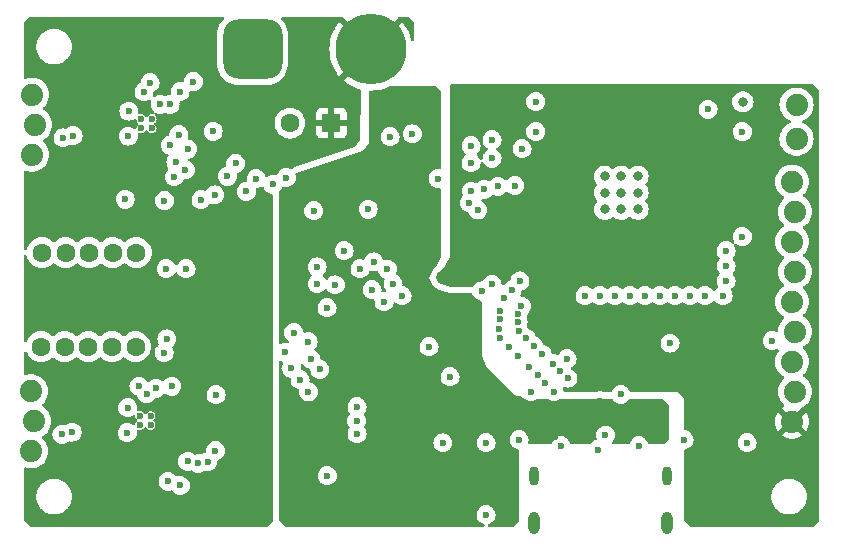
<source format=gbr>
%TF.GenerationSoftware,KiCad,Pcbnew,7.0.2*%
%TF.CreationDate,2023-05-16T16:20:18-04:00*%
%TF.ProjectId,mini_motor_go,6d696e69-5f6d-46f7-946f-725f676f2e6b,rev?*%
%TF.SameCoordinates,Original*%
%TF.FileFunction,Copper,L3,Inr*%
%TF.FilePolarity,Positive*%
%FSLAX46Y46*%
G04 Gerber Fmt 4.6, Leading zero omitted, Abs format (unit mm)*
G04 Created by KiCad (PCBNEW 7.0.2) date 2023-05-16 16:20:18*
%MOMM*%
%LPD*%
G01*
G04 APERTURE LIST*
G04 Aperture macros list*
%AMRoundRect*
0 Rectangle with rounded corners*
0 $1 Rounding radius*
0 $2 $3 $4 $5 $6 $7 $8 $9 X,Y pos of 4 corners*
0 Add a 4 corners polygon primitive as box body*
4,1,4,$2,$3,$4,$5,$6,$7,$8,$9,$2,$3,0*
0 Add four circle primitives for the rounded corners*
1,1,$1+$1,$2,$3*
1,1,$1+$1,$4,$5*
1,1,$1+$1,$6,$7*
1,1,$1+$1,$8,$9*
0 Add four rect primitives between the rounded corners*
20,1,$1+$1,$2,$3,$4,$5,0*
20,1,$1+$1,$4,$5,$6,$7,0*
20,1,$1+$1,$6,$7,$8,$9,0*
20,1,$1+$1,$8,$9,$2,$3,0*%
G04 Aperture macros list end*
%TA.AperFunction,ComponentPad*%
%ADD10C,0.600000*%
%TD*%
%TA.AperFunction,ComponentPad*%
%ADD11C,1.597660*%
%TD*%
%TA.AperFunction,ComponentPad*%
%ADD12C,1.879600*%
%TD*%
%TA.AperFunction,ComponentPad*%
%ADD13O,0.950000X1.900000*%
%TD*%
%TA.AperFunction,ComponentPad*%
%ADD14O,0.800000X1.600000*%
%TD*%
%TA.AperFunction,ComponentPad*%
%ADD15R,1.600000X1.600000*%
%TD*%
%TA.AperFunction,ComponentPad*%
%ADD16C,1.600000*%
%TD*%
%TA.AperFunction,ComponentPad*%
%ADD17C,6.000000*%
%TD*%
%TA.AperFunction,ComponentPad*%
%ADD18RoundRect,1.250000X1.250000X1.250000X-1.250000X1.250000X-1.250000X-1.250000X1.250000X-1.250000X0*%
%TD*%
%TA.AperFunction,ViaPad*%
%ADD19C,0.600000*%
%TD*%
%TA.AperFunction,ViaPad*%
%ADD20C,0.800000*%
%TD*%
G04 APERTURE END LIST*
D10*
%TO.N,GND*%
%TO.C,U5*%
X125389938Y-86644093D03*
X126289938Y-86644093D03*
X125389938Y-85844093D03*
X126289938Y-85844093D03*
%TD*%
%TO.N,GND*%
%TO.C,U2*%
X125481600Y-61536400D03*
X126381600Y-61536400D03*
X125481600Y-60736400D03*
X126381600Y-60736400D03*
%TD*%
D11*
%TO.N,GND*%
%TO.C,J4*%
X117019000Y-80010000D03*
%TO.N,m2_enc_cs*%
X119017980Y-80010000D03*
%TO.N,enc_scl*%
X121016960Y-80010000D03*
%TO.N,enc_sda*%
X123015940Y-80010000D03*
%TO.N,+3.3V*%
X125014920Y-80010000D03*
%TD*%
D12*
%TO.N,Net-(U3-in+1)*%
%TO.C,J2*%
X116174213Y-88862054D03*
%TO.N,Net-(U5-V)*%
X116428213Y-86322054D03*
%TO.N,Net-(U3-in+2)*%
X116174213Y-83782054D03*
%TD*%
D13*
%TO.N,unconnected-(J11-SHELL_GND-PadS1)*%
%TO.C,J11*%
X158750000Y-94920000D03*
D14*
%TO.N,unconnected-(J11-SHELL_GND-PadS2)*%
X169990000Y-90920000D03*
%TO.N,unconnected-(J11-SHELL_GND-PadS3)*%
X158750000Y-90920000D03*
D13*
%TO.N,unconnected-(J11-SHELL_GND-PadS4)*%
X169990000Y-94920000D03*
%TD*%
D12*
%TO.N,Net-(J10-Pin_1)*%
%TO.C,J10*%
X180975000Y-62407800D03*
%TO.N,Net-(J10-Pin_2)*%
X180975000Y-59512200D03*
%TD*%
D15*
%TO.N,+BATT*%
%TO.C,C10*%
X141585605Y-61085748D03*
D16*
%TO.N,GND*%
X138085605Y-61085748D03*
%TD*%
D11*
%TO.N,GND*%
%TO.C,J3*%
X117085040Y-72050910D03*
%TO.N,m1_enc_cs*%
X119084020Y-72050910D03*
%TO.N,enc_scl*%
X121083000Y-72050910D03*
%TO.N,enc_sda*%
X123081980Y-72050910D03*
%TO.N,+3.3V*%
X125080960Y-72050910D03*
%TD*%
D12*
%TO.N,Net-(U4-in+1)*%
%TO.C,J1*%
X116257000Y-63754000D03*
%TO.N,Net-(U2-V)*%
X116511000Y-61214000D03*
%TO.N,Net-(U4-in+2)*%
X116257000Y-58674000D03*
%TD*%
%TO.N,+3.3V*%
%TO.C,J9*%
X180594000Y-86360000D03*
%TO.N,+5V*%
X180848000Y-83820000D03*
%TO.N,GND*%
X180594000Y-81280000D03*
%TO.N,gpio8*%
X180848000Y-78740000D03*
%TO.N,gpio38*%
X180594000Y-76200000D03*
%TO.N,Net-(J9-Pin_6)*%
X180848000Y-73660000D03*
%TO.N,Net-(J9-Pin_7)*%
X180594000Y-71120000D03*
%TO.N,Net-(J9-Pin_8)*%
X180848000Y-68580000D03*
%TO.N,Net-(J9-Pin_9)*%
X180594000Y-66040000D03*
%TD*%
D17*
%TO.N,+BATT*%
%TO.C,J8*%
X144924420Y-54825621D03*
D18*
%TO.N,GND*%
X134924420Y-54825621D03*
%TD*%
D19*
%TO.N,+BATT*%
X122642802Y-87693201D03*
D20*
X125547547Y-65033667D03*
D19*
X123535134Y-90050134D03*
X122732800Y-62585600D03*
X122732800Y-61772800D03*
X122642802Y-86880401D03*
%TO.N,GND*%
X161544000Y-81026000D03*
X158320266Y-81709734D03*
X166098137Y-84059829D03*
X155194000Y-62484000D03*
D20*
X164740000Y-66980000D03*
D19*
X118782002Y-87439201D03*
X154686000Y-94234000D03*
D20*
X164740000Y-68380000D03*
D19*
X161620200Y-82677000D03*
X157462742Y-78681058D03*
X124401600Y-62188400D03*
X157418566Y-80808034D03*
X159044166Y-82433634D03*
D20*
X166140000Y-65580000D03*
D19*
X155888500Y-76987400D03*
X159435800Y-80645000D03*
X143737658Y-86282843D03*
X171450000Y-87884000D03*
X159704566Y-83094034D03*
D20*
X166140000Y-68380000D03*
D19*
X176784000Y-88138000D03*
X150622000Y-65786000D03*
X157480000Y-87884000D03*
X130556000Y-67564000D03*
X131579500Y-61783686D03*
X156895260Y-75208860D03*
X124351602Y-85176001D03*
D20*
X164735137Y-65597355D03*
D19*
X140385800Y-73253600D03*
X140091776Y-68498009D03*
X133477000Y-64500100D03*
X156669266Y-80058734D03*
X157391500Y-77952600D03*
D20*
X166140000Y-66980000D03*
D19*
X147574000Y-75692000D03*
X143764000Y-85090000D03*
X143764000Y-87376000D03*
X160419981Y-83809449D03*
D20*
X167540000Y-66980000D03*
D19*
X155855266Y-79244734D03*
X137773210Y-65697500D03*
D20*
X167540000Y-68380000D03*
X176433522Y-59281986D03*
D19*
X170264500Y-79712000D03*
X141249400Y-90932000D03*
X119727546Y-62136006D03*
X155888500Y-77698600D03*
X153416000Y-62992000D03*
X157556200Y-74447400D03*
X158496000Y-83820000D03*
X124311602Y-87296001D03*
X124441600Y-60068400D03*
X125301405Y-83368760D03*
X160934400Y-82042000D03*
X118872000Y-62331600D03*
X157391500Y-77216000D03*
X142675020Y-71882000D03*
X161036000Y-88392000D03*
X144703800Y-68376800D03*
X157671040Y-76568840D03*
X145188308Y-72827500D03*
X140394500Y-74690257D03*
D20*
X167540000Y-65580000D03*
D19*
X126238000Y-57658000D03*
X158085042Y-79303358D03*
X167640000Y-88392000D03*
X158890000Y-59260000D03*
X156176735Y-75927384D03*
X131114800Y-89763600D03*
X119637548Y-87243607D03*
X155800000Y-78500000D03*
X125730000Y-58420000D03*
X158707342Y-79925658D03*
X146050000Y-76200000D03*
X160324800Y-81457800D03*
X135233210Y-65793500D03*
X154686000Y-88138000D03*
%TO.N,+3.3V*%
X175034864Y-80587353D03*
X175006000Y-81534000D03*
X156718000Y-60198000D03*
X127660587Y-79349413D03*
X151130000Y-74422000D03*
X173793010Y-82665372D03*
X127612469Y-73406000D03*
X128778000Y-58420000D03*
X128071231Y-83366191D03*
X168539500Y-79712000D03*
X129286000Y-73406000D03*
X124129800Y-67538600D03*
%TO.N,Net-(U3-in-1)*%
X127762000Y-91423500D03*
X129427830Y-89727500D03*
%TO.N,Net-(U3-in+1)*%
X130327526Y-89902900D03*
X128797390Y-91760974D03*
%TO.N,Net-(U3-ref_1)*%
X131775200Y-88823800D03*
X131828458Y-84076458D03*
X125943348Y-83998850D03*
%TO.N,/motor_controls/standby*%
X127421731Y-80513000D03*
X127457200Y-67640200D03*
X127104261Y-59503500D03*
X126746000Y-83535101D03*
%TO.N,+5V*%
X149860000Y-67564000D03*
X160528000Y-87630000D03*
X149098000Y-65786000D03*
X169926000Y-86614000D03*
X157480000Y-84455000D03*
X140462000Y-65786000D03*
X156210000Y-87884000D03*
X164338000Y-84582000D03*
X169164000Y-84836000D03*
X149098000Y-67571500D03*
X152654000Y-87884000D03*
X148336000Y-67564000D03*
X141485388Y-68458015D03*
X168402000Y-87630000D03*
X155194000Y-84582000D03*
X150114000Y-61976000D03*
X150114000Y-60198000D03*
%TO.N,Net-(C11-Pad2)*%
X146558000Y-62230000D03*
X148451500Y-61998000D03*
%TO.N,m1_enc_cs*%
X175006000Y-71882000D03*
%TO.N,m2_enc_cs*%
X173228000Y-75692000D03*
%TO.N,m2_uh*%
X146812000Y-74676000D03*
X163068000Y-75692000D03*
X139649200Y-83845400D03*
%TO.N,m2_ul*%
X144018000Y-73406000D03*
X138203093Y-81815093D03*
X168148000Y-75692000D03*
%TO.N,m2_vh*%
X145034000Y-75184000D03*
X140616093Y-81942093D03*
X164338000Y-75692000D03*
%TO.N,m2_vl*%
X137693400Y-80492600D03*
X141224000Y-76708000D03*
X170688000Y-75692000D03*
%TO.N,m2_wh*%
X146325825Y-73437908D03*
X165608000Y-75692000D03*
X138938000Y-82804000D03*
%TO.N,m2_wl*%
X141925161Y-74780509D03*
X139624953Y-79579353D03*
X169418000Y-75692000D03*
%TO.N,m1_uh*%
X128295400Y-65618700D03*
X131719294Y-67152494D03*
X153263600Y-67818000D03*
%TO.N,m1_ul*%
X155702000Y-66446400D03*
X132789823Y-65584177D03*
X127939800Y-62941200D03*
%TO.N,m1_vh*%
X134388218Y-66869500D03*
X129235200Y-65043200D03*
X153441400Y-66862500D03*
%TO.N,m1_vl*%
X155194000Y-64075500D03*
X127939800Y-59503500D03*
%TO.N,m1_wh*%
X136628218Y-66271782D03*
X128422400Y-64397700D03*
X154542492Y-66702873D03*
%TO.N,m1_wl*%
X153416000Y-64441000D03*
X128676400Y-62052200D03*
%TO.N,Net-(J11-DP1)*%
X164800000Y-87517500D03*
X164126101Y-88722573D03*
%TO.N,Net-(U1-EN)*%
X151024197Y-88152726D03*
X158890000Y-61800000D03*
X153984620Y-68438500D03*
X154305000Y-75285600D03*
%TO.N,m2_current_sense_u*%
X138404600Y-78816200D03*
X171958000Y-75692000D03*
%TO.N,m2_current_sense_w*%
X139864559Y-81063559D03*
X166878000Y-75692000D03*
%TO.N,m1_current_sense_w*%
X129908326Y-57568045D03*
X157734000Y-63246000D03*
%TO.N,m1_current_sense_u*%
X129421099Y-63280167D03*
X157124400Y-66370200D03*
%TO.N,enc_scl*%
X175006000Y-73152000D03*
%TO.N,enc_sda*%
X175006000Y-74422000D03*
%TO.N,sda*%
X176390000Y-61800000D03*
X173482000Y-59930500D03*
%TO.N,gpio8*%
X174752000Y-75692000D03*
X151638000Y-82550000D03*
X155194000Y-74735500D03*
%TO.N,gpio38*%
X178907500Y-79502000D03*
X176390000Y-70690000D03*
X149860000Y-80010000D03*
%TD*%
%TA.AperFunction,Conductor*%
%TO.N,+BATT*%
G36*
X132472137Y-52089685D02*
G01*
X132517892Y-52142489D01*
X132527836Y-52211647D01*
X132498811Y-52275203D01*
X132492779Y-52281681D01*
X132343869Y-52430590D01*
X132188076Y-52641684D01*
X132188073Y-52641688D01*
X132188074Y-52641688D01*
X132065479Y-52873647D01*
X132004332Y-53048395D01*
X131978824Y-53121293D01*
X131930805Y-53375083D01*
X131930803Y-53375096D01*
X131930050Y-53379078D01*
X131929822Y-53383130D01*
X131929822Y-53383134D01*
X131924016Y-53486504D01*
X131924015Y-53486534D01*
X131923920Y-53488229D01*
X131923920Y-56163013D01*
X131924015Y-56164708D01*
X131924016Y-56164737D01*
X131929032Y-56254045D01*
X131930050Y-56272164D01*
X131930803Y-56276147D01*
X131930805Y-56276158D01*
X131978824Y-56529948D01*
X131978825Y-56529953D01*
X131978826Y-56529954D01*
X132065479Y-56777595D01*
X132150378Y-56938229D01*
X132188076Y-57009557D01*
X132342298Y-57218523D01*
X132343870Y-57220652D01*
X132529389Y-57406171D01*
X132740487Y-57561967D01*
X132972446Y-57684562D01*
X133220087Y-57771215D01*
X133477877Y-57819991D01*
X133587028Y-57826121D01*
X133588757Y-57826121D01*
X136260083Y-57826121D01*
X136261812Y-57826121D01*
X136370963Y-57819991D01*
X136628753Y-57771215D01*
X136876394Y-57684562D01*
X137108353Y-57561967D01*
X137319451Y-57406171D01*
X137504970Y-57220652D01*
X137660766Y-57009554D01*
X137783361Y-56777595D01*
X137870014Y-56529954D01*
X137918790Y-56272164D01*
X137924920Y-56163013D01*
X137924920Y-53488229D01*
X137918790Y-53379078D01*
X137870014Y-53121288D01*
X137783361Y-52873647D01*
X137660766Y-52641688D01*
X137504970Y-52430590D01*
X137356060Y-52281680D01*
X137322576Y-52220358D01*
X137327560Y-52150666D01*
X137369432Y-52094733D01*
X137434896Y-52070316D01*
X137443742Y-52070000D01*
X142506311Y-52070000D01*
X142573350Y-52089685D01*
X142619105Y-52142489D01*
X142624806Y-52172453D01*
X144416295Y-53963942D01*
X144350206Y-54000625D01*
X144195889Y-54133101D01*
X144071399Y-54293929D01*
X144060793Y-54315548D01*
X142277717Y-52532472D01*
X142091020Y-52763023D01*
X142087203Y-52768277D01*
X141890943Y-53070492D01*
X141887697Y-53076113D01*
X141724096Y-53397196D01*
X141721459Y-53403120D01*
X141592313Y-53739555D01*
X141590316Y-53745701D01*
X141497046Y-54093789D01*
X141495695Y-54100148D01*
X141439324Y-54456063D01*
X141438647Y-54462507D01*
X141419787Y-54822377D01*
X141419787Y-54828864D01*
X141438647Y-55188734D01*
X141439324Y-55195178D01*
X141495695Y-55551093D01*
X141497046Y-55557452D01*
X141590316Y-55905540D01*
X141592313Y-55911686D01*
X141721459Y-56248121D01*
X141724096Y-56254045D01*
X141887697Y-56575129D01*
X141890943Y-56580750D01*
X142087203Y-56882964D01*
X142091020Y-56888218D01*
X142277717Y-57118768D01*
X144062768Y-55333716D01*
X144129566Y-55440884D01*
X144269688Y-55588292D01*
X144414505Y-55689087D01*
X142631271Y-57472322D01*
X142861822Y-57659020D01*
X142867076Y-57662837D01*
X143169290Y-57859097D01*
X143174911Y-57862343D01*
X143495995Y-58025944D01*
X143501919Y-58028581D01*
X143838354Y-58157727D01*
X143844504Y-58159725D01*
X144027443Y-58208743D01*
X144087104Y-58245108D01*
X144117633Y-58307955D01*
X144119321Y-58331213D01*
X144029713Y-62453191D01*
X144008576Y-62519787D01*
X144005920Y-62523574D01*
X143597856Y-63082966D01*
X143542444Y-63125525D01*
X143536890Y-63127525D01*
X138459190Y-64820092D01*
X138459184Y-64820094D01*
X138455933Y-64821178D01*
X138452819Y-64822615D01*
X138452816Y-64822617D01*
X138357545Y-64866606D01*
X138357530Y-64866613D01*
X138354422Y-64868049D01*
X138351483Y-64869823D01*
X138351474Y-64869829D01*
X138310699Y-64894459D01*
X138310689Y-64894465D01*
X138307765Y-64896232D01*
X138305057Y-64898307D01*
X138305049Y-64898314D01*
X138235370Y-64951748D01*
X138170193Y-64976922D01*
X138118960Y-64970391D01*
X137952465Y-64912132D01*
X137952463Y-64912131D01*
X137952461Y-64912131D01*
X137773210Y-64891934D01*
X137593958Y-64912131D01*
X137593955Y-64912131D01*
X137593955Y-64912132D01*
X137423688Y-64971711D01*
X137423686Y-64971711D01*
X137423686Y-64971712D01*
X137270945Y-65067685D01*
X137143395Y-65195235D01*
X137047420Y-65347979D01*
X137019043Y-65429075D01*
X136978321Y-65485850D01*
X136913368Y-65511597D01*
X136861049Y-65505161D01*
X136807473Y-65486414D01*
X136807471Y-65486413D01*
X136807469Y-65486413D01*
X136628218Y-65466216D01*
X136448966Y-65486413D01*
X136448963Y-65486413D01*
X136448963Y-65486414D01*
X136278696Y-65545993D01*
X136278695Y-65545993D01*
X136278691Y-65545995D01*
X136177540Y-65609552D01*
X136110303Y-65628552D01*
X136043468Y-65608184D01*
X135998255Y-65554915D01*
X135994532Y-65545526D01*
X135958999Y-65443978D01*
X135863026Y-65291238D01*
X135863025Y-65291237D01*
X135863024Y-65291235D01*
X135735474Y-65163685D01*
X135660280Y-65116438D01*
X135582732Y-65067711D01*
X135412465Y-65008132D01*
X135412463Y-65008131D01*
X135412461Y-65008131D01*
X135233210Y-64987934D01*
X135053958Y-65008131D01*
X135053955Y-65008131D01*
X135053955Y-65008132D01*
X134883688Y-65067711D01*
X134883686Y-65067711D01*
X134883686Y-65067712D01*
X134730945Y-65163685D01*
X134603395Y-65291235D01*
X134516785Y-65429075D01*
X134507421Y-65443978D01*
X134458364Y-65584176D01*
X134447841Y-65614248D01*
X134427644Y-65793500D01*
X134443355Y-65932938D01*
X134431301Y-66001759D01*
X134383951Y-66053139D01*
X134334019Y-66070041D01*
X134208967Y-66084131D01*
X134208964Y-66084131D01*
X134208963Y-66084132D01*
X134038696Y-66143711D01*
X134038694Y-66143711D01*
X134038694Y-66143712D01*
X133885953Y-66239685D01*
X133758403Y-66367235D01*
X133662430Y-66519976D01*
X133662429Y-66519978D01*
X133616852Y-66650229D01*
X133602849Y-66690248D01*
X133582652Y-66869500D01*
X133602849Y-67048751D01*
X133602849Y-67048753D01*
X133602850Y-67048755D01*
X133662429Y-67219022D01*
X133719197Y-67309367D01*
X133758403Y-67371764D01*
X133885953Y-67499314D01*
X133885955Y-67499315D01*
X133885956Y-67499316D01*
X134038696Y-67595289D01*
X134208963Y-67654868D01*
X134388218Y-67675065D01*
X134567473Y-67654868D01*
X134737740Y-67595289D01*
X134890480Y-67499316D01*
X135018034Y-67371762D01*
X135114007Y-67219022D01*
X135173586Y-67048755D01*
X135193783Y-66869500D01*
X135178072Y-66730061D01*
X135190126Y-66661240D01*
X135237475Y-66609861D01*
X135287407Y-66592958D01*
X135412465Y-66578868D01*
X135582732Y-66519289D01*
X135683888Y-66455727D01*
X135751122Y-66436728D01*
X135817957Y-66457095D01*
X135863171Y-66510363D01*
X135866899Y-66519767D01*
X135902427Y-66621301D01*
X135998403Y-66774046D01*
X136125953Y-66901596D01*
X136125955Y-66901597D01*
X136125956Y-66901598D01*
X136278696Y-66997571D01*
X136448963Y-67057150D01*
X136541884Y-67067619D01*
X136606297Y-67094685D01*
X136645852Y-67152279D01*
X136652000Y-67190839D01*
X136652000Y-94698638D01*
X136632315Y-94765677D01*
X136615681Y-94786319D01*
X136188319Y-95213681D01*
X136126996Y-95247166D01*
X136100638Y-95250000D01*
X116121362Y-95250000D01*
X116054323Y-95230315D01*
X116033681Y-95213681D01*
X115606319Y-94786319D01*
X115572834Y-94724996D01*
X115570000Y-94698638D01*
X115570000Y-92731662D01*
X116603243Y-92731662D01*
X116608176Y-92761227D01*
X116609443Y-92771394D01*
X116619805Y-92896435D01*
X116620229Y-92906676D01*
X116620229Y-92933175D01*
X116623931Y-92946234D01*
X116624891Y-92957816D01*
X116627745Y-92969088D01*
X116627358Y-92979364D01*
X116637087Y-93007704D01*
X116640010Y-93017524D01*
X116670811Y-93139151D01*
X116672915Y-93149182D01*
X116677278Y-93175330D01*
X116683082Y-93187607D01*
X116685938Y-93198885D01*
X116690609Y-93209534D01*
X116691919Y-93219734D01*
X116706183Y-93246092D01*
X116710684Y-93255299D01*
X116761075Y-93370180D01*
X116764800Y-93379727D01*
X116773406Y-93404797D01*
X116781152Y-93415951D01*
X116785827Y-93426608D01*
X116792185Y-93436340D01*
X116795156Y-93446185D01*
X116813561Y-93469832D01*
X116819516Y-93478172D01*
X116888142Y-93583212D01*
X116893387Y-93592016D01*
X116906001Y-93615324D01*
X116915476Y-93625050D01*
X116921834Y-93634783D01*
X116921835Y-93634784D01*
X116921836Y-93634785D01*
X116929706Y-93643334D01*
X116934258Y-93652557D01*
X116956302Y-93672850D01*
X116963544Y-93680092D01*
X117048538Y-93772420D01*
X117055156Y-93780234D01*
X117071434Y-93801149D01*
X117082380Y-93809182D01*
X117090256Y-93817738D01*
X117099425Y-93824875D01*
X117105435Y-93833224D01*
X117130521Y-93849614D01*
X117138863Y-93855570D01*
X117237882Y-93932640D01*
X117245701Y-93939263D01*
X117265198Y-93957211D01*
X117277317Y-93963334D01*
X117286488Y-93970472D01*
X117286491Y-93970474D01*
X117286495Y-93970476D01*
X117296719Y-93976009D01*
X117304018Y-93983253D01*
X117331452Y-93995287D01*
X117340635Y-93999775D01*
X117451039Y-94059522D01*
X117459828Y-94064760D01*
X117482012Y-94079253D01*
X117494964Y-94083294D01*
X117505190Y-94088828D01*
X117505193Y-94088829D01*
X117505195Y-94088830D01*
X117516179Y-94092601D01*
X117524569Y-94098544D01*
X117553613Y-94105899D01*
X117563436Y-94108824D01*
X117682133Y-94149573D01*
X117691680Y-94153298D01*
X117715943Y-94163940D01*
X117729391Y-94165796D01*
X117740386Y-94169571D01*
X117748533Y-94170930D01*
X117751843Y-94171483D01*
X117761093Y-94175962D01*
X117790939Y-94178435D01*
X117801093Y-94179701D01*
X117924928Y-94200365D01*
X117934942Y-94202465D01*
X117960626Y-94208969D01*
X117974195Y-94208586D01*
X117985665Y-94210500D01*
X117985667Y-94210500D01*
X117997298Y-94210500D01*
X118007169Y-94213398D01*
X118037029Y-94210924D01*
X118047270Y-94210500D01*
X118172730Y-94210500D01*
X118182971Y-94210924D01*
X118209372Y-94213111D01*
X118222702Y-94210500D01*
X118234333Y-94210500D01*
X118234335Y-94210500D01*
X118245804Y-94208586D01*
X118256015Y-94209820D01*
X118285054Y-94202466D01*
X118295070Y-94200365D01*
X118418909Y-94179700D01*
X118429061Y-94178435D01*
X118455454Y-94176248D01*
X118468156Y-94171483D01*
X118470214Y-94171139D01*
X118479614Y-94169571D01*
X118490604Y-94165797D01*
X118500879Y-94165333D01*
X118528313Y-94153300D01*
X118537853Y-94149577D01*
X118656570Y-94108821D01*
X118666390Y-94105898D01*
X118692069Y-94099395D01*
X118703816Y-94092601D01*
X118714810Y-94088828D01*
X118725028Y-94083297D01*
X118735086Y-94081149D01*
X118760166Y-94064763D01*
X118768946Y-94059530D01*
X118879356Y-93999780D01*
X118888551Y-93995285D01*
X118912809Y-93984644D01*
X118923282Y-93976008D01*
X118933509Y-93970474D01*
X118942679Y-93963336D01*
X118952248Y-93959560D01*
X118974289Y-93939270D01*
X118982103Y-93932651D01*
X119081149Y-93855560D01*
X119089484Y-93849609D01*
X119111665Y-93835117D01*
X119120573Y-93824876D01*
X119120576Y-93824874D01*
X119129744Y-93817738D01*
X119137617Y-93809184D01*
X119146434Y-93803885D01*
X119164837Y-93780242D01*
X119171461Y-93772421D01*
X119256467Y-93680079D01*
X119263704Y-93672843D01*
X119283189Y-93654906D01*
X119290290Y-93643337D01*
X119298164Y-93634785D01*
X119304523Y-93625050D01*
X119312346Y-93618373D01*
X119326605Y-93592027D01*
X119331851Y-93583223D01*
X119331858Y-93583212D01*
X119400495Y-93478155D01*
X119406445Y-93469822D01*
X119422712Y-93448922D01*
X119427814Y-93436339D01*
X119434173Y-93426607D01*
X119438844Y-93415956D01*
X119445462Y-93408082D01*
X119455189Y-93379749D01*
X119458915Y-93370200D01*
X119458924Y-93370180D01*
X119509329Y-93255267D01*
X119513823Y-93246076D01*
X119526430Y-93222780D01*
X119529392Y-93209529D01*
X119534063Y-93198881D01*
X119536916Y-93187614D01*
X119542147Y-93178757D01*
X119547079Y-93149205D01*
X119549175Y-93139205D01*
X119579998Y-93017487D01*
X119582916Y-93007689D01*
X119591514Y-92982642D01*
X119592256Y-92969083D01*
X119595107Y-92957824D01*
X119595108Y-92957821D01*
X119596067Y-92946236D01*
X119599769Y-92936642D01*
X119599770Y-92906688D01*
X119600194Y-92896448D01*
X119610557Y-92771382D01*
X119611824Y-92761212D01*
X119616185Y-92735077D01*
X119614683Y-92721581D01*
X119615643Y-92710000D01*
X119614683Y-92698416D01*
X119616756Y-92688341D01*
X119611824Y-92658785D01*
X119610557Y-92648615D01*
X119600194Y-92523551D01*
X119599770Y-92513311D01*
X119599770Y-92486827D01*
X119596067Y-92473763D01*
X119595108Y-92462179D01*
X119592256Y-92450916D01*
X119592642Y-92440638D01*
X119582915Y-92412305D01*
X119579993Y-92402495D01*
X119549180Y-92280817D01*
X119547080Y-92270798D01*
X119542719Y-92244665D01*
X119536915Y-92232383D01*
X119536075Y-92229065D01*
X119534063Y-92221119D01*
X119529389Y-92210465D01*
X119528079Y-92200263D01*
X119513818Y-92173911D01*
X119509317Y-92164704D01*
X119458917Y-92049803D01*
X119455191Y-92040255D01*
X119446589Y-92015199D01*
X119438844Y-92004042D01*
X119434172Y-91993390D01*
X119427813Y-91983657D01*
X119424841Y-91973812D01*
X119406440Y-91950170D01*
X119400491Y-91941840D01*
X119331844Y-91836766D01*
X119326608Y-91827978D01*
X119313999Y-91804678D01*
X119304522Y-91794947D01*
X119298164Y-91785215D01*
X119290291Y-91776663D01*
X119285739Y-91767440D01*
X119263696Y-91747148D01*
X119256455Y-91739907D01*
X119171457Y-91647575D01*
X119164842Y-91639764D01*
X119148567Y-91618854D01*
X119137616Y-91610813D01*
X119129747Y-91602265D01*
X119129746Y-91602264D01*
X119129744Y-91602262D01*
X119120569Y-91595121D01*
X119114561Y-91586772D01*
X119089475Y-91570383D01*
X119081140Y-91564432D01*
X118982117Y-91487359D01*
X118974298Y-91480737D01*
X118954802Y-91462790D01*
X118942681Y-91456665D01*
X118933509Y-91449526D01*
X118933508Y-91449525D01*
X118923279Y-91443990D01*
X118915980Y-91436745D01*
X118888540Y-91424709D01*
X118886065Y-91423499D01*
X126956434Y-91423499D01*
X126976631Y-91602751D01*
X126976631Y-91602753D01*
X126976632Y-91602755D01*
X127036211Y-91773022D01*
X127046243Y-91788988D01*
X127132185Y-91925764D01*
X127259735Y-92053314D01*
X127259737Y-92053315D01*
X127259738Y-92053316D01*
X127412478Y-92149289D01*
X127582745Y-92208868D01*
X127691468Y-92221118D01*
X127761999Y-92229065D01*
X127761999Y-92229064D01*
X127762000Y-92229065D01*
X127941255Y-92208868D01*
X128005442Y-92186407D01*
X128075216Y-92182845D01*
X128135844Y-92217573D01*
X128151387Y-92237476D01*
X128167573Y-92263236D01*
X128295125Y-92390788D01*
X128295127Y-92390789D01*
X128295128Y-92390790D01*
X128447868Y-92486763D01*
X128618135Y-92546342D01*
X128797390Y-92566539D01*
X128976645Y-92546342D01*
X129146912Y-92486763D01*
X129299652Y-92390790D01*
X129427206Y-92263236D01*
X129523179Y-92110496D01*
X129582758Y-91940229D01*
X129602955Y-91760974D01*
X129582758Y-91581719D01*
X129523179Y-91411452D01*
X129427206Y-91258712D01*
X129427205Y-91258711D01*
X129427204Y-91258709D01*
X129299654Y-91131159D01*
X129237257Y-91091952D01*
X129146912Y-91035185D01*
X128976645Y-90975606D01*
X128976643Y-90975605D01*
X128976641Y-90975605D01*
X128797389Y-90955408D01*
X128618135Y-90975605D01*
X128553947Y-90998065D01*
X128484168Y-91001626D01*
X128423541Y-90966896D01*
X128408000Y-90946994D01*
X128391816Y-90921237D01*
X128264264Y-90793685D01*
X128201867Y-90754478D01*
X128111522Y-90697711D01*
X127941255Y-90638132D01*
X127941253Y-90638131D01*
X127941251Y-90638131D01*
X127761999Y-90617934D01*
X127582748Y-90638131D01*
X127582745Y-90638131D01*
X127582745Y-90638132D01*
X127412478Y-90697711D01*
X127412476Y-90697711D01*
X127412476Y-90697712D01*
X127259735Y-90793685D01*
X127132185Y-90921235D01*
X127036212Y-91073976D01*
X126976631Y-91244248D01*
X126956434Y-91423499D01*
X118886065Y-91423499D01*
X118879344Y-91420213D01*
X118768975Y-91360484D01*
X118760176Y-91355241D01*
X118738000Y-91340753D01*
X118725032Y-91336704D01*
X118714810Y-91331172D01*
X118714804Y-91331170D01*
X118703816Y-91327397D01*
X118695422Y-91321452D01*
X118666378Y-91314097D01*
X118656557Y-91311173D01*
X118537872Y-91270428D01*
X118528326Y-91266703D01*
X118504065Y-91256061D01*
X118490609Y-91254203D01*
X118479615Y-91250429D01*
X118468151Y-91248516D01*
X118458894Y-91244033D01*
X118429038Y-91241559D01*
X118418871Y-91240292D01*
X118295098Y-91219639D01*
X118285067Y-91217536D01*
X118259382Y-91211031D01*
X118245808Y-91211414D01*
X118234335Y-91209500D01*
X118222702Y-91209500D01*
X118212830Y-91206601D01*
X118182967Y-91209076D01*
X118172727Y-91209500D01*
X118047273Y-91209500D01*
X118037033Y-91209076D01*
X118010628Y-91206887D01*
X117997298Y-91209500D01*
X117985664Y-91209500D01*
X117974193Y-91211414D01*
X117963978Y-91210179D01*
X117934927Y-91217536D01*
X117924898Y-91219639D01*
X117801129Y-91240292D01*
X117790962Y-91241559D01*
X117764561Y-91243747D01*
X117751849Y-91248515D01*
X117740384Y-91250428D01*
X117729385Y-91254204D01*
X117719115Y-91254667D01*
X117691668Y-91266706D01*
X117682122Y-91270430D01*
X117563445Y-91311172D01*
X117553624Y-91314096D01*
X117527939Y-91320600D01*
X117516184Y-91327397D01*
X117505193Y-91331170D01*
X117494966Y-91336705D01*
X117484906Y-91338853D01*
X117459817Y-91355245D01*
X117451014Y-91360490D01*
X117356850Y-91411450D01*
X117340670Y-91420206D01*
X117331464Y-91424706D01*
X117307195Y-91435351D01*
X117296722Y-91443989D01*
X117286490Y-91449526D01*
X117277314Y-91456668D01*
X117267743Y-91460443D01*
X117245687Y-91480747D01*
X117237868Y-91487369D01*
X117138865Y-91564426D01*
X117130527Y-91570380D01*
X117108341Y-91584875D01*
X117099431Y-91595121D01*
X117090253Y-91602264D01*
X117082379Y-91610818D01*
X117073562Y-91616115D01*
X117055153Y-91639768D01*
X117048531Y-91647587D01*
X116963556Y-91739895D01*
X116956310Y-91747141D01*
X116936812Y-91765090D01*
X116929711Y-91776659D01*
X116921837Y-91785213D01*
X116915473Y-91794953D01*
X116907649Y-91801629D01*
X116893384Y-91827989D01*
X116888139Y-91836792D01*
X116819520Y-91941821D01*
X116813565Y-91950160D01*
X116797290Y-91971070D01*
X116792187Y-91983657D01*
X116785825Y-91993394D01*
X116781153Y-92004046D01*
X116774532Y-92011922D01*
X116764798Y-92040277D01*
X116761073Y-92049823D01*
X116710686Y-92164695D01*
X116706186Y-92173901D01*
X116693570Y-92197213D01*
X116690610Y-92210465D01*
X116685936Y-92221119D01*
X116683083Y-92232388D01*
X116677849Y-92241246D01*
X116672914Y-92270820D01*
X116670811Y-92280850D01*
X116640012Y-92402471D01*
X116637088Y-92412290D01*
X116628483Y-92437354D01*
X116627745Y-92450912D01*
X116624891Y-92462181D01*
X116623931Y-92473765D01*
X116620228Y-92483357D01*
X116620229Y-92513323D01*
X116619805Y-92523564D01*
X116609443Y-92648604D01*
X116608176Y-92658770D01*
X116603813Y-92684918D01*
X116605317Y-92698412D01*
X116604357Y-92710000D01*
X116605317Y-92721585D01*
X116603243Y-92731662D01*
X115570000Y-92731662D01*
X115570000Y-90351110D01*
X115589685Y-90284071D01*
X115642489Y-90238316D01*
X115711647Y-90228372D01*
X115734263Y-90233829D01*
X115819426Y-90263065D01*
X115819429Y-90263066D01*
X116054866Y-90302354D01*
X116054867Y-90302354D01*
X116293559Y-90302354D01*
X116293560Y-90302354D01*
X116528997Y-90263066D01*
X116528998Y-90263065D01*
X116529001Y-90263065D01*
X116754752Y-90185565D01*
X116754751Y-90185565D01*
X116754758Y-90185563D01*
X116964682Y-90071957D01*
X117153045Y-89925349D01*
X117314707Y-89749736D01*
X117329235Y-89727499D01*
X128622264Y-89727499D01*
X128642461Y-89906751D01*
X128642461Y-89906753D01*
X128642462Y-89906755D01*
X128702041Y-90077022D01*
X128702042Y-90077023D01*
X128798015Y-90229764D01*
X128925565Y-90357314D01*
X128925567Y-90357315D01*
X128925568Y-90357316D01*
X129078308Y-90453289D01*
X129248575Y-90512868D01*
X129427830Y-90533065D01*
X129607085Y-90512868D01*
X129680463Y-90487192D01*
X129750242Y-90483630D01*
X129809099Y-90516552D01*
X129825261Y-90532714D01*
X129825263Y-90532715D01*
X129825264Y-90532716D01*
X129978004Y-90628689D01*
X130148271Y-90688268D01*
X130327526Y-90708465D01*
X130506781Y-90688268D01*
X130677048Y-90628689D01*
X130800442Y-90551155D01*
X130867676Y-90532155D01*
X130907365Y-90539107D01*
X130935545Y-90548968D01*
X131055048Y-90562432D01*
X131114799Y-90569165D01*
X131114799Y-90569164D01*
X131114800Y-90569165D01*
X131294055Y-90548968D01*
X131464322Y-90489389D01*
X131617062Y-90393416D01*
X131744616Y-90265862D01*
X131840589Y-90113122D01*
X131900168Y-89942855D01*
X131920365Y-89763600D01*
X131915989Y-89724765D01*
X131928042Y-89655946D01*
X131975390Y-89604566D01*
X131998240Y-89593846D01*
X132124722Y-89549589D01*
X132277462Y-89453616D01*
X132405016Y-89326062D01*
X132500989Y-89173322D01*
X132560568Y-89003055D01*
X132580765Y-88823800D01*
X132560568Y-88644545D01*
X132500989Y-88474278D01*
X132405016Y-88321538D01*
X132405015Y-88321537D01*
X132405014Y-88321535D01*
X132277464Y-88193985D01*
X132157330Y-88118500D01*
X132124722Y-88098011D01*
X131954455Y-88038432D01*
X131954453Y-88038431D01*
X131954451Y-88038431D01*
X131775199Y-88018234D01*
X131595948Y-88038431D01*
X131595945Y-88038431D01*
X131595945Y-88038432D01*
X131425678Y-88098011D01*
X131425676Y-88098011D01*
X131425676Y-88098012D01*
X131272935Y-88193985D01*
X131145385Y-88321535D01*
X131064923Y-88449591D01*
X131049411Y-88474278D01*
X130989832Y-88644545D01*
X130989831Y-88644548D01*
X130969634Y-88823797D01*
X130974010Y-88862635D01*
X130961954Y-88931457D01*
X130914604Y-88982836D01*
X130891744Y-88993558D01*
X130765280Y-89037809D01*
X130641885Y-89115344D01*
X130574648Y-89134344D01*
X130534959Y-89127392D01*
X130506778Y-89117531D01*
X130327526Y-89097334D01*
X130148271Y-89117531D01*
X130074889Y-89143208D01*
X130005110Y-89146769D01*
X129946255Y-89113847D01*
X129930092Y-89097684D01*
X129930091Y-89097683D01*
X129930090Y-89097682D01*
X129828265Y-89033702D01*
X129777352Y-89001711D01*
X129607085Y-88942132D01*
X129607083Y-88942131D01*
X129607081Y-88942131D01*
X129427830Y-88921934D01*
X129248578Y-88942131D01*
X129248575Y-88942131D01*
X129248575Y-88942132D01*
X129078308Y-89001711D01*
X129078306Y-89001711D01*
X129078306Y-89001712D01*
X128925565Y-89097685D01*
X128798015Y-89225235D01*
X128702042Y-89377976D01*
X128642461Y-89548248D01*
X128622264Y-89727499D01*
X117329235Y-89727499D01*
X117445260Y-89549910D01*
X117541142Y-89331321D01*
X117599738Y-89099932D01*
X117619449Y-88862054D01*
X117599738Y-88624176D01*
X117541142Y-88392787D01*
X117445260Y-88174198D01*
X117314707Y-87974372D01*
X117153045Y-87798759D01*
X117127540Y-87778908D01*
X117086729Y-87722200D01*
X117083054Y-87652427D01*
X117117685Y-87591743D01*
X117144681Y-87572004D01*
X117218682Y-87531957D01*
X117337856Y-87439201D01*
X117976436Y-87439201D01*
X117996633Y-87618452D01*
X117996633Y-87618454D01*
X117996634Y-87618456D01*
X118056213Y-87788723D01*
X118103073Y-87863300D01*
X118152187Y-87941465D01*
X118279737Y-88069015D01*
X118279739Y-88069016D01*
X118279740Y-88069017D01*
X118432480Y-88164990D01*
X118602747Y-88224569D01*
X118782002Y-88244766D01*
X118961257Y-88224569D01*
X119131524Y-88164990D01*
X119284264Y-88069017D01*
X119303944Y-88049335D01*
X119365264Y-88015852D01*
X119432578Y-88019976D01*
X119458293Y-88028975D01*
X119577796Y-88042439D01*
X119637547Y-88049172D01*
X119637547Y-88049171D01*
X119637548Y-88049172D01*
X119816803Y-88028975D01*
X119987070Y-87969396D01*
X120139810Y-87873423D01*
X120267364Y-87745869D01*
X120363337Y-87593129D01*
X120422916Y-87422862D01*
X120437210Y-87296000D01*
X123506036Y-87296000D01*
X123526233Y-87475252D01*
X123526233Y-87475254D01*
X123526234Y-87475256D01*
X123585813Y-87645523D01*
X123622113Y-87703294D01*
X123681787Y-87798265D01*
X123809337Y-87925815D01*
X123809339Y-87925816D01*
X123809340Y-87925817D01*
X123962080Y-88021790D01*
X124132347Y-88081369D01*
X124253433Y-88095012D01*
X124311601Y-88101566D01*
X124311601Y-88101565D01*
X124311602Y-88101566D01*
X124490857Y-88081369D01*
X124661124Y-88021790D01*
X124813864Y-87925817D01*
X124941418Y-87798263D01*
X125037391Y-87645523D01*
X125096970Y-87475256D01*
X125117167Y-87296001D01*
X125108675Y-87220632D01*
X125102158Y-87162789D01*
X125114212Y-87093967D01*
X125161561Y-87042587D01*
X125229172Y-87024963D01*
X125244867Y-87028994D01*
X125245236Y-87026667D01*
X125389938Y-87049585D01*
X125515242Y-87029739D01*
X125628280Y-86972143D01*
X125717988Y-86882435D01*
X125729452Y-86859934D01*
X125777426Y-86809138D01*
X125845247Y-86792342D01*
X125911382Y-86814879D01*
X125950423Y-86859934D01*
X125961888Y-86882436D01*
X126051594Y-86972142D01*
X126051596Y-86972143D01*
X126164634Y-87029739D01*
X126289938Y-87049585D01*
X126415242Y-87029739D01*
X126528280Y-86972143D01*
X126617988Y-86882435D01*
X126675584Y-86769397D01*
X126695430Y-86644093D01*
X126675584Y-86518789D01*
X126617988Y-86405751D01*
X126617987Y-86405749D01*
X126544012Y-86331774D01*
X126510527Y-86270451D01*
X126515511Y-86200759D01*
X126544012Y-86156412D01*
X126617987Y-86082436D01*
X126617988Y-86082435D01*
X126675584Y-85969397D01*
X126695430Y-85844093D01*
X126675584Y-85718789D01*
X126617988Y-85605751D01*
X126617987Y-85605749D01*
X126528281Y-85516043D01*
X126415240Y-85458446D01*
X126289938Y-85438600D01*
X126164635Y-85458446D01*
X126051594Y-85516043D01*
X125961888Y-85605749D01*
X125950423Y-85628252D01*
X125902448Y-85679048D01*
X125834628Y-85695843D01*
X125768493Y-85673306D01*
X125729453Y-85628252D01*
X125717987Y-85605749D01*
X125628281Y-85516043D01*
X125515240Y-85458446D01*
X125389937Y-85438600D01*
X125283663Y-85455432D01*
X125214370Y-85446477D01*
X125160918Y-85401481D01*
X125140279Y-85334729D01*
X125141045Y-85319084D01*
X125157167Y-85176001D01*
X125136970Y-84996746D01*
X125077391Y-84826479D01*
X124981418Y-84673739D01*
X124981417Y-84673738D01*
X124981416Y-84673736D01*
X124853866Y-84546186D01*
X124732468Y-84469907D01*
X124701124Y-84450212D01*
X124530857Y-84390633D01*
X124530855Y-84390632D01*
X124530853Y-84390632D01*
X124351602Y-84370435D01*
X124172350Y-84390632D01*
X124172347Y-84390632D01*
X124172347Y-84390633D01*
X124002080Y-84450212D01*
X124002078Y-84450212D01*
X124002078Y-84450213D01*
X123849337Y-84546186D01*
X123721787Y-84673736D01*
X123625814Y-84826477D01*
X123625813Y-84826479D01*
X123603896Y-84889115D01*
X123566233Y-84996749D01*
X123546036Y-85176000D01*
X123566233Y-85355252D01*
X123566233Y-85355254D01*
X123566234Y-85355256D01*
X123625813Y-85525523D01*
X123625814Y-85525524D01*
X123721787Y-85678265D01*
X123849337Y-85805815D01*
X123849339Y-85805816D01*
X123849340Y-85805817D01*
X124002080Y-85901790D01*
X124172347Y-85961369D01*
X124306788Y-85976516D01*
X124351601Y-85981566D01*
X124351601Y-85981565D01*
X124351602Y-85981566D01*
X124530857Y-85961369D01*
X124701124Y-85901790D01*
X124808055Y-85834600D01*
X124875291Y-85815601D01*
X124942126Y-85835969D01*
X124987340Y-85889237D01*
X124996499Y-85920197D01*
X125004291Y-85969395D01*
X125061888Y-86082436D01*
X125135864Y-86156412D01*
X125169349Y-86217735D01*
X125164365Y-86287427D01*
X125135864Y-86331774D01*
X125061888Y-86405749D01*
X125004291Y-86518790D01*
X124995209Y-86576130D01*
X124965279Y-86639264D01*
X124905967Y-86676194D01*
X124836104Y-86675196D01*
X124806764Y-86661724D01*
X124794204Y-86653832D01*
X124661124Y-86570212D01*
X124490857Y-86510633D01*
X124490855Y-86510632D01*
X124490853Y-86510632D01*
X124311602Y-86490435D01*
X124132350Y-86510632D01*
X124132347Y-86510632D01*
X124132347Y-86510633D01*
X123962080Y-86570212D01*
X123962078Y-86570212D01*
X123962078Y-86570213D01*
X123809337Y-86666186D01*
X123681787Y-86793736D01*
X123618734Y-86894085D01*
X123585813Y-86946479D01*
X123535706Y-87089677D01*
X123526233Y-87116749D01*
X123506036Y-87296000D01*
X120437210Y-87296000D01*
X120443113Y-87243607D01*
X120422916Y-87064352D01*
X120363337Y-86894085D01*
X120267364Y-86741345D01*
X120267363Y-86741344D01*
X120267362Y-86741342D01*
X120139812Y-86613792D01*
X120054086Y-86559927D01*
X119987070Y-86517818D01*
X119816803Y-86458239D01*
X119816801Y-86458238D01*
X119816799Y-86458238D01*
X119637547Y-86438041D01*
X119458296Y-86458238D01*
X119458293Y-86458238D01*
X119458293Y-86458239D01*
X119288026Y-86517818D01*
X119288024Y-86517818D01*
X119288024Y-86517819D01*
X119135285Y-86613790D01*
X119115604Y-86633472D01*
X119054280Y-86666956D01*
X118986969Y-86662830D01*
X118961256Y-86653832D01*
X118782001Y-86633635D01*
X118602750Y-86653832D01*
X118602747Y-86653832D01*
X118602747Y-86653833D01*
X118432480Y-86713412D01*
X118432478Y-86713412D01*
X118432478Y-86713413D01*
X118279737Y-86809386D01*
X118152187Y-86936936D01*
X118072127Y-87064352D01*
X118056213Y-87089679D01*
X118007786Y-87228075D01*
X117996633Y-87259949D01*
X117976436Y-87439201D01*
X117337856Y-87439201D01*
X117407045Y-87385349D01*
X117568707Y-87209736D01*
X117699260Y-87009910D01*
X117795142Y-86791321D01*
X117853738Y-86559932D01*
X117873449Y-86322054D01*
X117853738Y-86084176D01*
X117795142Y-85852787D01*
X117699260Y-85634198D01*
X117568707Y-85434372D01*
X117407045Y-85258759D01*
X117218682Y-85112151D01*
X117144683Y-85072104D01*
X117095096Y-85022887D01*
X117079988Y-84954670D01*
X117104159Y-84889115D01*
X117127544Y-84865197D01*
X117153047Y-84845348D01*
X117311022Y-84673739D01*
X117314707Y-84669736D01*
X117445260Y-84469910D01*
X117541142Y-84251321D01*
X117599738Y-84019932D01*
X117619449Y-83782054D01*
X117599738Y-83544176D01*
X117555316Y-83368760D01*
X124495839Y-83368760D01*
X124516036Y-83548011D01*
X124516036Y-83548013D01*
X124516037Y-83548015D01*
X124575616Y-83718282D01*
X124581054Y-83726936D01*
X124671590Y-83871024D01*
X124799140Y-83998574D01*
X124799142Y-83998575D01*
X124799143Y-83998576D01*
X124951883Y-84094549D01*
X125097056Y-84145347D01*
X125153829Y-84186067D01*
X125173140Y-84221432D01*
X125217557Y-84348369D01*
X125313533Y-84501114D01*
X125441083Y-84628664D01*
X125441085Y-84628665D01*
X125441086Y-84628666D01*
X125593826Y-84724639D01*
X125764093Y-84784218D01*
X125943348Y-84804415D01*
X126122603Y-84784218D01*
X126292870Y-84724639D01*
X126445610Y-84628666D01*
X126573164Y-84501112D01*
X126637288Y-84399058D01*
X126689621Y-84352768D01*
X126732508Y-84345711D01*
X126732116Y-84342231D01*
X126847124Y-84329272D01*
X126925255Y-84320469D01*
X127095522Y-84260890D01*
X127248262Y-84164917D01*
X127375816Y-84037363D01*
X127383580Y-84025005D01*
X127435913Y-83978714D01*
X127504966Y-83968064D01*
X127555825Y-83990664D01*
X127557139Y-83988574D01*
X127581626Y-84003960D01*
X127721709Y-84091980D01*
X127891976Y-84151559D01*
X128071231Y-84171756D01*
X128250486Y-84151559D01*
X128420753Y-84091980D01*
X128445456Y-84076458D01*
X131022892Y-84076458D01*
X131043089Y-84255709D01*
X131043089Y-84255711D01*
X131043090Y-84255713D01*
X131102669Y-84425980D01*
X131102670Y-84425981D01*
X131198643Y-84578722D01*
X131326193Y-84706272D01*
X131326195Y-84706273D01*
X131326196Y-84706274D01*
X131478936Y-84802247D01*
X131649203Y-84861826D01*
X131828458Y-84882023D01*
X132007713Y-84861826D01*
X132177980Y-84802247D01*
X132330720Y-84706274D01*
X132458274Y-84578720D01*
X132554247Y-84425980D01*
X132613826Y-84255713D01*
X132634023Y-84076458D01*
X132613826Y-83897203D01*
X132554247Y-83726936D01*
X132458274Y-83574196D01*
X132458273Y-83574195D01*
X132458272Y-83574193D01*
X132330722Y-83446643D01*
X132268325Y-83407437D01*
X132177980Y-83350669D01*
X132007713Y-83291090D01*
X132007711Y-83291089D01*
X132007709Y-83291089D01*
X131828457Y-83270892D01*
X131649206Y-83291089D01*
X131649203Y-83291089D01*
X131649203Y-83291090D01*
X131478936Y-83350669D01*
X131478934Y-83350669D01*
X131478934Y-83350670D01*
X131326193Y-83446643D01*
X131198643Y-83574193D01*
X131108106Y-83718283D01*
X131102669Y-83726936D01*
X131044440Y-83893345D01*
X131043089Y-83897206D01*
X131022892Y-84076458D01*
X128445456Y-84076458D01*
X128573493Y-83996007D01*
X128701047Y-83868453D01*
X128797020Y-83715713D01*
X128856599Y-83545446D01*
X128876796Y-83366191D01*
X128856599Y-83186936D01*
X128797020Y-83016669D01*
X128701047Y-82863929D01*
X128701046Y-82863928D01*
X128701045Y-82863926D01*
X128573495Y-82736376D01*
X128511098Y-82697169D01*
X128420753Y-82640402D01*
X128250486Y-82580823D01*
X128250484Y-82580822D01*
X128250482Y-82580822D01*
X128071230Y-82560625D01*
X127891979Y-82580822D01*
X127891976Y-82580822D01*
X127891976Y-82580823D01*
X127721709Y-82640402D01*
X127721707Y-82640402D01*
X127721707Y-82640403D01*
X127568966Y-82736376D01*
X127441413Y-82863929D01*
X127433647Y-82876289D01*
X127381312Y-82922579D01*
X127312258Y-82933226D01*
X127261406Y-82910626D01*
X127260092Y-82912718D01*
X127155287Y-82846865D01*
X127095522Y-82809312D01*
X126925255Y-82749733D01*
X126925253Y-82749732D01*
X126925251Y-82749732D01*
X126745999Y-82729535D01*
X126566748Y-82749732D01*
X126566745Y-82749732D01*
X126566745Y-82749733D01*
X126396478Y-82809312D01*
X126396476Y-82809312D01*
X126396476Y-82809313D01*
X126243738Y-82905284D01*
X126176730Y-82972292D01*
X126115406Y-83005776D01*
X126045715Y-83000791D01*
X125989781Y-82958920D01*
X125984055Y-82950582D01*
X125931220Y-82866496D01*
X125803669Y-82738945D01*
X125707958Y-82678806D01*
X125650927Y-82642971D01*
X125480660Y-82583392D01*
X125480658Y-82583391D01*
X125480656Y-82583391D01*
X125301404Y-82563194D01*
X125122153Y-82583391D01*
X125122150Y-82583391D01*
X125122150Y-82583392D01*
X124951883Y-82642971D01*
X124951881Y-82642971D01*
X124951881Y-82642972D01*
X124799140Y-82738945D01*
X124671590Y-82866495D01*
X124582711Y-83007946D01*
X124575616Y-83019238D01*
X124516936Y-83186936D01*
X124516036Y-83189508D01*
X124495839Y-83368760D01*
X117555316Y-83368760D01*
X117541142Y-83312787D01*
X117445260Y-83094198D01*
X117314707Y-82894372D01*
X117153045Y-82718759D01*
X116964682Y-82572151D01*
X116754758Y-82458545D01*
X116754756Y-82458544D01*
X116754752Y-82458542D01*
X116529001Y-82381042D01*
X116340647Y-82349611D01*
X116293560Y-82341754D01*
X116054866Y-82341754D01*
X116021197Y-82347372D01*
X115819429Y-82381041D01*
X115734262Y-82410279D01*
X115664463Y-82413428D01*
X115604042Y-82378341D01*
X115572182Y-82316158D01*
X115570000Y-82292997D01*
X115570000Y-80536413D01*
X115589685Y-80469374D01*
X115642489Y-80423619D01*
X115711647Y-80413675D01*
X115775203Y-80442700D01*
X115806380Y-80484006D01*
X115889449Y-80662147D01*
X116019854Y-80848383D01*
X116180617Y-81009146D01*
X116366853Y-81139551D01*
X116572906Y-81235635D01*
X116792512Y-81294478D01*
X117019000Y-81314293D01*
X117245488Y-81294478D01*
X117465094Y-81235635D01*
X117671147Y-81139551D01*
X117857383Y-81009146D01*
X117930809Y-80935720D01*
X117992132Y-80902235D01*
X118061824Y-80907219D01*
X118106171Y-80935720D01*
X118179597Y-81009146D01*
X118365833Y-81139551D01*
X118571886Y-81235635D01*
X118791492Y-81294478D01*
X118942483Y-81307687D01*
X119017979Y-81314293D01*
X119017979Y-81314292D01*
X119017980Y-81314293D01*
X119244468Y-81294478D01*
X119464074Y-81235635D01*
X119670127Y-81139551D01*
X119856363Y-81009146D01*
X119929788Y-80935720D01*
X119991112Y-80902235D01*
X120060804Y-80907219D01*
X120105151Y-80935720D01*
X120178577Y-81009146D01*
X120364813Y-81139551D01*
X120570866Y-81235635D01*
X120790472Y-81294478D01*
X121016960Y-81314293D01*
X121243448Y-81294478D01*
X121463054Y-81235635D01*
X121669107Y-81139551D01*
X121855343Y-81009146D01*
X121928769Y-80935720D01*
X121990092Y-80902235D01*
X122059784Y-80907219D01*
X122104131Y-80935720D01*
X122177557Y-81009146D01*
X122363793Y-81139551D01*
X122569846Y-81235635D01*
X122789452Y-81294478D01*
X122940444Y-81307688D01*
X123015939Y-81314293D01*
X123015939Y-81314292D01*
X123015940Y-81314293D01*
X123242428Y-81294478D01*
X123462034Y-81235635D01*
X123668087Y-81139551D01*
X123854323Y-81009146D01*
X123927749Y-80935720D01*
X123989072Y-80902235D01*
X124058764Y-80907219D01*
X124103111Y-80935720D01*
X124176537Y-81009146D01*
X124362773Y-81139551D01*
X124568826Y-81235635D01*
X124788432Y-81294478D01*
X124939424Y-81307687D01*
X125014919Y-81314293D01*
X125014919Y-81314292D01*
X125014920Y-81314293D01*
X125241408Y-81294478D01*
X125461014Y-81235635D01*
X125667067Y-81139551D01*
X125853303Y-81009146D01*
X126014066Y-80848383D01*
X126144471Y-80662147D01*
X126214020Y-80512999D01*
X126616165Y-80512999D01*
X126636362Y-80692251D01*
X126636362Y-80692253D01*
X126636363Y-80692255D01*
X126695942Y-80862522D01*
X126724027Y-80907219D01*
X126791916Y-81015264D01*
X126919466Y-81142814D01*
X126919468Y-81142815D01*
X126919469Y-81142816D01*
X127072209Y-81238789D01*
X127242476Y-81298368D01*
X127421731Y-81318565D01*
X127600986Y-81298368D01*
X127771253Y-81238789D01*
X127923993Y-81142816D01*
X128051547Y-81015262D01*
X128147520Y-80862522D01*
X128207099Y-80692255D01*
X128227296Y-80513000D01*
X128224997Y-80492600D01*
X128207099Y-80333748D01*
X128207099Y-80333745D01*
X128147520Y-80163478D01*
X128134828Y-80143280D01*
X128115829Y-80076045D01*
X128136197Y-80009209D01*
X128154831Y-79990970D01*
X128152970Y-79989109D01*
X128290401Y-79851677D01*
X128290401Y-79851676D01*
X128290403Y-79851675D01*
X128386376Y-79698935D01*
X128445955Y-79528668D01*
X128466152Y-79349413D01*
X128445955Y-79170158D01*
X128386376Y-78999891D01*
X128290403Y-78847151D01*
X128290402Y-78847150D01*
X128290401Y-78847148D01*
X128162851Y-78719598D01*
X128100454Y-78680392D01*
X128010109Y-78623624D01*
X127839842Y-78564045D01*
X127839840Y-78564044D01*
X127839838Y-78564044D01*
X127660587Y-78543847D01*
X127481335Y-78564044D01*
X127481332Y-78564044D01*
X127481332Y-78564045D01*
X127311065Y-78623624D01*
X127311063Y-78623624D01*
X127311063Y-78623625D01*
X127158322Y-78719598D01*
X127030772Y-78847148D01*
X127009848Y-78880449D01*
X126934798Y-78999891D01*
X126893552Y-79117765D01*
X126875218Y-79170161D01*
X126855021Y-79349412D01*
X126875218Y-79528664D01*
X126875218Y-79528666D01*
X126875219Y-79528668D01*
X126934798Y-79698935D01*
X126934799Y-79698936D01*
X126934800Y-79698939D01*
X126947488Y-79719132D01*
X126966488Y-79786369D01*
X126946120Y-79853204D01*
X126927505Y-79871463D01*
X126929348Y-79873306D01*
X126919471Y-79883182D01*
X126919469Y-79883184D01*
X126889027Y-79913626D01*
X126791914Y-80010738D01*
X126695943Y-80163476D01*
X126695942Y-80163478D01*
X126656056Y-80277467D01*
X126636362Y-80333748D01*
X126616165Y-80512999D01*
X126214020Y-80512999D01*
X126240555Y-80456094D01*
X126299398Y-80236488D01*
X126319213Y-80010000D01*
X126299398Y-79783512D01*
X126240555Y-79563906D01*
X126144471Y-79357854D01*
X126014066Y-79171617D01*
X125853303Y-79010854D01*
X125667067Y-78880449D01*
X125572063Y-78836148D01*
X125461015Y-78784365D01*
X125241405Y-78725521D01*
X125014920Y-78705706D01*
X124788434Y-78725521D01*
X124568824Y-78784365D01*
X124362776Y-78880448D01*
X124362774Y-78880449D01*
X124295020Y-78927890D01*
X124176536Y-79010854D01*
X124103111Y-79084280D01*
X124041787Y-79117764D01*
X123972096Y-79112779D01*
X123927749Y-79084280D01*
X123854323Y-79010854D01*
X123668087Y-78880449D01*
X123573083Y-78836148D01*
X123462035Y-78784365D01*
X123242425Y-78725521D01*
X123015940Y-78705706D01*
X122789454Y-78725521D01*
X122569844Y-78784365D01*
X122363796Y-78880448D01*
X122363794Y-78880449D01*
X122193217Y-78999889D01*
X122177553Y-79010857D01*
X122104131Y-79084280D01*
X122042808Y-79117765D01*
X121973116Y-79112781D01*
X121928769Y-79084280D01*
X121855345Y-79010856D01*
X121855345Y-79010855D01*
X121855343Y-79010854D01*
X121669107Y-78880449D01*
X121574103Y-78836148D01*
X121463055Y-78784365D01*
X121243445Y-78725521D01*
X121016960Y-78705706D01*
X120790474Y-78725521D01*
X120570864Y-78784365D01*
X120364816Y-78880448D01*
X120364814Y-78880449D01*
X120194237Y-78999889D01*
X120178573Y-79010857D01*
X120105151Y-79084280D01*
X120043828Y-79117765D01*
X119974136Y-79112781D01*
X119929789Y-79084280D01*
X119856365Y-79010856D01*
X119856363Y-79010854D01*
X119670127Y-78880449D01*
X119575123Y-78836148D01*
X119464075Y-78784365D01*
X119244465Y-78725521D01*
X119017980Y-78705706D01*
X118791494Y-78725521D01*
X118571884Y-78784365D01*
X118365836Y-78880448D01*
X118365834Y-78880449D01*
X118298080Y-78927890D01*
X118179596Y-79010854D01*
X118106171Y-79084280D01*
X118044847Y-79117764D01*
X117975156Y-79112779D01*
X117930809Y-79084280D01*
X117857383Y-79010854D01*
X117671147Y-78880449D01*
X117576143Y-78836148D01*
X117465095Y-78784365D01*
X117245485Y-78725521D01*
X117019000Y-78705706D01*
X116792514Y-78725521D01*
X116572904Y-78784365D01*
X116366856Y-78880448D01*
X116366854Y-78880449D01*
X116196277Y-78999889D01*
X116180613Y-79010857D01*
X116019857Y-79171613D01*
X116019854Y-79171616D01*
X116019854Y-79171617D01*
X115895360Y-79349413D01*
X115889448Y-79357856D01*
X115806382Y-79535990D01*
X115760209Y-79588429D01*
X115693016Y-79607581D01*
X115626135Y-79587365D01*
X115580800Y-79534199D01*
X115570000Y-79483585D01*
X115570000Y-73405999D01*
X126806903Y-73405999D01*
X126827100Y-73585251D01*
X126827100Y-73585253D01*
X126827101Y-73585255D01*
X126886680Y-73755522D01*
X126886681Y-73755523D01*
X126982654Y-73908264D01*
X127110204Y-74035814D01*
X127110206Y-74035815D01*
X127110207Y-74035816D01*
X127262947Y-74131789D01*
X127433214Y-74191368D01*
X127612469Y-74211565D01*
X127791724Y-74191368D01*
X127961991Y-74131789D01*
X128114731Y-74035816D01*
X128242285Y-73908262D01*
X128338258Y-73755522D01*
X128338258Y-73755520D01*
X128344240Y-73746001D01*
X128396574Y-73699709D01*
X128465628Y-73689060D01*
X128529476Y-73717435D01*
X128554228Y-73746000D01*
X128656184Y-73908263D01*
X128783735Y-74035814D01*
X128783737Y-74035815D01*
X128783738Y-74035816D01*
X128936478Y-74131789D01*
X129106745Y-74191368D01*
X129241186Y-74206515D01*
X129285999Y-74211565D01*
X129285999Y-74211564D01*
X129286000Y-74211565D01*
X129465255Y-74191368D01*
X129635522Y-74131789D01*
X129788262Y-74035816D01*
X129915816Y-73908262D01*
X130011789Y-73755522D01*
X130071368Y-73585255D01*
X130091565Y-73406000D01*
X130071368Y-73226745D01*
X130011789Y-73056478D01*
X129915816Y-72903738D01*
X129915815Y-72903737D01*
X129915814Y-72903735D01*
X129788264Y-72776185D01*
X129671876Y-72703054D01*
X129635522Y-72680211D01*
X129465255Y-72620632D01*
X129465253Y-72620631D01*
X129465251Y-72620631D01*
X129286000Y-72600434D01*
X129106748Y-72620631D01*
X129106745Y-72620631D01*
X129106745Y-72620632D01*
X128936478Y-72680211D01*
X128936476Y-72680211D01*
X128936476Y-72680212D01*
X128783735Y-72776185D01*
X128656184Y-72903736D01*
X128554228Y-73065999D01*
X128501893Y-73112290D01*
X128432840Y-73122938D01*
X128368991Y-73094563D01*
X128344240Y-73065999D01*
X128338256Y-73056476D01*
X128242285Y-72903738D01*
X128242284Y-72903737D01*
X128242283Y-72903735D01*
X128114733Y-72776185D01*
X127998345Y-72703054D01*
X127961991Y-72680211D01*
X127791724Y-72620632D01*
X127791722Y-72620631D01*
X127791720Y-72620631D01*
X127612468Y-72600434D01*
X127433217Y-72620631D01*
X127433214Y-72620631D01*
X127433214Y-72620632D01*
X127262947Y-72680211D01*
X127262945Y-72680211D01*
X127262945Y-72680212D01*
X127110204Y-72776185D01*
X126982654Y-72903735D01*
X126890717Y-73050053D01*
X126886680Y-73056478D01*
X126827101Y-73226745D01*
X126827100Y-73226748D01*
X126806903Y-73405999D01*
X115570000Y-73405999D01*
X115570000Y-72358803D01*
X115589685Y-72291764D01*
X115642489Y-72246009D01*
X115711647Y-72236065D01*
X115775203Y-72265090D01*
X115812977Y-72323868D01*
X115813770Y-72326692D01*
X115859405Y-72497004D01*
X115955489Y-72703057D01*
X116085894Y-72889293D01*
X116246657Y-73050056D01*
X116432893Y-73180461D01*
X116638946Y-73276545D01*
X116858552Y-73335388D01*
X117085040Y-73355203D01*
X117311528Y-73335388D01*
X117531134Y-73276545D01*
X117737187Y-73180461D01*
X117923423Y-73050056D01*
X117996848Y-72976630D01*
X118058172Y-72943145D01*
X118127864Y-72948129D01*
X118172211Y-72976630D01*
X118245637Y-73050056D01*
X118431873Y-73180461D01*
X118637926Y-73276545D01*
X118857532Y-73335388D01*
X119084020Y-73355203D01*
X119310508Y-73335388D01*
X119530114Y-73276545D01*
X119736167Y-73180461D01*
X119922403Y-73050056D01*
X119995829Y-72976629D01*
X120057152Y-72943145D01*
X120126844Y-72948129D01*
X120171190Y-72976630D01*
X120244617Y-73050056D01*
X120430853Y-73180461D01*
X120636906Y-73276545D01*
X120856512Y-73335388D01*
X121083000Y-73355203D01*
X121309488Y-73335388D01*
X121529094Y-73276545D01*
X121735147Y-73180461D01*
X121921383Y-73050056D01*
X121994808Y-72976630D01*
X122056132Y-72943145D01*
X122125824Y-72948129D01*
X122170171Y-72976630D01*
X122243597Y-73050056D01*
X122429833Y-73180461D01*
X122635886Y-73276545D01*
X122855492Y-73335388D01*
X123081980Y-73355203D01*
X123308468Y-73335388D01*
X123528074Y-73276545D01*
X123734127Y-73180461D01*
X123920363Y-73050056D01*
X123993791Y-72976627D01*
X124055110Y-72943145D01*
X124124802Y-72948129D01*
X124169150Y-72976629D01*
X124242577Y-73050056D01*
X124428813Y-73180461D01*
X124634866Y-73276545D01*
X124854472Y-73335388D01*
X125080960Y-73355203D01*
X125307448Y-73335388D01*
X125527054Y-73276545D01*
X125733107Y-73180461D01*
X125919343Y-73050056D01*
X126080106Y-72889293D01*
X126210511Y-72703057D01*
X126306595Y-72497004D01*
X126365438Y-72277398D01*
X126385253Y-72050910D01*
X126365438Y-71824422D01*
X126306595Y-71604816D01*
X126210511Y-71398764D01*
X126080106Y-71212527D01*
X125919343Y-71051764D01*
X125733107Y-70921359D01*
X125638103Y-70877058D01*
X125527055Y-70825275D01*
X125307445Y-70766431D01*
X125080959Y-70746616D01*
X124854474Y-70766431D01*
X124634864Y-70825275D01*
X124428816Y-70921358D01*
X124428814Y-70921359D01*
X124242577Y-71051764D01*
X124242573Y-71051767D01*
X124169149Y-71125190D01*
X124107826Y-71158675D01*
X124038134Y-71153689D01*
X123993788Y-71125189D01*
X123920365Y-71051766D01*
X123920363Y-71051764D01*
X123734127Y-70921359D01*
X123639123Y-70877058D01*
X123528075Y-70825275D01*
X123308465Y-70766431D01*
X123081980Y-70746616D01*
X122855494Y-70766431D01*
X122635884Y-70825275D01*
X122429836Y-70921358D01*
X122429834Y-70921359D01*
X122362080Y-70968800D01*
X122243596Y-71051764D01*
X122170171Y-71125190D01*
X122108847Y-71158674D01*
X122039156Y-71153689D01*
X121994809Y-71125190D01*
X121994808Y-71125189D01*
X121921383Y-71051764D01*
X121735147Y-70921359D01*
X121640143Y-70877058D01*
X121529095Y-70825275D01*
X121309485Y-70766431D01*
X121082999Y-70746616D01*
X120856514Y-70766431D01*
X120636904Y-70825275D01*
X120430856Y-70921358D01*
X120430854Y-70921359D01*
X120244617Y-71051764D01*
X120244613Y-71051767D01*
X120171191Y-71125190D01*
X120109868Y-71158675D01*
X120040176Y-71153691D01*
X119995829Y-71125190D01*
X119922405Y-71051766D01*
X119922403Y-71051764D01*
X119736167Y-70921359D01*
X119641163Y-70877058D01*
X119530115Y-70825275D01*
X119310505Y-70766431D01*
X119084020Y-70746616D01*
X118857534Y-70766431D01*
X118637924Y-70825275D01*
X118431876Y-70921358D01*
X118431874Y-70921359D01*
X118364120Y-70968800D01*
X118245636Y-71051764D01*
X118172211Y-71125190D01*
X118110887Y-71158674D01*
X118041196Y-71153689D01*
X117996849Y-71125190D01*
X117996848Y-71125189D01*
X117923423Y-71051764D01*
X117737187Y-70921359D01*
X117642183Y-70877058D01*
X117531135Y-70825275D01*
X117311525Y-70766431D01*
X117085039Y-70746616D01*
X116858554Y-70766431D01*
X116638944Y-70825275D01*
X116432896Y-70921358D01*
X116432894Y-70921359D01*
X116246657Y-71051764D01*
X116246653Y-71051767D01*
X116085897Y-71212523D01*
X115955488Y-71398766D01*
X115859405Y-71604814D01*
X115813775Y-71775109D01*
X115777410Y-71834769D01*
X115714563Y-71865298D01*
X115645187Y-71857003D01*
X115591309Y-71812518D01*
X115570035Y-71745966D01*
X115570000Y-71743015D01*
X115570000Y-67538599D01*
X123324234Y-67538599D01*
X123344431Y-67717851D01*
X123344431Y-67717853D01*
X123344432Y-67717855D01*
X123404011Y-67888122D01*
X123404012Y-67888123D01*
X123499985Y-68040864D01*
X123627535Y-68168414D01*
X123627537Y-68168415D01*
X123627538Y-68168416D01*
X123780278Y-68264389D01*
X123950545Y-68323968D01*
X124129800Y-68344165D01*
X124309055Y-68323968D01*
X124479322Y-68264389D01*
X124632062Y-68168416D01*
X124759616Y-68040862D01*
X124855589Y-67888122D01*
X124915168Y-67717855D01*
X124923918Y-67640199D01*
X126651634Y-67640199D01*
X126671831Y-67819451D01*
X126671831Y-67819453D01*
X126671832Y-67819455D01*
X126731411Y-67989722D01*
X126763546Y-68040864D01*
X126827385Y-68142464D01*
X126954935Y-68270014D01*
X126954937Y-68270015D01*
X126954938Y-68270016D01*
X127107678Y-68365989D01*
X127277945Y-68425568D01*
X127457200Y-68445765D01*
X127636455Y-68425568D01*
X127806722Y-68365989D01*
X127959462Y-68270016D01*
X128087016Y-68142462D01*
X128182989Y-67989722D01*
X128242568Y-67819455D01*
X128262765Y-67640200D01*
X128254179Y-67564000D01*
X129750434Y-67564000D01*
X129770631Y-67743251D01*
X129770631Y-67743253D01*
X129770632Y-67743255D01*
X129830211Y-67913522D01*
X129878091Y-67989722D01*
X129926185Y-68066264D01*
X130053735Y-68193814D01*
X130053737Y-68193815D01*
X130053738Y-68193816D01*
X130206478Y-68289789D01*
X130376745Y-68349368D01*
X130556000Y-68369565D01*
X130735255Y-68349368D01*
X130905522Y-68289789D01*
X131058262Y-68193816D01*
X131185816Y-68066262D01*
X131263188Y-67943124D01*
X131315521Y-67896835D01*
X131384575Y-67886186D01*
X131409136Y-67892057D01*
X131540038Y-67937862D01*
X131719293Y-67958059D01*
X131719293Y-67958058D01*
X131719294Y-67958059D01*
X131898549Y-67937862D01*
X132068816Y-67878283D01*
X132221556Y-67782310D01*
X132349110Y-67654756D01*
X132445083Y-67502016D01*
X132504662Y-67331749D01*
X132524859Y-67152494D01*
X132504662Y-66973239D01*
X132445083Y-66802972D01*
X132349110Y-66650232D01*
X132349109Y-66650231D01*
X132349108Y-66650229D01*
X132221558Y-66522679D01*
X132084767Y-66436728D01*
X132068816Y-66426705D01*
X131898549Y-66367126D01*
X131898547Y-66367125D01*
X131898545Y-66367125D01*
X131719293Y-66346928D01*
X131540042Y-66367125D01*
X131540039Y-66367125D01*
X131540039Y-66367126D01*
X131369772Y-66426705D01*
X131369770Y-66426705D01*
X131369770Y-66426706D01*
X131217029Y-66522679D01*
X131089476Y-66650232D01*
X131012105Y-66773367D01*
X130959771Y-66819658D01*
X130890717Y-66830306D01*
X130866158Y-66824437D01*
X130852500Y-66819658D01*
X130735255Y-66778632D01*
X130735254Y-66778631D01*
X130735252Y-66778631D01*
X130555999Y-66758434D01*
X130376748Y-66778631D01*
X130376745Y-66778631D01*
X130376745Y-66778632D01*
X130206478Y-66838211D01*
X130206476Y-66838211D01*
X130206476Y-66838212D01*
X130053735Y-66934185D01*
X129926185Y-67061735D01*
X129878306Y-67137935D01*
X129830211Y-67214478D01*
X129789178Y-67331745D01*
X129770631Y-67384748D01*
X129750434Y-67564000D01*
X128254179Y-67564000D01*
X128242568Y-67460945D01*
X128182989Y-67290678D01*
X128087016Y-67137938D01*
X128087015Y-67137937D01*
X128087014Y-67137935D01*
X127959464Y-67010385D01*
X127838192Y-66934185D01*
X127806722Y-66914411D01*
X127636455Y-66854832D01*
X127636453Y-66854831D01*
X127636451Y-66854831D01*
X127457199Y-66834634D01*
X127277948Y-66854831D01*
X127277945Y-66854831D01*
X127277945Y-66854832D01*
X127107678Y-66914411D01*
X127107676Y-66914411D01*
X127107676Y-66914412D01*
X126954935Y-67010385D01*
X126827385Y-67137935D01*
X126731412Y-67290676D01*
X126731411Y-67290678D01*
X126671832Y-67460945D01*
X126671831Y-67460948D01*
X126651634Y-67640199D01*
X124923918Y-67640199D01*
X124935365Y-67538600D01*
X124915168Y-67359345D01*
X124855589Y-67189078D01*
X124759616Y-67036338D01*
X124759615Y-67036337D01*
X124759614Y-67036335D01*
X124632064Y-66908785D01*
X124519746Y-66838211D01*
X124479322Y-66812811D01*
X124309055Y-66753232D01*
X124309053Y-66753231D01*
X124309051Y-66753231D01*
X124129800Y-66733034D01*
X123950548Y-66753231D01*
X123950545Y-66753231D01*
X123950545Y-66753232D01*
X123780278Y-66812811D01*
X123780276Y-66812811D01*
X123780276Y-66812812D01*
X123627535Y-66908785D01*
X123499985Y-67036335D01*
X123404012Y-67189076D01*
X123344431Y-67359348D01*
X123324234Y-67538599D01*
X115570000Y-67538599D01*
X115570000Y-65214635D01*
X115589685Y-65147596D01*
X115642489Y-65101841D01*
X115711647Y-65091897D01*
X115734260Y-65097353D01*
X115902216Y-65155012D01*
X116137653Y-65194300D01*
X116137654Y-65194300D01*
X116376346Y-65194300D01*
X116376347Y-65194300D01*
X116611784Y-65155012D01*
X116611785Y-65155011D01*
X116611788Y-65155011D01*
X116837539Y-65077511D01*
X116837538Y-65077511D01*
X116837545Y-65077509D01*
X117047469Y-64963903D01*
X117235832Y-64817295D01*
X117397494Y-64641682D01*
X117528047Y-64441856D01*
X117623929Y-64223267D01*
X117682525Y-63991878D01*
X117702236Y-63754000D01*
X117682525Y-63516122D01*
X117623929Y-63284733D01*
X117528047Y-63066144D01*
X117397494Y-62866318D01*
X117235832Y-62690705D01*
X117210327Y-62670854D01*
X117169516Y-62614146D01*
X117165841Y-62544373D01*
X117200472Y-62483689D01*
X117227468Y-62463950D01*
X117301469Y-62423903D01*
X117420062Y-62331599D01*
X118066434Y-62331599D01*
X118086631Y-62510851D01*
X118086631Y-62510853D01*
X118086632Y-62510855D01*
X118146211Y-62681122D01*
X118196996Y-62761945D01*
X118242185Y-62833864D01*
X118369735Y-62961414D01*
X118369737Y-62961415D01*
X118369738Y-62961416D01*
X118522478Y-63057389D01*
X118692745Y-63116968D01*
X118827186Y-63132115D01*
X118871999Y-63137165D01*
X118871999Y-63137164D01*
X118872000Y-63137165D01*
X119051255Y-63116968D01*
X119221522Y-63057389D01*
X119374262Y-62961416D01*
X119393942Y-62941734D01*
X119455262Y-62908251D01*
X119522576Y-62912375D01*
X119548291Y-62921374D01*
X119667794Y-62934838D01*
X119727545Y-62941571D01*
X119727545Y-62941570D01*
X119727546Y-62941571D01*
X119906801Y-62921374D01*
X120077068Y-62861795D01*
X120229808Y-62765822D01*
X120357362Y-62638268D01*
X120453335Y-62485528D01*
X120512914Y-62315261D01*
X120527208Y-62188400D01*
X123596034Y-62188400D01*
X123616231Y-62367651D01*
X123616231Y-62367653D01*
X123616232Y-62367655D01*
X123675811Y-62537922D01*
X123683416Y-62550025D01*
X123771785Y-62690664D01*
X123899335Y-62818214D01*
X123899337Y-62818215D01*
X123899338Y-62818216D01*
X124052078Y-62914189D01*
X124222345Y-62973768D01*
X124401600Y-62993965D01*
X124580855Y-62973768D01*
X124673932Y-62941199D01*
X127134234Y-62941199D01*
X127154431Y-63120451D01*
X127154431Y-63120453D01*
X127154432Y-63120455D01*
X127214011Y-63290722D01*
X127270778Y-63381067D01*
X127309985Y-63443464D01*
X127437535Y-63571014D01*
X127437537Y-63571015D01*
X127437538Y-63571016D01*
X127590278Y-63666989D01*
X127727029Y-63714840D01*
X127783802Y-63755560D01*
X127809550Y-63820512D01*
X127796094Y-63889074D01*
X127791066Y-63897851D01*
X127696613Y-64048173D01*
X127696611Y-64048177D01*
X127696611Y-64048178D01*
X127660780Y-64150578D01*
X127637031Y-64218448D01*
X127616834Y-64397700D01*
X127637031Y-64576951D01*
X127637031Y-64576953D01*
X127637032Y-64576955D01*
X127696611Y-64747222D01*
X127696613Y-64747225D01*
X127774499Y-64871182D01*
X127793499Y-64938418D01*
X127773131Y-65005253D01*
X127757187Y-65024834D01*
X127665583Y-65116438D01*
X127591303Y-65234655D01*
X127569611Y-65269178D01*
X127536039Y-65365122D01*
X127510031Y-65439448D01*
X127489834Y-65618699D01*
X127510031Y-65797951D01*
X127510031Y-65797953D01*
X127510032Y-65797955D01*
X127569611Y-65968222D01*
X127590684Y-66001759D01*
X127665585Y-66120964D01*
X127793135Y-66248514D01*
X127793137Y-66248515D01*
X127793138Y-66248516D01*
X127945878Y-66344489D01*
X128116145Y-66404068D01*
X128295400Y-66424265D01*
X128474655Y-66404068D01*
X128644922Y-66344489D01*
X128797662Y-66248516D01*
X128925216Y-66120962D01*
X129021189Y-65968222D01*
X129036860Y-65923435D01*
X129077579Y-65866660D01*
X129142531Y-65840911D01*
X129167784Y-65841168D01*
X129235200Y-65848765D01*
X129235200Y-65848764D01*
X129235201Y-65848765D01*
X129271050Y-65844725D01*
X129414455Y-65828568D01*
X129584722Y-65768989D01*
X129737462Y-65673016D01*
X129826302Y-65584176D01*
X131984257Y-65584176D01*
X132004454Y-65763428D01*
X132004454Y-65763430D01*
X132004455Y-65763432D01*
X132064034Y-65933699D01*
X132064035Y-65933700D01*
X132160008Y-66086441D01*
X132287558Y-66213991D01*
X132287560Y-66213992D01*
X132287561Y-66213993D01*
X132440301Y-66309966D01*
X132610568Y-66369545D01*
X132789823Y-66389742D01*
X132969078Y-66369545D01*
X133139345Y-66309966D01*
X133292085Y-66213993D01*
X133419639Y-66086439D01*
X133515612Y-65933699D01*
X133575191Y-65763432D01*
X133595388Y-65584177D01*
X133585435Y-65495839D01*
X133576389Y-65415553D01*
X133588443Y-65346731D01*
X133635792Y-65295351D01*
X133658644Y-65284631D01*
X133826522Y-65225889D01*
X133979262Y-65129916D01*
X134106816Y-65002362D01*
X134202789Y-64849622D01*
X134262368Y-64679355D01*
X134282565Y-64500100D01*
X134262368Y-64320845D01*
X134202789Y-64150578D01*
X134106816Y-63997838D01*
X134106815Y-63997837D01*
X134106814Y-63997835D01*
X133979264Y-63870285D01*
X133900050Y-63820512D01*
X133826522Y-63774311D01*
X133656255Y-63714732D01*
X133656253Y-63714731D01*
X133656251Y-63714731D01*
X133477000Y-63694534D01*
X133297748Y-63714731D01*
X133297745Y-63714731D01*
X133297745Y-63714732D01*
X133127478Y-63774311D01*
X133127476Y-63774311D01*
X133127476Y-63774312D01*
X132974735Y-63870285D01*
X132847185Y-63997835D01*
X132815556Y-64048173D01*
X132751211Y-64150578D01*
X132719765Y-64240446D01*
X132691631Y-64320848D01*
X132671434Y-64500100D01*
X132690433Y-64668723D01*
X132678378Y-64737545D01*
X132631029Y-64788924D01*
X132608168Y-64799647D01*
X132440303Y-64858386D01*
X132287558Y-64954362D01*
X132160008Y-65081912D01*
X132064035Y-65234653D01*
X132004454Y-65404925D01*
X131984257Y-65584176D01*
X129826302Y-65584176D01*
X129865016Y-65545462D01*
X129960989Y-65392722D01*
X130020568Y-65222455D01*
X130040765Y-65043200D01*
X130020568Y-64863945D01*
X129960989Y-64693678D01*
X129865016Y-64540938D01*
X129865015Y-64540937D01*
X129865014Y-64540935D01*
X129737464Y-64413385D01*
X129584719Y-64317409D01*
X129556828Y-64307650D01*
X129500052Y-64266929D01*
X129474305Y-64201976D01*
X129487761Y-64133414D01*
X129536149Y-64083011D01*
X129583900Y-64067389D01*
X129586805Y-64067061D01*
X129600354Y-64065535D01*
X129770621Y-64005956D01*
X129923361Y-63909983D01*
X130050915Y-63782429D01*
X130146888Y-63629689D01*
X130206467Y-63459422D01*
X130226664Y-63280167D01*
X130206467Y-63100912D01*
X130146888Y-62930645D01*
X130050915Y-62777905D01*
X130050914Y-62777904D01*
X130050913Y-62777902D01*
X129923363Y-62650352D01*
X129860966Y-62611145D01*
X129770621Y-62554378D01*
X129600354Y-62494799D01*
X129600352Y-62494798D01*
X129600350Y-62494798D01*
X129532883Y-62487196D01*
X129468470Y-62460129D01*
X129428915Y-62402534D01*
X129426778Y-62332697D01*
X129429720Y-62323042D01*
X129461768Y-62231455D01*
X129481965Y-62052200D01*
X129461768Y-61872945D01*
X129430535Y-61783686D01*
X130773934Y-61783686D01*
X130794131Y-61962937D01*
X130794131Y-61962939D01*
X130794132Y-61962941D01*
X130853711Y-62133208D01*
X130905363Y-62215411D01*
X130949685Y-62285950D01*
X131077235Y-62413500D01*
X131077237Y-62413501D01*
X131077238Y-62413502D01*
X131229978Y-62509475D01*
X131400245Y-62569054D01*
X131522352Y-62582812D01*
X131579499Y-62589251D01*
X131579499Y-62589250D01*
X131579500Y-62589251D01*
X131758755Y-62569054D01*
X131929022Y-62509475D01*
X132081762Y-62413502D01*
X132209316Y-62285948D01*
X132305289Y-62133208D01*
X132364868Y-61962941D01*
X132385065Y-61783686D01*
X132364868Y-61604431D01*
X132305289Y-61434164D01*
X132209316Y-61281424D01*
X132209315Y-61281423D01*
X132209314Y-61281421D01*
X132081764Y-61153871D01*
X131984991Y-61093065D01*
X131973346Y-61085748D01*
X136780136Y-61085748D01*
X136799969Y-61312437D01*
X136858866Y-61532245D01*
X136955037Y-61738483D01*
X137085558Y-61924888D01*
X137246464Y-62085794D01*
X137432869Y-62216315D01*
X137432870Y-62216315D01*
X137432871Y-62216316D01*
X137639109Y-62312487D01*
X137858913Y-62371383D01*
X138085605Y-62391216D01*
X138312297Y-62371383D01*
X138532101Y-62312487D01*
X138738339Y-62216316D01*
X138924744Y-62085795D01*
X139080273Y-61930266D01*
X140285605Y-61930266D01*
X140285959Y-61936880D01*
X140292005Y-61993119D01*
X140342252Y-62127837D01*
X140428416Y-62242936D01*
X140543515Y-62329100D01*
X140678233Y-62379347D01*
X140734472Y-62385393D01*
X140741087Y-62385748D01*
X141335605Y-62385748D01*
X141335605Y-61401434D01*
X141347560Y-61413389D01*
X141460457Y-61470913D01*
X141554124Y-61485748D01*
X141617086Y-61485748D01*
X141710753Y-61470913D01*
X141823650Y-61413389D01*
X141835605Y-61401434D01*
X141835605Y-62385748D01*
X142430123Y-62385748D01*
X142436737Y-62385393D01*
X142492976Y-62379347D01*
X142627694Y-62329100D01*
X142742793Y-62242936D01*
X142828957Y-62127837D01*
X142879204Y-61993119D01*
X142885250Y-61936880D01*
X142885605Y-61930266D01*
X142885605Y-61335748D01*
X141901291Y-61335748D01*
X141913246Y-61323793D01*
X141970770Y-61210896D01*
X141990591Y-61085748D01*
X141970770Y-60960600D01*
X141913246Y-60847703D01*
X141901291Y-60835748D01*
X142885605Y-60835748D01*
X142885605Y-60241229D01*
X142885250Y-60234615D01*
X142879204Y-60178376D01*
X142828957Y-60043658D01*
X142742793Y-59928559D01*
X142627694Y-59842395D01*
X142492976Y-59792148D01*
X142436737Y-59786102D01*
X142430123Y-59785748D01*
X141835605Y-59785748D01*
X141835605Y-60770062D01*
X141823650Y-60758107D01*
X141710753Y-60700583D01*
X141617086Y-60685748D01*
X141554124Y-60685748D01*
X141460457Y-60700583D01*
X141347560Y-60758107D01*
X141335605Y-60770062D01*
X141335605Y-59785748D01*
X140741087Y-59785748D01*
X140734472Y-59786102D01*
X140678233Y-59792148D01*
X140543515Y-59842395D01*
X140428416Y-59928559D01*
X140342252Y-60043658D01*
X140292005Y-60178376D01*
X140285959Y-60234615D01*
X140285605Y-60241229D01*
X140285605Y-60835748D01*
X141269919Y-60835748D01*
X141257964Y-60847703D01*
X141200440Y-60960600D01*
X141180619Y-61085748D01*
X141200440Y-61210896D01*
X141257964Y-61323793D01*
X141269919Y-61335748D01*
X140285605Y-61335748D01*
X140285605Y-61930266D01*
X139080273Y-61930266D01*
X139085652Y-61924887D01*
X139216173Y-61738482D01*
X139312344Y-61532244D01*
X139371240Y-61312440D01*
X139391073Y-61085748D01*
X139371240Y-60859056D01*
X139312344Y-60639252D01*
X139216173Y-60433014D01*
X139205607Y-60417923D01*
X139085651Y-60246607D01*
X138924745Y-60085701D01*
X138738340Y-59955180D01*
X138532102Y-59859009D01*
X138312294Y-59800112D01*
X138085605Y-59780279D01*
X137858915Y-59800112D01*
X137639107Y-59859009D01*
X137432869Y-59955180D01*
X137246464Y-60085701D01*
X137085558Y-60246607D01*
X136955037Y-60433012D01*
X136858866Y-60639250D01*
X136799969Y-60859058D01*
X136780136Y-61085748D01*
X131973346Y-61085748D01*
X131929022Y-61057897D01*
X131758755Y-60998318D01*
X131758753Y-60998317D01*
X131758751Y-60998317D01*
X131579500Y-60978120D01*
X131400248Y-60998317D01*
X131400245Y-60998317D01*
X131400245Y-60998318D01*
X131229978Y-61057897D01*
X131229976Y-61057897D01*
X131229976Y-61057898D01*
X131077235Y-61153871D01*
X130949685Y-61281421D01*
X130861113Y-61422384D01*
X130853711Y-61434164D01*
X130817937Y-61536400D01*
X130794131Y-61604434D01*
X130773934Y-61783686D01*
X129430535Y-61783686D01*
X129402189Y-61702678D01*
X129306216Y-61549938D01*
X129306215Y-61549937D01*
X129306214Y-61549935D01*
X129178664Y-61422385D01*
X129097450Y-61371355D01*
X129025922Y-61326411D01*
X128855655Y-61266832D01*
X128855653Y-61266831D01*
X128855651Y-61266831D01*
X128676400Y-61246634D01*
X128497148Y-61266831D01*
X128497145Y-61266831D01*
X128497145Y-61266832D01*
X128326878Y-61326411D01*
X128326876Y-61326411D01*
X128326876Y-61326412D01*
X128174135Y-61422385D01*
X128046585Y-61549935D01*
X127951172Y-61701785D01*
X127950611Y-61702678D01*
X127902954Y-61838876D01*
X127891031Y-61872949D01*
X127871497Y-62046313D01*
X127844430Y-62110727D01*
X127786835Y-62150282D01*
X127762166Y-62155649D01*
X127760549Y-62155831D01*
X127760546Y-62155831D01*
X127760545Y-62155832D01*
X127590278Y-62215411D01*
X127590276Y-62215411D01*
X127590276Y-62215412D01*
X127437535Y-62311385D01*
X127309985Y-62438935D01*
X127219582Y-62582812D01*
X127214011Y-62591678D01*
X127182713Y-62681122D01*
X127154431Y-62761948D01*
X127134234Y-62941199D01*
X124673932Y-62941199D01*
X124751122Y-62914189D01*
X124903862Y-62818216D01*
X125031416Y-62690662D01*
X125127389Y-62537922D01*
X125186968Y-62367655D01*
X125207165Y-62188400D01*
X125192043Y-62054189D01*
X125204097Y-61985369D01*
X125251446Y-61933990D01*
X125319056Y-61916365D01*
X125336598Y-61920862D01*
X125336898Y-61918974D01*
X125481600Y-61941892D01*
X125606904Y-61922046D01*
X125719942Y-61864450D01*
X125809650Y-61774742D01*
X125821114Y-61752241D01*
X125869088Y-61701445D01*
X125936909Y-61684649D01*
X126003044Y-61707186D01*
X126042085Y-61752241D01*
X126053550Y-61774743D01*
X126143256Y-61864449D01*
X126143258Y-61864450D01*
X126256296Y-61922046D01*
X126381600Y-61941892D01*
X126506904Y-61922046D01*
X126619942Y-61864450D01*
X126709650Y-61774742D01*
X126767246Y-61661704D01*
X126787092Y-61536400D01*
X126767246Y-61411096D01*
X126709650Y-61298058D01*
X126709649Y-61298056D01*
X126635674Y-61224081D01*
X126602189Y-61162758D01*
X126607173Y-61093066D01*
X126635674Y-61048719D01*
X126709649Y-60974743D01*
X126709650Y-60974742D01*
X126767246Y-60861704D01*
X126787092Y-60736400D01*
X126767246Y-60611096D01*
X126709650Y-60498058D01*
X126709649Y-60498056D01*
X126656101Y-60444508D01*
X126622616Y-60383185D01*
X126627600Y-60313493D01*
X126669472Y-60257560D01*
X126734936Y-60233143D01*
X126784733Y-60239784D01*
X126925006Y-60288868D01*
X127104261Y-60309065D01*
X127283516Y-60288868D01*
X127453783Y-60229289D01*
X127456056Y-60227860D01*
X127465456Y-60225203D01*
X127466970Y-60224674D01*
X127467002Y-60224766D01*
X127523287Y-60208858D01*
X127588002Y-60227859D01*
X127590278Y-60229289D01*
X127760545Y-60288868D01*
X127939800Y-60309065D01*
X128119055Y-60288868D01*
X128289322Y-60229289D01*
X128442062Y-60133316D01*
X128569616Y-60005762D01*
X128665589Y-59853022D01*
X128725168Y-59682755D01*
X128745365Y-59503500D01*
X128729406Y-59361856D01*
X128728735Y-59355901D01*
X128740789Y-59287079D01*
X128788138Y-59235699D01*
X128838071Y-59218797D01*
X128886937Y-59213290D01*
X128957255Y-59205368D01*
X129127522Y-59145789D01*
X129280262Y-59049816D01*
X129407816Y-58922262D01*
X129503789Y-58769522D01*
X129563368Y-58599255D01*
X129578914Y-58461278D01*
X129605980Y-58396865D01*
X129663575Y-58357310D01*
X129716018Y-58351942D01*
X129729069Y-58353412D01*
X129729071Y-58353413D01*
X129908326Y-58373610D01*
X130087581Y-58353413D01*
X130257848Y-58293834D01*
X130410588Y-58197861D01*
X130538142Y-58070307D01*
X130634115Y-57917567D01*
X130693694Y-57747300D01*
X130713891Y-57568045D01*
X130693694Y-57388790D01*
X130634115Y-57218523D01*
X130538142Y-57065783D01*
X130538141Y-57065782D01*
X130538140Y-57065780D01*
X130410590Y-56938230D01*
X130306189Y-56872631D01*
X130257848Y-56842256D01*
X130087581Y-56782677D01*
X130087579Y-56782676D01*
X130087577Y-56782676D01*
X129908326Y-56762479D01*
X129729074Y-56782676D01*
X129729071Y-56782676D01*
X129729071Y-56782677D01*
X129558804Y-56842256D01*
X129558802Y-56842256D01*
X129558802Y-56842257D01*
X129406061Y-56938230D01*
X129278511Y-57065780D01*
X129182538Y-57218521D01*
X129182537Y-57218523D01*
X129136360Y-57350491D01*
X129122957Y-57388794D01*
X129107411Y-57526766D01*
X129080344Y-57591180D01*
X129022749Y-57630735D01*
X128970307Y-57636102D01*
X128778000Y-57614434D01*
X128598748Y-57634631D01*
X128598745Y-57634631D01*
X128598745Y-57634632D01*
X128428478Y-57694211D01*
X128428476Y-57694211D01*
X128428476Y-57694212D01*
X128275735Y-57790185D01*
X128148185Y-57917735D01*
X128059737Y-58058500D01*
X128052211Y-58070478D01*
X128007638Y-58197861D01*
X127992631Y-58240748D01*
X127972434Y-58420000D01*
X127989064Y-58567599D01*
X127977009Y-58636421D01*
X127929660Y-58687800D01*
X127879729Y-58704702D01*
X127760544Y-58718131D01*
X127590277Y-58777711D01*
X127587997Y-58779144D01*
X127578577Y-58781805D01*
X127577092Y-58782325D01*
X127577060Y-58782233D01*
X127520759Y-58798140D01*
X127456057Y-58779140D01*
X127453785Y-58777712D01*
X127453784Y-58777711D01*
X127453783Y-58777711D01*
X127283516Y-58718132D01*
X127283514Y-58718131D01*
X127283512Y-58718131D01*
X127104260Y-58697934D01*
X126925009Y-58718131D01*
X126925006Y-58718131D01*
X126925006Y-58718132D01*
X126754739Y-58777711D01*
X126754738Y-58777711D01*
X126754734Y-58777713D01*
X126667916Y-58832264D01*
X126600679Y-58851264D01*
X126533844Y-58830896D01*
X126488631Y-58777627D01*
X126479394Y-58708371D01*
X126484904Y-58686315D01*
X126489214Y-58674000D01*
X126515368Y-58599255D01*
X126529311Y-58475501D01*
X126556377Y-58411089D01*
X126586560Y-58384392D01*
X126587516Y-58383790D01*
X126587522Y-58383789D01*
X126740262Y-58287816D01*
X126867816Y-58160262D01*
X126963789Y-58007522D01*
X127023368Y-57837255D01*
X127043565Y-57658000D01*
X127023368Y-57478745D01*
X126963789Y-57308478D01*
X126867816Y-57155738D01*
X126867815Y-57155737D01*
X126867814Y-57155735D01*
X126740264Y-57028185D01*
X126597101Y-56938230D01*
X126587522Y-56932211D01*
X126417255Y-56872632D01*
X126417253Y-56872631D01*
X126417251Y-56872631D01*
X126237999Y-56852434D01*
X126058748Y-56872631D01*
X126058745Y-56872631D01*
X126058745Y-56872632D01*
X125888478Y-56932211D01*
X125888476Y-56932211D01*
X125888476Y-56932212D01*
X125735735Y-57028185D01*
X125608185Y-57155735D01*
X125518350Y-57298708D01*
X125512211Y-57308478D01*
X125457758Y-57464098D01*
X125452631Y-57478749D01*
X125438688Y-57602495D01*
X125411621Y-57666909D01*
X125381441Y-57693604D01*
X125227737Y-57790183D01*
X125100185Y-57917735D01*
X125011737Y-58058500D01*
X125004211Y-58070478D01*
X124959638Y-58197861D01*
X124944631Y-58240748D01*
X124924434Y-58419999D01*
X124944631Y-58599251D01*
X124944631Y-58599253D01*
X124944632Y-58599255D01*
X125004211Y-58769522D01*
X125055573Y-58851264D01*
X125100185Y-58922264D01*
X125227735Y-59049814D01*
X125227737Y-59049815D01*
X125227738Y-59049816D01*
X125380478Y-59145789D01*
X125550745Y-59205368D01*
X125669932Y-59218797D01*
X125729999Y-59225565D01*
X125729999Y-59225564D01*
X125730000Y-59225565D01*
X125909255Y-59205368D01*
X126079522Y-59145789D01*
X126166345Y-59091234D01*
X126233579Y-59072235D01*
X126300415Y-59092603D01*
X126345629Y-59145870D01*
X126354867Y-59215127D01*
X126349357Y-59237183D01*
X126318892Y-59324247D01*
X126298695Y-59503499D01*
X126318892Y-59682751D01*
X126318892Y-59682753D01*
X126318893Y-59682755D01*
X126378472Y-59853022D01*
X126425935Y-59928559D01*
X126474446Y-60005764D01*
X126608396Y-60139714D01*
X126641881Y-60201037D01*
X126636897Y-60270729D01*
X126595025Y-60326662D01*
X126529561Y-60351079D01*
X126501318Y-60349868D01*
X126381600Y-60330907D01*
X126256297Y-60350753D01*
X126143256Y-60408350D01*
X126053550Y-60498056D01*
X126042085Y-60520559D01*
X125994110Y-60571355D01*
X125926290Y-60588150D01*
X125860155Y-60565613D01*
X125821115Y-60520559D01*
X125809649Y-60498056D01*
X125719943Y-60408350D01*
X125606902Y-60350753D01*
X125481599Y-60330907D01*
X125373643Y-60348006D01*
X125304349Y-60339051D01*
X125250897Y-60294055D01*
X125230258Y-60227304D01*
X125231025Y-60211649D01*
X125247165Y-60068399D01*
X125229862Y-59914833D01*
X125226968Y-59889145D01*
X125167389Y-59718878D01*
X125071416Y-59566138D01*
X125071415Y-59566137D01*
X125071414Y-59566135D01*
X124943864Y-59438585D01*
X124821745Y-59361853D01*
X124791122Y-59342611D01*
X124620855Y-59283032D01*
X124620853Y-59283031D01*
X124620851Y-59283031D01*
X124441600Y-59262834D01*
X124262348Y-59283031D01*
X124262345Y-59283031D01*
X124262345Y-59283032D01*
X124092078Y-59342611D01*
X124092076Y-59342611D01*
X124092076Y-59342612D01*
X123939335Y-59438585D01*
X123811785Y-59566135D01*
X123715812Y-59718876D01*
X123715811Y-59718878D01*
X123690173Y-59792148D01*
X123656231Y-59889148D01*
X123636034Y-60068399D01*
X123656231Y-60247651D01*
X123656231Y-60247653D01*
X123656232Y-60247655D01*
X123715811Y-60417922D01*
X123715812Y-60417923D01*
X123811785Y-60570664D01*
X123939335Y-60698214D01*
X123939337Y-60698215D01*
X123939338Y-60698216D01*
X124092078Y-60794189D01*
X124262345Y-60853768D01*
X124441600Y-60873965D01*
X124620855Y-60853768D01*
X124791122Y-60794189D01*
X124899579Y-60726040D01*
X124966815Y-60707041D01*
X125033650Y-60727409D01*
X125078864Y-60780676D01*
X125088023Y-60811636D01*
X125095953Y-60861702D01*
X125153550Y-60974743D01*
X125227526Y-61048719D01*
X125261011Y-61110042D01*
X125256027Y-61179734D01*
X125227526Y-61224081D01*
X125153550Y-61298056D01*
X125095953Y-61411097D01*
X125086708Y-61469469D01*
X125056779Y-61532604D01*
X124997467Y-61569535D01*
X124927604Y-61568537D01*
X124898264Y-61555065D01*
X124751125Y-61462613D01*
X124751122Y-61462611D01*
X124580855Y-61403032D01*
X124580853Y-61403031D01*
X124580851Y-61403031D01*
X124401600Y-61382834D01*
X124222348Y-61403031D01*
X124222345Y-61403031D01*
X124222345Y-61403032D01*
X124052078Y-61462611D01*
X124052076Y-61462611D01*
X124052076Y-61462612D01*
X123899335Y-61558585D01*
X123771785Y-61686135D01*
X123708732Y-61786484D01*
X123675811Y-61838878D01*
X123625704Y-61982076D01*
X123616231Y-62009148D01*
X123596034Y-62188400D01*
X120527208Y-62188400D01*
X120533111Y-62136006D01*
X120512914Y-61956751D01*
X120453335Y-61786484D01*
X120357362Y-61633744D01*
X120357361Y-61633743D01*
X120357360Y-61633741D01*
X120229810Y-61506191D01*
X120096433Y-61422385D01*
X120077068Y-61410217D01*
X119906801Y-61350638D01*
X119906799Y-61350637D01*
X119906797Y-61350637D01*
X119727545Y-61330440D01*
X119548294Y-61350637D01*
X119548291Y-61350637D01*
X119548291Y-61350638D01*
X119378024Y-61410217D01*
X119378022Y-61410217D01*
X119378022Y-61410218D01*
X119225283Y-61506189D01*
X119205602Y-61525871D01*
X119144278Y-61559355D01*
X119076967Y-61555229D01*
X119051254Y-61546231D01*
X118872000Y-61526034D01*
X118692748Y-61546231D01*
X118692745Y-61546231D01*
X118692745Y-61546232D01*
X118522478Y-61605811D01*
X118522476Y-61605811D01*
X118522476Y-61605812D01*
X118369735Y-61701785D01*
X118242185Y-61829335D01*
X118146212Y-61982076D01*
X118146211Y-61982078D01*
X118101195Y-62110727D01*
X118086631Y-62152348D01*
X118066434Y-62331599D01*
X117420062Y-62331599D01*
X117489832Y-62277295D01*
X117651494Y-62101682D01*
X117782047Y-61901856D01*
X117877929Y-61683267D01*
X117936525Y-61451878D01*
X117956236Y-61214000D01*
X117936525Y-60976122D01*
X117877929Y-60744733D01*
X117782047Y-60526144D01*
X117651494Y-60326318D01*
X117489832Y-60150705D01*
X117301469Y-60004097D01*
X117227470Y-59964050D01*
X117177883Y-59914833D01*
X117162775Y-59846616D01*
X117186946Y-59781061D01*
X117210331Y-59757143D01*
X117235834Y-59737294D01*
X117393392Y-59566138D01*
X117397494Y-59561682D01*
X117528047Y-59361856D01*
X117623929Y-59143267D01*
X117682525Y-58911878D01*
X117702236Y-58674000D01*
X117682525Y-58436122D01*
X117623929Y-58204733D01*
X117528047Y-57986144D01*
X117397494Y-57786318D01*
X117235832Y-57610705D01*
X117047469Y-57464097D01*
X116837545Y-57350491D01*
X116837543Y-57350490D01*
X116837539Y-57350488D01*
X116611788Y-57272988D01*
X116423434Y-57241557D01*
X116376347Y-57233700D01*
X116137653Y-57233700D01*
X116098365Y-57240255D01*
X115902217Y-57272987D01*
X115734262Y-57330646D01*
X115664464Y-57333795D01*
X115604043Y-57298708D01*
X115572182Y-57236526D01*
X115570000Y-57213364D01*
X115570000Y-54631662D01*
X116603243Y-54631662D01*
X116608176Y-54661227D01*
X116609443Y-54671394D01*
X116619805Y-54796435D01*
X116620229Y-54806676D01*
X116620229Y-54833175D01*
X116623931Y-54846234D01*
X116624891Y-54857816D01*
X116627745Y-54869088D01*
X116627358Y-54879364D01*
X116637087Y-54907704D01*
X116640010Y-54917524D01*
X116670811Y-55039151D01*
X116672915Y-55049182D01*
X116677278Y-55075330D01*
X116683082Y-55087607D01*
X116685938Y-55098885D01*
X116690609Y-55109534D01*
X116691919Y-55119734D01*
X116706183Y-55146092D01*
X116710684Y-55155299D01*
X116761075Y-55270180D01*
X116764800Y-55279727D01*
X116773406Y-55304797D01*
X116781152Y-55315951D01*
X116785827Y-55326608D01*
X116792185Y-55336340D01*
X116795156Y-55346185D01*
X116813561Y-55369832D01*
X116819516Y-55378172D01*
X116888142Y-55483212D01*
X116893387Y-55492016D01*
X116906001Y-55515324D01*
X116915476Y-55525050D01*
X116921834Y-55534783D01*
X116921835Y-55534784D01*
X116921836Y-55534785D01*
X116929706Y-55543334D01*
X116934258Y-55552557D01*
X116956302Y-55572850D01*
X116963544Y-55580092D01*
X117048538Y-55672420D01*
X117055156Y-55680234D01*
X117071434Y-55701149D01*
X117082380Y-55709182D01*
X117090256Y-55717738D01*
X117099425Y-55724875D01*
X117105435Y-55733224D01*
X117130521Y-55749614D01*
X117138856Y-55755565D01*
X117209054Y-55810202D01*
X117237882Y-55832640D01*
X117245701Y-55839263D01*
X117265198Y-55857211D01*
X117277317Y-55863334D01*
X117279883Y-55865331D01*
X117286491Y-55870474D01*
X117286495Y-55870476D01*
X117296719Y-55876009D01*
X117304018Y-55883253D01*
X117331452Y-55895287D01*
X117340635Y-55899775D01*
X117451039Y-55959522D01*
X117459828Y-55964760D01*
X117482012Y-55979253D01*
X117494964Y-55983294D01*
X117505190Y-55988828D01*
X117505193Y-55988829D01*
X117505195Y-55988830D01*
X117516179Y-55992601D01*
X117524569Y-55998544D01*
X117553613Y-56005899D01*
X117563436Y-56008824D01*
X117682133Y-56049573D01*
X117691680Y-56053298D01*
X117715943Y-56063940D01*
X117729391Y-56065796D01*
X117740386Y-56069571D01*
X117748533Y-56070930D01*
X117751843Y-56071483D01*
X117761093Y-56075962D01*
X117790939Y-56078435D01*
X117801093Y-56079701D01*
X117924928Y-56100365D01*
X117934942Y-56102465D01*
X117960626Y-56108969D01*
X117974195Y-56108586D01*
X117985665Y-56110500D01*
X117985667Y-56110500D01*
X117997298Y-56110500D01*
X118007169Y-56113398D01*
X118037029Y-56110924D01*
X118047270Y-56110500D01*
X118172730Y-56110500D01*
X118182971Y-56110924D01*
X118209372Y-56113111D01*
X118222702Y-56110500D01*
X118234333Y-56110500D01*
X118234335Y-56110500D01*
X118245804Y-56108586D01*
X118256015Y-56109820D01*
X118285054Y-56102466D01*
X118295070Y-56100365D01*
X118418909Y-56079700D01*
X118429061Y-56078435D01*
X118455454Y-56076248D01*
X118468156Y-56071483D01*
X118470214Y-56071139D01*
X118479614Y-56069571D01*
X118490604Y-56065797D01*
X118500879Y-56065333D01*
X118528313Y-56053300D01*
X118537853Y-56049577D01*
X118656570Y-56008821D01*
X118666390Y-56005898D01*
X118692069Y-55999395D01*
X118703816Y-55992601D01*
X118714810Y-55988828D01*
X118725028Y-55983297D01*
X118735086Y-55981149D01*
X118760166Y-55964763D01*
X118768946Y-55959530D01*
X118879356Y-55899780D01*
X118888551Y-55895285D01*
X118912809Y-55884644D01*
X118923282Y-55876008D01*
X118933509Y-55870474D01*
X118942679Y-55863336D01*
X118952248Y-55859560D01*
X118974289Y-55839270D01*
X118982103Y-55832651D01*
X119081149Y-55755560D01*
X119089484Y-55749609D01*
X119111665Y-55735117D01*
X119120573Y-55724876D01*
X119120576Y-55724874D01*
X119129744Y-55717738D01*
X119137617Y-55709184D01*
X119146434Y-55703885D01*
X119164837Y-55680242D01*
X119171461Y-55672421D01*
X119256467Y-55580079D01*
X119263704Y-55572843D01*
X119283189Y-55554906D01*
X119290290Y-55543337D01*
X119298164Y-55534785D01*
X119304523Y-55525050D01*
X119312346Y-55518373D01*
X119326605Y-55492027D01*
X119331851Y-55483223D01*
X119359512Y-55440884D01*
X119400495Y-55378155D01*
X119406445Y-55369822D01*
X119422712Y-55348922D01*
X119427814Y-55336339D01*
X119434173Y-55326607D01*
X119438844Y-55315956D01*
X119445462Y-55308082D01*
X119455189Y-55279749D01*
X119458915Y-55270200D01*
X119459755Y-55268286D01*
X119509329Y-55155267D01*
X119513823Y-55146076D01*
X119526430Y-55122780D01*
X119529392Y-55109529D01*
X119534063Y-55098881D01*
X119536916Y-55087614D01*
X119542147Y-55078757D01*
X119547079Y-55049205D01*
X119549175Y-55039205D01*
X119579998Y-54917487D01*
X119582916Y-54907689D01*
X119591514Y-54882642D01*
X119592256Y-54869083D01*
X119595107Y-54857824D01*
X119595108Y-54857821D01*
X119596067Y-54846236D01*
X119599769Y-54836642D01*
X119599770Y-54806688D01*
X119600194Y-54796448D01*
X119610557Y-54671382D01*
X119611824Y-54661212D01*
X119616185Y-54635077D01*
X119614683Y-54621581D01*
X119615643Y-54610000D01*
X119614683Y-54598416D01*
X119616756Y-54588341D01*
X119611824Y-54558785D01*
X119610557Y-54548615D01*
X119600194Y-54423551D01*
X119599770Y-54413311D01*
X119599770Y-54386827D01*
X119596067Y-54373763D01*
X119595108Y-54362179D01*
X119592256Y-54350916D01*
X119592642Y-54340638D01*
X119582915Y-54312305D01*
X119579993Y-54302495D01*
X119549180Y-54180817D01*
X119547080Y-54170798D01*
X119542719Y-54144665D01*
X119536915Y-54132383D01*
X119534063Y-54121119D01*
X119529389Y-54110465D01*
X119528079Y-54100263D01*
X119513818Y-54073911D01*
X119509317Y-54064704D01*
X119458917Y-53949803D01*
X119455191Y-53940255D01*
X119446589Y-53915199D01*
X119438844Y-53904042D01*
X119434172Y-53893390D01*
X119427813Y-53883657D01*
X119424841Y-53873812D01*
X119406440Y-53850170D01*
X119400491Y-53841840D01*
X119331844Y-53736766D01*
X119326608Y-53727978D01*
X119313999Y-53704678D01*
X119304522Y-53694947D01*
X119298164Y-53685215D01*
X119290291Y-53676663D01*
X119285739Y-53667440D01*
X119263696Y-53647148D01*
X119256455Y-53639907D01*
X119171457Y-53547575D01*
X119164842Y-53539764D01*
X119148567Y-53518854D01*
X119137616Y-53510813D01*
X119129747Y-53502265D01*
X119129746Y-53502264D01*
X119129744Y-53502262D01*
X119120569Y-53495121D01*
X119114561Y-53486772D01*
X119089475Y-53470383D01*
X119081140Y-53464432D01*
X118982117Y-53387359D01*
X118974298Y-53380737D01*
X118954802Y-53362790D01*
X118942681Y-53356665D01*
X118933509Y-53349526D01*
X118933508Y-53349525D01*
X118923279Y-53343990D01*
X118915980Y-53336745D01*
X118888540Y-53324709D01*
X118879344Y-53320213D01*
X118768975Y-53260484D01*
X118760176Y-53255241D01*
X118738000Y-53240753D01*
X118725032Y-53236704D01*
X118714810Y-53231172D01*
X118714804Y-53231170D01*
X118703816Y-53227397D01*
X118695422Y-53221452D01*
X118666378Y-53214097D01*
X118656557Y-53211173D01*
X118537872Y-53170428D01*
X118528326Y-53166703D01*
X118504065Y-53156061D01*
X118490609Y-53154203D01*
X118479615Y-53150429D01*
X118468151Y-53148516D01*
X118458894Y-53144033D01*
X118429038Y-53141559D01*
X118418871Y-53140292D01*
X118295098Y-53119639D01*
X118285067Y-53117536D01*
X118259382Y-53111031D01*
X118245808Y-53111414D01*
X118234335Y-53109500D01*
X118222702Y-53109500D01*
X118212830Y-53106601D01*
X118182967Y-53109076D01*
X118172727Y-53109500D01*
X118047273Y-53109500D01*
X118037033Y-53109076D01*
X118010628Y-53106887D01*
X117997298Y-53109500D01*
X117985664Y-53109500D01*
X117974193Y-53111414D01*
X117963978Y-53110179D01*
X117934927Y-53117536D01*
X117924898Y-53119639D01*
X117801129Y-53140292D01*
X117790962Y-53141559D01*
X117764561Y-53143747D01*
X117751849Y-53148515D01*
X117740384Y-53150428D01*
X117729385Y-53154204D01*
X117719115Y-53154667D01*
X117691668Y-53166706D01*
X117682122Y-53170430D01*
X117563445Y-53211172D01*
X117553624Y-53214096D01*
X117527939Y-53220600D01*
X117516184Y-53227397D01*
X117505193Y-53231170D01*
X117494966Y-53236705D01*
X117484906Y-53238853D01*
X117459817Y-53255245D01*
X117451015Y-53260490D01*
X117340670Y-53320206D01*
X117331464Y-53324706D01*
X117307195Y-53335351D01*
X117296722Y-53343989D01*
X117286490Y-53349526D01*
X117277314Y-53356668D01*
X117267743Y-53360443D01*
X117245687Y-53380747D01*
X117237868Y-53387369D01*
X117138865Y-53464426D01*
X117130527Y-53470380D01*
X117108341Y-53484875D01*
X117099431Y-53495121D01*
X117090253Y-53502264D01*
X117082379Y-53510818D01*
X117073562Y-53516115D01*
X117055153Y-53539768D01*
X117048531Y-53547587D01*
X116963556Y-53639895D01*
X116956310Y-53647141D01*
X116936812Y-53665090D01*
X116929711Y-53676659D01*
X116921837Y-53685213D01*
X116915473Y-53694953D01*
X116907649Y-53701629D01*
X116893384Y-53727989D01*
X116888139Y-53736792D01*
X116819520Y-53841821D01*
X116813565Y-53850160D01*
X116797290Y-53871070D01*
X116792187Y-53883657D01*
X116785825Y-53893394D01*
X116781153Y-53904046D01*
X116774532Y-53911922D01*
X116764798Y-53940277D01*
X116761073Y-53949823D01*
X116710686Y-54064695D01*
X116706186Y-54073901D01*
X116693570Y-54097213D01*
X116690610Y-54110465D01*
X116685936Y-54121119D01*
X116683083Y-54132388D01*
X116677849Y-54141246D01*
X116672914Y-54170820D01*
X116670811Y-54180850D01*
X116640012Y-54302471D01*
X116637088Y-54312290D01*
X116628483Y-54337354D01*
X116627745Y-54350912D01*
X116624891Y-54362181D01*
X116623931Y-54373765D01*
X116620228Y-54383357D01*
X116620229Y-54413323D01*
X116619805Y-54423564D01*
X116609443Y-54548604D01*
X116608176Y-54558770D01*
X116603813Y-54584918D01*
X116605317Y-54598412D01*
X116604357Y-54610000D01*
X116605317Y-54621585D01*
X116603243Y-54631662D01*
X115570000Y-54631662D01*
X115570000Y-52621361D01*
X115589685Y-52554322D01*
X115606314Y-52533685D01*
X116033681Y-52106318D01*
X116095004Y-52072834D01*
X116121362Y-52070000D01*
X132405098Y-52070000D01*
X132472137Y-52089685D01*
G37*
%TD.AperFunction*%
%TA.AperFunction,Conductor*%
G36*
X148105677Y-52089685D02*
G01*
X148126319Y-52106319D01*
X148553682Y-52533682D01*
X148587166Y-52595003D01*
X148590000Y-52621361D01*
X148590000Y-54040914D01*
X148570315Y-54107953D01*
X148517511Y-54153708D01*
X148448353Y-54163652D01*
X148384797Y-54134627D01*
X148347023Y-54075849D01*
X148346225Y-54073008D01*
X148258523Y-53745701D01*
X148256526Y-53739555D01*
X148127380Y-53403120D01*
X148124743Y-53397196D01*
X147961142Y-53076113D01*
X147957896Y-53070492D01*
X147761636Y-52768277D01*
X147757819Y-52763023D01*
X147571121Y-52532472D01*
X145786070Y-54317522D01*
X145719274Y-54210358D01*
X145579152Y-54062950D01*
X145434333Y-53962153D01*
X147225771Y-52170714D01*
X147234847Y-52132512D01*
X147285183Y-52084056D01*
X147342528Y-52070000D01*
X148038638Y-52070000D01*
X148105677Y-52089685D01*
G37*
%TD.AperFunction*%
%TD*%
%TA.AperFunction,Conductor*%
%TO.N,+5V*%
G36*
X150391677Y-57931685D02*
G01*
X150412319Y-57948319D01*
X150839681Y-58375681D01*
X150873166Y-58437004D01*
X150876000Y-58463362D01*
X150876000Y-64870297D01*
X150856315Y-64937336D01*
X150803511Y-64983091D01*
X150738117Y-64993517D01*
X150622000Y-64980434D01*
X150442748Y-65000631D01*
X150442745Y-65000631D01*
X150442745Y-65000632D01*
X150272478Y-65060211D01*
X150272476Y-65060211D01*
X150272476Y-65060212D01*
X150119735Y-65156185D01*
X149992185Y-65283735D01*
X149963794Y-65328920D01*
X149896211Y-65436478D01*
X149844300Y-65584832D01*
X149836631Y-65606748D01*
X149816434Y-65785999D01*
X149836631Y-65965251D01*
X149836631Y-65965253D01*
X149836632Y-65965255D01*
X149896211Y-66135522D01*
X149908025Y-66154324D01*
X149992185Y-66288264D01*
X150119735Y-66415814D01*
X150119737Y-66415815D01*
X150119738Y-66415816D01*
X150272478Y-66511789D01*
X150442745Y-66571368D01*
X150577186Y-66586515D01*
X150621999Y-66591565D01*
X150621999Y-66591564D01*
X150622000Y-66591565D01*
X150738116Y-66578482D01*
X150806938Y-66590536D01*
X150858317Y-66637885D01*
X150876000Y-66701702D01*
X150876000Y-72368728D01*
X150862909Y-72424181D01*
X150546762Y-73056476D01*
X150489091Y-73171818D01*
X150452582Y-73215563D01*
X150395125Y-73258656D01*
X150260000Y-73360000D01*
X149860000Y-74160000D01*
X149860000Y-74176000D01*
X150143095Y-74676000D01*
X150288747Y-74933250D01*
X150466299Y-75039780D01*
X150494999Y-75057000D01*
X150701254Y-75180752D01*
X151630000Y-75438000D01*
X153422252Y-75438000D01*
X153489291Y-75457685D01*
X153535046Y-75510489D01*
X153539293Y-75521045D01*
X153579209Y-75635119D01*
X153675185Y-75787864D01*
X153802735Y-75915414D01*
X153802737Y-75915415D01*
X153802738Y-75915416D01*
X153955478Y-76011389D01*
X154125745Y-76070968D01*
X154183297Y-76077452D01*
X154194883Y-76078758D01*
X154259297Y-76105824D01*
X154298852Y-76163419D01*
X154305000Y-76201978D01*
X154305000Y-80780000D01*
X154658553Y-81633553D01*
X157126447Y-84101447D01*
X157980000Y-84455000D01*
X158002788Y-84464439D01*
X158002387Y-84465406D01*
X158032236Y-84474006D01*
X158146478Y-84545789D01*
X158316745Y-84605368D01*
X158496000Y-84625565D01*
X158675255Y-84605368D01*
X158845522Y-84545789D01*
X158959763Y-84474006D01*
X159025736Y-84455000D01*
X159907037Y-84455000D01*
X159973008Y-84474005D01*
X160070459Y-84535238D01*
X160240726Y-84594817D01*
X160419981Y-84615014D01*
X160599236Y-84594817D01*
X160769503Y-84535238D01*
X160866953Y-84474005D01*
X160932925Y-84455000D01*
X165332499Y-84455000D01*
X165399538Y-84474685D01*
X165437492Y-84513028D01*
X165468318Y-84562087D01*
X165468321Y-84562091D01*
X165595875Y-84689645D01*
X165748615Y-84785618D01*
X165918882Y-84845197D01*
X166098137Y-84865394D01*
X166277392Y-84845197D01*
X166447659Y-84785618D01*
X166600399Y-84689645D01*
X166727953Y-84562091D01*
X166744827Y-84535236D01*
X166758782Y-84513028D01*
X166811116Y-84466737D01*
X166863775Y-84455000D01*
X169628638Y-84455000D01*
X169695677Y-84474685D01*
X169716319Y-84491319D01*
X170143681Y-84918681D01*
X170177166Y-84980004D01*
X170180000Y-85006362D01*
X170180000Y-87713638D01*
X170160315Y-87780677D01*
X170143681Y-87801319D01*
X169716319Y-88228681D01*
X169654996Y-88262166D01*
X169628638Y-88265000D01*
X168531635Y-88265000D01*
X168464596Y-88245315D01*
X168418841Y-88192511D01*
X168414598Y-88181968D01*
X168365789Y-88042478D01*
X168269816Y-87889738D01*
X168269815Y-87889737D01*
X168269814Y-87889735D01*
X168142264Y-87762185D01*
X168079867Y-87722978D01*
X167989522Y-87666211D01*
X167819255Y-87606632D01*
X167819253Y-87606631D01*
X167819251Y-87606631D01*
X167640000Y-87586434D01*
X167460748Y-87606631D01*
X167460745Y-87606631D01*
X167460745Y-87606632D01*
X167290478Y-87666211D01*
X167290476Y-87666211D01*
X167290476Y-87666212D01*
X167137735Y-87762185D01*
X167010185Y-87889735D01*
X166914211Y-88042477D01*
X166908151Y-88059797D01*
X166865405Y-88181956D01*
X166824685Y-88238730D01*
X166759733Y-88264478D01*
X166748365Y-88265000D01*
X165483941Y-88265000D01*
X165416902Y-88245315D01*
X165371147Y-88192511D01*
X165361203Y-88123353D01*
X165390228Y-88059797D01*
X165396260Y-88053319D01*
X165429814Y-88019764D01*
X165429816Y-88019762D01*
X165525789Y-87867022D01*
X165585368Y-87696755D01*
X165605565Y-87517500D01*
X165604515Y-87508185D01*
X165586989Y-87352631D01*
X165585368Y-87338245D01*
X165525789Y-87167978D01*
X165429816Y-87015238D01*
X165429815Y-87015237D01*
X165429814Y-87015235D01*
X165302264Y-86887685D01*
X165230499Y-86842592D01*
X165149522Y-86791711D01*
X164979255Y-86732132D01*
X164979253Y-86732131D01*
X164979251Y-86732131D01*
X164800000Y-86711934D01*
X164620748Y-86732131D01*
X164620745Y-86732131D01*
X164620745Y-86732132D01*
X164450478Y-86791711D01*
X164450476Y-86791711D01*
X164450476Y-86791712D01*
X164297735Y-86887685D01*
X164170185Y-87015235D01*
X164074212Y-87167976D01*
X164014631Y-87338248D01*
X163994434Y-87517499D01*
X164014631Y-87696752D01*
X164041651Y-87773971D01*
X164045212Y-87843750D01*
X164010483Y-87904377D01*
X163959445Y-87930908D01*
X163960034Y-87932591D01*
X163946848Y-87937204D01*
X163946846Y-87937205D01*
X163776579Y-87996784D01*
X163776577Y-87996784D01*
X163776577Y-87996785D01*
X163623836Y-88092758D01*
X163487914Y-88228681D01*
X163426591Y-88262166D01*
X163400233Y-88265000D01*
X161927635Y-88265000D01*
X161860596Y-88245315D01*
X161814841Y-88192511D01*
X161810598Y-88181968D01*
X161761789Y-88042478D01*
X161665816Y-87889738D01*
X161665815Y-87889737D01*
X161665814Y-87889735D01*
X161538264Y-87762185D01*
X161475867Y-87722978D01*
X161385522Y-87666211D01*
X161215255Y-87606632D01*
X161215253Y-87606631D01*
X161215251Y-87606631D01*
X161035999Y-87586434D01*
X160856748Y-87606631D01*
X160856745Y-87606631D01*
X160856745Y-87606632D01*
X160686478Y-87666211D01*
X160686476Y-87666211D01*
X160686476Y-87666212D01*
X160533735Y-87762185D01*
X160406185Y-87889735D01*
X160310211Y-88042477D01*
X160304151Y-88059797D01*
X160261405Y-88181956D01*
X160220685Y-88238730D01*
X160155733Y-88264478D01*
X160144365Y-88265000D01*
X158369536Y-88265000D01*
X158302497Y-88245315D01*
X158256742Y-88192511D01*
X158246798Y-88123353D01*
X158252494Y-88100046D01*
X158255044Y-88092758D01*
X158265368Y-88063255D01*
X158285565Y-87884000D01*
X158265368Y-87704745D01*
X158205789Y-87534478D01*
X158109816Y-87381738D01*
X158109815Y-87381737D01*
X158109814Y-87381735D01*
X157982264Y-87254185D01*
X157845066Y-87167978D01*
X157829522Y-87158211D01*
X157659255Y-87098632D01*
X157659253Y-87098631D01*
X157659251Y-87098631D01*
X157480000Y-87078434D01*
X157300748Y-87098631D01*
X157300745Y-87098631D01*
X157300745Y-87098632D01*
X157130478Y-87158211D01*
X157130476Y-87158211D01*
X157130476Y-87158212D01*
X156977735Y-87254185D01*
X156850185Y-87381735D01*
X156761479Y-87522911D01*
X156754211Y-87534478D01*
X156728964Y-87606631D01*
X156694631Y-87704748D01*
X156674434Y-87884000D01*
X156694631Y-88063251D01*
X156694631Y-88063253D01*
X156694632Y-88063255D01*
X156754211Y-88233522D01*
X156760348Y-88243289D01*
X156850185Y-88386264D01*
X156977735Y-88513814D01*
X156977737Y-88513815D01*
X156977738Y-88513816D01*
X157130478Y-88609789D01*
X157300745Y-88669368D01*
X157358297Y-88675852D01*
X157369883Y-88677158D01*
X157434297Y-88704224D01*
X157473852Y-88761819D01*
X157480000Y-88800378D01*
X157480000Y-94698637D01*
X157460315Y-94765676D01*
X157443681Y-94786318D01*
X157016319Y-95213681D01*
X156954996Y-95247166D01*
X156928638Y-95250000D01*
X154935958Y-95250000D01*
X154868919Y-95230315D01*
X154823164Y-95177511D01*
X154813220Y-95108353D01*
X154842245Y-95044797D01*
X154895000Y-95008959D01*
X155035522Y-94959789D01*
X155188262Y-94863816D01*
X155315816Y-94736262D01*
X155411789Y-94583522D01*
X155471368Y-94413255D01*
X155491565Y-94234000D01*
X155471368Y-94054745D01*
X155411789Y-93884478D01*
X155315816Y-93731738D01*
X155315815Y-93731737D01*
X155315814Y-93731735D01*
X155188264Y-93604185D01*
X155125867Y-93564979D01*
X155035522Y-93508211D01*
X154865255Y-93448632D01*
X154865253Y-93448631D01*
X154865251Y-93448631D01*
X154686000Y-93428434D01*
X154506748Y-93448631D01*
X154506745Y-93448631D01*
X154506745Y-93448632D01*
X154336478Y-93508211D01*
X154336476Y-93508211D01*
X154336476Y-93508212D01*
X154183735Y-93604185D01*
X154056185Y-93731735D01*
X153960212Y-93884476D01*
X153960211Y-93884478D01*
X153900632Y-94054745D01*
X153900631Y-94054748D01*
X153880434Y-94233999D01*
X153900631Y-94413251D01*
X153900631Y-94413253D01*
X153900632Y-94413255D01*
X153960211Y-94583522D01*
X153960212Y-94583523D01*
X154056185Y-94736264D01*
X154183735Y-94863814D01*
X154183737Y-94863815D01*
X154183738Y-94863816D01*
X154336478Y-94959789D01*
X154476998Y-95008959D01*
X154533773Y-95049680D01*
X154559520Y-95114633D01*
X154546064Y-95183194D01*
X154497677Y-95233597D01*
X154436042Y-95250000D01*
X137711362Y-95250000D01*
X137644323Y-95230315D01*
X137623681Y-95213681D01*
X137196319Y-94786319D01*
X137162834Y-94724996D01*
X137160000Y-94698638D01*
X137160000Y-90931999D01*
X140443834Y-90931999D01*
X140464031Y-91111251D01*
X140464031Y-91111253D01*
X140464032Y-91111255D01*
X140523611Y-91281522D01*
X140523612Y-91281523D01*
X140619585Y-91434264D01*
X140747135Y-91561814D01*
X140747137Y-91561815D01*
X140747138Y-91561816D01*
X140899878Y-91657789D01*
X141070145Y-91717368D01*
X141204586Y-91732515D01*
X141249399Y-91737565D01*
X141249399Y-91737564D01*
X141249400Y-91737565D01*
X141428655Y-91717368D01*
X141598922Y-91657789D01*
X141751662Y-91561816D01*
X141879216Y-91434262D01*
X141975189Y-91281522D01*
X142034768Y-91111255D01*
X142054965Y-90932000D01*
X142034768Y-90752745D01*
X141975189Y-90582478D01*
X141879216Y-90429738D01*
X141879215Y-90429737D01*
X141879214Y-90429735D01*
X141751664Y-90302185D01*
X141669056Y-90250279D01*
X141598922Y-90206211D01*
X141428655Y-90146632D01*
X141428653Y-90146631D01*
X141428651Y-90146631D01*
X141249399Y-90126434D01*
X141070148Y-90146631D01*
X141070145Y-90146631D01*
X141070145Y-90146632D01*
X140899878Y-90206211D01*
X140899876Y-90206211D01*
X140899876Y-90206212D01*
X140747135Y-90302185D01*
X140619585Y-90429735D01*
X140523612Y-90582476D01*
X140464031Y-90752748D01*
X140443834Y-90931999D01*
X137160000Y-90931999D01*
X137160000Y-86282843D01*
X142932092Y-86282843D01*
X142952289Y-86462094D01*
X142952289Y-86462096D01*
X142952290Y-86462098D01*
X143011869Y-86632365D01*
X143011870Y-86632366D01*
X143011871Y-86632368D01*
X143107405Y-86784412D01*
X143126405Y-86851648D01*
X143107405Y-86916354D01*
X143038213Y-87026473D01*
X143038212Y-87026476D01*
X143038211Y-87026478D01*
X143012964Y-87098631D01*
X142978631Y-87196748D01*
X142958434Y-87376000D01*
X142978631Y-87555251D01*
X142978631Y-87555253D01*
X142978632Y-87555255D01*
X143038211Y-87725522D01*
X143087021Y-87803202D01*
X143134185Y-87878264D01*
X143261735Y-88005814D01*
X143261737Y-88005815D01*
X143261738Y-88005816D01*
X143414478Y-88101789D01*
X143584745Y-88161368D01*
X143719186Y-88176515D01*
X143763999Y-88181565D01*
X143763999Y-88181564D01*
X143764000Y-88181565D01*
X143943255Y-88161368D01*
X143967955Y-88152725D01*
X150218631Y-88152725D01*
X150238828Y-88331977D01*
X150238828Y-88331979D01*
X150238829Y-88331981D01*
X150298408Y-88502248D01*
X150305677Y-88513816D01*
X150394382Y-88654990D01*
X150521932Y-88782540D01*
X150521934Y-88782541D01*
X150521935Y-88782542D01*
X150674675Y-88878515D01*
X150844942Y-88938094D01*
X151024197Y-88958291D01*
X151203452Y-88938094D01*
X151373719Y-88878515D01*
X151526459Y-88782542D01*
X151654013Y-88654988D01*
X151749986Y-88502248D01*
X151809565Y-88331981D01*
X151829762Y-88152726D01*
X151829152Y-88147316D01*
X151828102Y-88137999D01*
X153880434Y-88137999D01*
X153900631Y-88317251D01*
X153900631Y-88317253D01*
X153900632Y-88317255D01*
X153960211Y-88487522D01*
X153976733Y-88513816D01*
X154056185Y-88640264D01*
X154183735Y-88767814D01*
X154183737Y-88767815D01*
X154183738Y-88767816D01*
X154336478Y-88863789D01*
X154506745Y-88923368D01*
X154686000Y-88943565D01*
X154865255Y-88923368D01*
X155035522Y-88863789D01*
X155188262Y-88767816D01*
X155315816Y-88640262D01*
X155411789Y-88487522D01*
X155471368Y-88317255D01*
X155491565Y-88138000D01*
X155471368Y-87958745D01*
X155411789Y-87788478D01*
X155315816Y-87635738D01*
X155315815Y-87635737D01*
X155315814Y-87635735D01*
X155188264Y-87508185D01*
X155125867Y-87468979D01*
X155035522Y-87412211D01*
X154865255Y-87352632D01*
X154865253Y-87352631D01*
X154865251Y-87352631D01*
X154685999Y-87332434D01*
X154506748Y-87352631D01*
X154506745Y-87352631D01*
X154506745Y-87352632D01*
X154336478Y-87412211D01*
X154336476Y-87412211D01*
X154336476Y-87412212D01*
X154183735Y-87508185D01*
X154056185Y-87635735D01*
X153960212Y-87788476D01*
X153960211Y-87788478D01*
X153924780Y-87889735D01*
X153900631Y-87958748D01*
X153880434Y-88137999D01*
X151828102Y-88137999D01*
X151819681Y-88063251D01*
X151809565Y-87973471D01*
X151749986Y-87803204D01*
X151654013Y-87650464D01*
X151654012Y-87650463D01*
X151654011Y-87650461D01*
X151526461Y-87522911D01*
X151464064Y-87483705D01*
X151373719Y-87426937D01*
X151203452Y-87367358D01*
X151203450Y-87367357D01*
X151203448Y-87367357D01*
X151024197Y-87347160D01*
X150844945Y-87367357D01*
X150844942Y-87367357D01*
X150844942Y-87367358D01*
X150674675Y-87426937D01*
X150674673Y-87426937D01*
X150674673Y-87426938D01*
X150521932Y-87522911D01*
X150394382Y-87650461D01*
X150307662Y-87788476D01*
X150298408Y-87803204D01*
X150253134Y-87932591D01*
X150238828Y-87973474D01*
X150218631Y-88152725D01*
X143967955Y-88152725D01*
X144113522Y-88101789D01*
X144266262Y-88005816D01*
X144393816Y-87878262D01*
X144489789Y-87725522D01*
X144549368Y-87555255D01*
X144569565Y-87376000D01*
X144549368Y-87196745D01*
X144489789Y-87026478D01*
X144435250Y-86939680D01*
X144394252Y-86874431D01*
X144375252Y-86807194D01*
X144394251Y-86742489D01*
X144463447Y-86632365D01*
X144523026Y-86462098D01*
X144543223Y-86282843D01*
X144523026Y-86103588D01*
X144463447Y-85933321D01*
X144367474Y-85780581D01*
X144360041Y-85768751D01*
X144363029Y-85766873D01*
X144340685Y-85725969D01*
X144345658Y-85656277D01*
X144374163Y-85611914D01*
X144393816Y-85592262D01*
X144489789Y-85439522D01*
X144549368Y-85269255D01*
X144569565Y-85090000D01*
X144549368Y-84910745D01*
X144489789Y-84740478D01*
X144393816Y-84587738D01*
X144393815Y-84587737D01*
X144393814Y-84587735D01*
X144266264Y-84460185D01*
X144185362Y-84409351D01*
X144113522Y-84364211D01*
X143943255Y-84304632D01*
X143943253Y-84304631D01*
X143943251Y-84304631D01*
X143764000Y-84284434D01*
X143584748Y-84304631D01*
X143584745Y-84304631D01*
X143584745Y-84304632D01*
X143414478Y-84364211D01*
X143414476Y-84364211D01*
X143414476Y-84364212D01*
X143261735Y-84460185D01*
X143134185Y-84587735D01*
X143038212Y-84740476D01*
X142978631Y-84910748D01*
X142958434Y-85090000D01*
X142978631Y-85269251D01*
X142978631Y-85269253D01*
X142978632Y-85269255D01*
X143038211Y-85439522D01*
X143038212Y-85439523D01*
X143141617Y-85604092D01*
X143138629Y-85605969D01*
X143160975Y-85646892D01*
X143155991Y-85716584D01*
X143127492Y-85760930D01*
X143107841Y-85780580D01*
X143011870Y-85933319D01*
X142952289Y-86103591D01*
X142932092Y-86282843D01*
X137160000Y-86282843D01*
X137160000Y-81915000D01*
X137179685Y-81847961D01*
X137218290Y-81814508D01*
X137192815Y-81799217D01*
X137161859Y-81736579D01*
X137160000Y-81715185D01*
X137160000Y-81327211D01*
X137179685Y-81260172D01*
X137232489Y-81214417D01*
X137301647Y-81204473D01*
X137330266Y-81214983D01*
X137330690Y-81213774D01*
X137343876Y-81218388D01*
X137343878Y-81218389D01*
X137433811Y-81249858D01*
X137490586Y-81290579D01*
X137516334Y-81355532D01*
X137502878Y-81424093D01*
X137497851Y-81432869D01*
X137477305Y-81465567D01*
X137417724Y-81635841D01*
X137407220Y-81729069D01*
X137380153Y-81793483D01*
X137349866Y-81814283D01*
X137365203Y-81821287D01*
X137402977Y-81880065D01*
X137407220Y-81901116D01*
X137417724Y-81994344D01*
X137417724Y-81994346D01*
X137417725Y-81994348D01*
X137477304Y-82164615D01*
X137526662Y-82243168D01*
X137573278Y-82317357D01*
X137700828Y-82444907D01*
X137700830Y-82444908D01*
X137700831Y-82444909D01*
X137853571Y-82540882D01*
X138023838Y-82600461D01*
X138030497Y-82601211D01*
X138094909Y-82628275D01*
X138134466Y-82685868D01*
X138139835Y-82738314D01*
X138132434Y-82803999D01*
X138152631Y-82983251D01*
X138152631Y-82983253D01*
X138152632Y-82983255D01*
X138212211Y-83153522D01*
X138251207Y-83215584D01*
X138308185Y-83306264D01*
X138435735Y-83433814D01*
X138435737Y-83433815D01*
X138435738Y-83433816D01*
X138588478Y-83529789D01*
X138758745Y-83589368D01*
X138758748Y-83589368D01*
X138771933Y-83593982D01*
X138770626Y-83597715D01*
X138812247Y-83615203D01*
X138851803Y-83672797D01*
X138857172Y-83725242D01*
X138843634Y-83845399D01*
X138863831Y-84024651D01*
X138863831Y-84024653D01*
X138863832Y-84024655D01*
X138923411Y-84194922D01*
X138923412Y-84194923D01*
X139019385Y-84347664D01*
X139146935Y-84475214D01*
X139146937Y-84475215D01*
X139146938Y-84475216D01*
X139299678Y-84571189D01*
X139469945Y-84630768D01*
X139649200Y-84650965D01*
X139828455Y-84630768D01*
X139998722Y-84571189D01*
X140151462Y-84475216D01*
X140279016Y-84347662D01*
X140374989Y-84194922D01*
X140434568Y-84024655D01*
X140454765Y-83845400D01*
X140434568Y-83666145D01*
X140374989Y-83495878D01*
X140279016Y-83343138D01*
X140279015Y-83343137D01*
X140279014Y-83343135D01*
X140151464Y-83215585D01*
X140089067Y-83176379D01*
X139998722Y-83119611D01*
X139828455Y-83060032D01*
X139828452Y-83060031D01*
X139815267Y-83055418D01*
X139816572Y-83051686D01*
X139774924Y-83034173D01*
X139735384Y-82976567D01*
X139730027Y-82924156D01*
X139743565Y-82803999D01*
X139730255Y-82685868D01*
X139723368Y-82624745D01*
X139663789Y-82454478D01*
X139567816Y-82301738D01*
X139567815Y-82301737D01*
X139567814Y-82301735D01*
X139440264Y-82174185D01*
X139287519Y-82078209D01*
X139117256Y-82018631D01*
X139110593Y-82017881D01*
X139046179Y-81990814D01*
X139006624Y-81933219D01*
X139001257Y-81880776D01*
X139001569Y-81878014D01*
X139008658Y-81815093D01*
X139008500Y-81813694D01*
X138988461Y-81635839D01*
X138987135Y-81632049D01*
X138983574Y-81562270D01*
X139018303Y-81501643D01*
X139080297Y-81469416D01*
X139149872Y-81475822D01*
X139204940Y-81518826D01*
X139209171Y-81525124D01*
X139234742Y-81565821D01*
X139362294Y-81693373D01*
X139362296Y-81693374D01*
X139362297Y-81693375D01*
X139515037Y-81789348D01*
X139685304Y-81848927D01*
X139696793Y-81850221D01*
X139703239Y-81850948D01*
X139767653Y-81878014D01*
X139807208Y-81935609D01*
X139812576Y-81960284D01*
X139830724Y-82121343D01*
X139830724Y-82121344D01*
X139830725Y-82121348D01*
X139890304Y-82291615D01*
X139901018Y-82308666D01*
X139986278Y-82444357D01*
X140113828Y-82571907D01*
X140113830Y-82571908D01*
X140113831Y-82571909D01*
X140266571Y-82667882D01*
X140436838Y-82727461D01*
X140571279Y-82742608D01*
X140616092Y-82747658D01*
X140616092Y-82747657D01*
X140616093Y-82747658D01*
X140795348Y-82727461D01*
X140965615Y-82667882D01*
X141118355Y-82571909D01*
X141140264Y-82550000D01*
X150832434Y-82550000D01*
X150852631Y-82729251D01*
X150852631Y-82729253D01*
X150852632Y-82729255D01*
X150912211Y-82899522D01*
X150960622Y-82976567D01*
X151008185Y-83052264D01*
X151135735Y-83179814D01*
X151135737Y-83179815D01*
X151135738Y-83179816D01*
X151288478Y-83275789D01*
X151458745Y-83335368D01*
X151638000Y-83355565D01*
X151817255Y-83335368D01*
X151987522Y-83275789D01*
X152140262Y-83179816D01*
X152267816Y-83052262D01*
X152363789Y-82899522D01*
X152423368Y-82729255D01*
X152443565Y-82550000D01*
X152423368Y-82370745D01*
X152363789Y-82200478D01*
X152267816Y-82047738D01*
X152267815Y-82047737D01*
X152267814Y-82047735D01*
X152140264Y-81920185D01*
X152048848Y-81862745D01*
X151987522Y-81824211D01*
X151817255Y-81764632D01*
X151817253Y-81764631D01*
X151817251Y-81764631D01*
X151638000Y-81744434D01*
X151458748Y-81764631D01*
X151458745Y-81764631D01*
X151458745Y-81764632D01*
X151288478Y-81824211D01*
X151288476Y-81824211D01*
X151288476Y-81824212D01*
X151135735Y-81920185D01*
X151008185Y-82047735D01*
X150922823Y-82183589D01*
X150912211Y-82200478D01*
X150871314Y-82317355D01*
X150852631Y-82370748D01*
X150832434Y-82550000D01*
X141140264Y-82550000D01*
X141245909Y-82444355D01*
X141341882Y-82291615D01*
X141401461Y-82121348D01*
X141421658Y-81942093D01*
X141401461Y-81762838D01*
X141341882Y-81592571D01*
X141245909Y-81439831D01*
X141245908Y-81439830D01*
X141245907Y-81439828D01*
X141118357Y-81312278D01*
X140968933Y-81218389D01*
X140965615Y-81216304D01*
X140795348Y-81156725D01*
X140795344Y-81156724D01*
X140795343Y-81156724D01*
X140777408Y-81154703D01*
X140712995Y-81127635D01*
X140673441Y-81070039D01*
X140668074Y-81045366D01*
X140665239Y-81020206D01*
X140649927Y-80884304D01*
X140590348Y-80714037D01*
X140494375Y-80561297D01*
X140494374Y-80561296D01*
X140494373Y-80561294D01*
X140366822Y-80433743D01*
X140213416Y-80337352D01*
X140167125Y-80285017D01*
X140156477Y-80215964D01*
X140184852Y-80152115D01*
X140191695Y-80144688D01*
X140254769Y-80081615D01*
X140299768Y-80010000D01*
X149054434Y-80010000D01*
X149074631Y-80189251D01*
X149074631Y-80189253D01*
X149074632Y-80189255D01*
X149134211Y-80359522D01*
X149190979Y-80449867D01*
X149230185Y-80512264D01*
X149357735Y-80639814D01*
X149357737Y-80639815D01*
X149357738Y-80639816D01*
X149510478Y-80735789D01*
X149680745Y-80795368D01*
X149860000Y-80815565D01*
X150039255Y-80795368D01*
X150209522Y-80735789D01*
X150362262Y-80639816D01*
X150489816Y-80512262D01*
X150585789Y-80359522D01*
X150645368Y-80189255D01*
X150665565Y-80010000D01*
X150645368Y-79830745D01*
X150585789Y-79660478D01*
X150489816Y-79507738D01*
X150489815Y-79507737D01*
X150489814Y-79507735D01*
X150362264Y-79380185D01*
X150251956Y-79310874D01*
X150209522Y-79284211D01*
X150039255Y-79224632D01*
X150039253Y-79224631D01*
X150039251Y-79224631D01*
X149859999Y-79204434D01*
X149680748Y-79224631D01*
X149680745Y-79224631D01*
X149680745Y-79224632D01*
X149510478Y-79284211D01*
X149510476Y-79284211D01*
X149510476Y-79284212D01*
X149357735Y-79380185D01*
X149230185Y-79507735D01*
X149134212Y-79660476D01*
X149134211Y-79660478D01*
X149095389Y-79771426D01*
X149074631Y-79830748D01*
X149054434Y-80010000D01*
X140299768Y-80010000D01*
X140350742Y-79928875D01*
X140410321Y-79758608D01*
X140430518Y-79579353D01*
X140410321Y-79400098D01*
X140350742Y-79229831D01*
X140254769Y-79077091D01*
X140254768Y-79077090D01*
X140254767Y-79077088D01*
X140127217Y-78949538D01*
X140040757Y-78895212D01*
X139974475Y-78853564D01*
X139804208Y-78793985D01*
X139804206Y-78793984D01*
X139804204Y-78793984D01*
X139624953Y-78773787D01*
X139445700Y-78793984D01*
X139363455Y-78822763D01*
X139293676Y-78826324D01*
X139233049Y-78791595D01*
X139200822Y-78729602D01*
X139199281Y-78719604D01*
X139189968Y-78636948D01*
X139189968Y-78636945D01*
X139130389Y-78466678D01*
X139034416Y-78313938D01*
X139034415Y-78313937D01*
X139034414Y-78313935D01*
X138906864Y-78186385D01*
X138820080Y-78131855D01*
X138754122Y-78090411D01*
X138583855Y-78030832D01*
X138583853Y-78030831D01*
X138583851Y-78030831D01*
X138404600Y-78010634D01*
X138225348Y-78030831D01*
X138225345Y-78030831D01*
X138225345Y-78030832D01*
X138055078Y-78090411D01*
X138055076Y-78090411D01*
X138055076Y-78090412D01*
X137902335Y-78186385D01*
X137774785Y-78313935D01*
X137678812Y-78466676D01*
X137619231Y-78636948D01*
X137599034Y-78816200D01*
X137619231Y-78995451D01*
X137619231Y-78995453D01*
X137619232Y-78995455D01*
X137678811Y-79165722D01*
X137728458Y-79244734D01*
X137774785Y-79318464D01*
X137902335Y-79446014D01*
X137955373Y-79479340D01*
X138001664Y-79531674D01*
X138012313Y-79600728D01*
X137983938Y-79664576D01*
X137925548Y-79702948D01*
X137875517Y-79707554D01*
X137693400Y-79687034D01*
X137514148Y-79707231D01*
X137514145Y-79707231D01*
X137514145Y-79707232D01*
X137343878Y-79766811D01*
X137343875Y-79766812D01*
X137330691Y-79771426D01*
X137329737Y-79768700D01*
X137282733Y-79781982D01*
X137215898Y-79761613D01*
X137170685Y-79708344D01*
X137160000Y-79657988D01*
X137160000Y-76707999D01*
X140418434Y-76707999D01*
X140438631Y-76887251D01*
X140438631Y-76887253D01*
X140438632Y-76887255D01*
X140498211Y-77057522D01*
X140498212Y-77057523D01*
X140594185Y-77210264D01*
X140721735Y-77337814D01*
X140721737Y-77337815D01*
X140721738Y-77337816D01*
X140874478Y-77433789D01*
X141044745Y-77493368D01*
X141224000Y-77513565D01*
X141403255Y-77493368D01*
X141573522Y-77433789D01*
X141726262Y-77337816D01*
X141853816Y-77210262D01*
X141949789Y-77057522D01*
X142009368Y-76887255D01*
X142029565Y-76708000D01*
X142028918Y-76702262D01*
X142018048Y-76605784D01*
X142009368Y-76528745D01*
X141949789Y-76358478D01*
X141853816Y-76205738D01*
X141853815Y-76205737D01*
X141853814Y-76205735D01*
X141726264Y-76078185D01*
X141610763Y-76005611D01*
X141573522Y-75982211D01*
X141403255Y-75922632D01*
X141403253Y-75922631D01*
X141403251Y-75922631D01*
X141224000Y-75902434D01*
X141044748Y-75922631D01*
X141044745Y-75922631D01*
X141044745Y-75922632D01*
X140874478Y-75982211D01*
X140874476Y-75982211D01*
X140874476Y-75982212D01*
X140721735Y-76078185D01*
X140594185Y-76205735D01*
X140498212Y-76358476D01*
X140438631Y-76528748D01*
X140418434Y-76707999D01*
X137160000Y-76707999D01*
X137160000Y-73253600D01*
X139580234Y-73253600D01*
X139600431Y-73432851D01*
X139600431Y-73432853D01*
X139600432Y-73432855D01*
X139660011Y-73603122D01*
X139681067Y-73636632D01*
X139755985Y-73755864D01*
X139888718Y-73888597D01*
X139922203Y-73949920D01*
X139917219Y-74019612D01*
X139888719Y-74063959D01*
X139764683Y-74187995D01*
X139677669Y-74326478D01*
X139668711Y-74340735D01*
X139615026Y-74494159D01*
X139609131Y-74511005D01*
X139588934Y-74690257D01*
X139609131Y-74869508D01*
X139609131Y-74869510D01*
X139609132Y-74869512D01*
X139668711Y-75039779D01*
X139679532Y-75057000D01*
X139764685Y-75192521D01*
X139892235Y-75320071D01*
X139892237Y-75320072D01*
X139892238Y-75320073D01*
X140044978Y-75416046D01*
X140215245Y-75475625D01*
X140394500Y-75495822D01*
X140573755Y-75475625D01*
X140744022Y-75416046D01*
X140896762Y-75320073D01*
X141024316Y-75192519D01*
X141024316Y-75192518D01*
X141026482Y-75189073D01*
X141078816Y-75142781D01*
X141147869Y-75132132D01*
X141211718Y-75160507D01*
X141236470Y-75189072D01*
X141295346Y-75282773D01*
X141422896Y-75410323D01*
X141422898Y-75410324D01*
X141422899Y-75410325D01*
X141575639Y-75506298D01*
X141745906Y-75565877D01*
X141925161Y-75586074D01*
X142104416Y-75565877D01*
X142274683Y-75506298D01*
X142427423Y-75410325D01*
X142554977Y-75282771D01*
X142650950Y-75130031D01*
X142710529Y-74959764D01*
X142730726Y-74780509D01*
X142729713Y-74771522D01*
X142710529Y-74601257D01*
X142710529Y-74601254D01*
X142650950Y-74430987D01*
X142554977Y-74278247D01*
X142554976Y-74278246D01*
X142554975Y-74278244D01*
X142427425Y-74150694D01*
X142343368Y-74097878D01*
X142274683Y-74054720D01*
X142104416Y-73995141D01*
X142104414Y-73995140D01*
X142104412Y-73995140D01*
X141925161Y-73974943D01*
X141745909Y-73995140D01*
X141745906Y-73995140D01*
X141745906Y-73995141D01*
X141575639Y-74054720D01*
X141575637Y-74054720D01*
X141575637Y-74054721D01*
X141422896Y-74150694D01*
X141295341Y-74278249D01*
X141293173Y-74281700D01*
X141240836Y-74327988D01*
X141171781Y-74338631D01*
X141107935Y-74310252D01*
X141083190Y-74281693D01*
X141074677Y-74268145D01*
X141024316Y-74187995D01*
X141024315Y-74187994D01*
X141024314Y-74187992D01*
X140891581Y-74055259D01*
X140858096Y-73993936D01*
X140863080Y-73924244D01*
X140891579Y-73879898D01*
X141015616Y-73755862D01*
X141111589Y-73603122D01*
X141171168Y-73432855D01*
X141174194Y-73405999D01*
X143212434Y-73405999D01*
X143232631Y-73585251D01*
X143232631Y-73585253D01*
X143232632Y-73585255D01*
X143292211Y-73755522D01*
X143331207Y-73817584D01*
X143388185Y-73908264D01*
X143515735Y-74035814D01*
X143515737Y-74035815D01*
X143515738Y-74035816D01*
X143668478Y-74131789D01*
X143838745Y-74191368D01*
X144018000Y-74211565D01*
X144197255Y-74191368D01*
X144367522Y-74131789D01*
X144520262Y-74035816D01*
X144647816Y-73908262D01*
X144743789Y-73755522D01*
X144776243Y-73662772D01*
X144816962Y-73606000D01*
X144881915Y-73580252D01*
X144934238Y-73586689D01*
X145009052Y-73612868D01*
X145188308Y-73633065D01*
X145367563Y-73612868D01*
X145403217Y-73600391D01*
X145472992Y-73596829D01*
X145533620Y-73631557D01*
X145561211Y-73676478D01*
X145600034Y-73787427D01*
X145696010Y-73940172D01*
X145823560Y-74067722D01*
X145823562Y-74067723D01*
X145823563Y-74067724D01*
X145976303Y-74163697D01*
X146007925Y-74174762D01*
X146064701Y-74215482D01*
X146090449Y-74280434D01*
X146084013Y-74332757D01*
X146026631Y-74496747D01*
X146006434Y-74676000D01*
X146026689Y-74855771D01*
X146019553Y-74896509D01*
X146056847Y-74942308D01*
X146059563Y-74949368D01*
X146086211Y-75025522D01*
X146109248Y-75062185D01*
X146182185Y-75178264D01*
X146192011Y-75188090D01*
X146225496Y-75249413D01*
X146220512Y-75319105D01*
X146178640Y-75375038D01*
X146113176Y-75399455D01*
X146090448Y-75398991D01*
X146050000Y-75394434D01*
X145967357Y-75403745D01*
X145898535Y-75391690D01*
X145847156Y-75344341D01*
X145829532Y-75276730D01*
X145830254Y-75266641D01*
X145838993Y-75189073D01*
X145839565Y-75184000D01*
X145838919Y-75178264D01*
X145819310Y-75004229D01*
X145826445Y-74963489D01*
X145789151Y-74917690D01*
X145786438Y-74910637D01*
X145759789Y-74834478D01*
X145663816Y-74681738D01*
X145663815Y-74681737D01*
X145663814Y-74681735D01*
X145536264Y-74554185D01*
X145444853Y-74496748D01*
X145383522Y-74458211D01*
X145213255Y-74398632D01*
X145213253Y-74398631D01*
X145213251Y-74398631D01*
X145034000Y-74378434D01*
X144854748Y-74398631D01*
X144854745Y-74398631D01*
X144854745Y-74398632D01*
X144684478Y-74458211D01*
X144684476Y-74458211D01*
X144684476Y-74458212D01*
X144531735Y-74554185D01*
X144404185Y-74681735D01*
X144308212Y-74834476D01*
X144308211Y-74834478D01*
X144264373Y-74959760D01*
X144248631Y-75004748D01*
X144228434Y-75184000D01*
X144248631Y-75363251D01*
X144248631Y-75363253D01*
X144248632Y-75363255D01*
X144308211Y-75533522D01*
X144336072Y-75577862D01*
X144404185Y-75686264D01*
X144531735Y-75813814D01*
X144531737Y-75813815D01*
X144531738Y-75813816D01*
X144684478Y-75909789D01*
X144854745Y-75969368D01*
X144968731Y-75982211D01*
X145033999Y-75989565D01*
X145033999Y-75989564D01*
X145034000Y-75989565D01*
X145055628Y-75987128D01*
X145116641Y-75980254D01*
X145185463Y-75992308D01*
X145236843Y-76039657D01*
X145254467Y-76107267D01*
X145253745Y-76117357D01*
X145244434Y-76199998D01*
X145264631Y-76379251D01*
X145264631Y-76379253D01*
X145264632Y-76379255D01*
X145324211Y-76549522D01*
X145379729Y-76637878D01*
X145420185Y-76702264D01*
X145547735Y-76829814D01*
X145547737Y-76829815D01*
X145547738Y-76829816D01*
X145700478Y-76925789D01*
X145870745Y-76985368D01*
X146050000Y-77005565D01*
X146229255Y-76985368D01*
X146399522Y-76925789D01*
X146552262Y-76829816D01*
X146679816Y-76702262D01*
X146775789Y-76549522D01*
X146835368Y-76379255D01*
X146836290Y-76371068D01*
X146863354Y-76306657D01*
X146920947Y-76267100D01*
X146990784Y-76264960D01*
X147047191Y-76297270D01*
X147071735Y-76321814D01*
X147071737Y-76321815D01*
X147071738Y-76321816D01*
X147224478Y-76417789D01*
X147394745Y-76477368D01*
X147574000Y-76497565D01*
X147753255Y-76477368D01*
X147923522Y-76417789D01*
X148076262Y-76321816D01*
X148203816Y-76194262D01*
X148299789Y-76041522D01*
X148359368Y-75871255D01*
X148379565Y-75692000D01*
X148378918Y-75686262D01*
X148359368Y-75512748D01*
X148359368Y-75512745D01*
X148299789Y-75342478D01*
X148203816Y-75189738D01*
X148203815Y-75189737D01*
X148203814Y-75189735D01*
X148076264Y-75062185D01*
X147984027Y-75004229D01*
X147923522Y-74966211D01*
X147753255Y-74906632D01*
X147753251Y-74906631D01*
X147753250Y-74906631D01*
X147716826Y-74902527D01*
X147652412Y-74875460D01*
X147612857Y-74817865D01*
X147607490Y-74765423D01*
X147617565Y-74676000D01*
X147612005Y-74626655D01*
X147597368Y-74496745D01*
X147537789Y-74326478D01*
X147441816Y-74173738D01*
X147441815Y-74173737D01*
X147441814Y-74173735D01*
X147314264Y-74046185D01*
X147161522Y-73950211D01*
X147147024Y-73945138D01*
X147129898Y-73939145D01*
X147073122Y-73898424D01*
X147047375Y-73833471D01*
X147053810Y-73781152D01*
X147111193Y-73617163D01*
X147131390Y-73437908D01*
X147111193Y-73258653D01*
X147051614Y-73088386D01*
X146955641Y-72935646D01*
X146955640Y-72935645D01*
X146955639Y-72935643D01*
X146828089Y-72808093D01*
X146765692Y-72768886D01*
X146675347Y-72712119D01*
X146505080Y-72652540D01*
X146505078Y-72652539D01*
X146505076Y-72652539D01*
X146325825Y-72632342D01*
X146146570Y-72652539D01*
X146110912Y-72665016D01*
X146041133Y-72668576D01*
X145980507Y-72633845D01*
X145952920Y-72588929D01*
X145914097Y-72477978D01*
X145818124Y-72325238D01*
X145818123Y-72325237D01*
X145818122Y-72325235D01*
X145690572Y-72197685D01*
X145628175Y-72158478D01*
X145537830Y-72101711D01*
X145367563Y-72042132D01*
X145367561Y-72042131D01*
X145367559Y-72042131D01*
X145188308Y-72021934D01*
X145009056Y-72042131D01*
X145009053Y-72042131D01*
X145009053Y-72042132D01*
X144838786Y-72101711D01*
X144838784Y-72101711D01*
X144838784Y-72101712D01*
X144686043Y-72197685D01*
X144558493Y-72325235D01*
X144462517Y-72477980D01*
X144430065Y-72570724D01*
X144389344Y-72627500D01*
X144324391Y-72653247D01*
X144272070Y-72646811D01*
X144235015Y-72633845D01*
X144197255Y-72620632D01*
X144197254Y-72620631D01*
X144197252Y-72620631D01*
X144018000Y-72600434D01*
X143838748Y-72620631D01*
X143838745Y-72620631D01*
X143838745Y-72620632D01*
X143668478Y-72680211D01*
X143668476Y-72680211D01*
X143668476Y-72680212D01*
X143515735Y-72776185D01*
X143388185Y-72903735D01*
X143292212Y-73056476D01*
X143232631Y-73226748D01*
X143212434Y-73405999D01*
X141174194Y-73405999D01*
X141191365Y-73253600D01*
X141171168Y-73074345D01*
X141111589Y-72904078D01*
X141015616Y-72751338D01*
X141015615Y-72751337D01*
X141015614Y-72751335D01*
X140888064Y-72623785D01*
X140825667Y-72584578D01*
X140735322Y-72527811D01*
X140565055Y-72468232D01*
X140565053Y-72468231D01*
X140565051Y-72468231D01*
X140385800Y-72448034D01*
X140206548Y-72468231D01*
X140206545Y-72468231D01*
X140206545Y-72468232D01*
X140036278Y-72527811D01*
X140036276Y-72527811D01*
X140036276Y-72527812D01*
X139883535Y-72623785D01*
X139755985Y-72751335D01*
X139660012Y-72904076D01*
X139600431Y-73074348D01*
X139580234Y-73253600D01*
X137160000Y-73253600D01*
X137160000Y-71881999D01*
X141869454Y-71881999D01*
X141889651Y-72061251D01*
X141889651Y-72061253D01*
X141889652Y-72061255D01*
X141949231Y-72231522D01*
X141949232Y-72231523D01*
X142045205Y-72384264D01*
X142172755Y-72511814D01*
X142172757Y-72511815D01*
X142172758Y-72511816D01*
X142325498Y-72607789D01*
X142495765Y-72667368D01*
X142609751Y-72680211D01*
X142675019Y-72687565D01*
X142675019Y-72687564D01*
X142675020Y-72687565D01*
X142854275Y-72667368D01*
X143024542Y-72607789D01*
X143177282Y-72511816D01*
X143304836Y-72384262D01*
X143400809Y-72231522D01*
X143460388Y-72061255D01*
X143480585Y-71882000D01*
X143460388Y-71702745D01*
X143400809Y-71532478D01*
X143304836Y-71379738D01*
X143304835Y-71379737D01*
X143304834Y-71379735D01*
X143177284Y-71252185D01*
X143114887Y-71212979D01*
X143024542Y-71156211D01*
X142854275Y-71096632D01*
X142854273Y-71096631D01*
X142854271Y-71096631D01*
X142675020Y-71076434D01*
X142495768Y-71096631D01*
X142495765Y-71096631D01*
X142495765Y-71096632D01*
X142325498Y-71156211D01*
X142325496Y-71156211D01*
X142325496Y-71156212D01*
X142172755Y-71252185D01*
X142045205Y-71379735D01*
X141949232Y-71532476D01*
X141889651Y-71702748D01*
X141869454Y-71881999D01*
X137160000Y-71881999D01*
X137160000Y-68498008D01*
X139286210Y-68498008D01*
X139306407Y-68677260D01*
X139306407Y-68677262D01*
X139306408Y-68677264D01*
X139365987Y-68847531D01*
X139385801Y-68879064D01*
X139461961Y-69000273D01*
X139589511Y-69127823D01*
X139589513Y-69127824D01*
X139589514Y-69127825D01*
X139742254Y-69223798D01*
X139912521Y-69283377D01*
X140091776Y-69303574D01*
X140271031Y-69283377D01*
X140441298Y-69223798D01*
X140594038Y-69127825D01*
X140721592Y-69000271D01*
X140817565Y-68847531D01*
X140877144Y-68677264D01*
X140897341Y-68498009D01*
X140883684Y-68376800D01*
X143898234Y-68376800D01*
X143918431Y-68556051D01*
X143918431Y-68556053D01*
X143918432Y-68556055D01*
X143978011Y-68726322D01*
X143978012Y-68726323D01*
X144073985Y-68879064D01*
X144201535Y-69006614D01*
X144201537Y-69006615D01*
X144201538Y-69006616D01*
X144354278Y-69102589D01*
X144524545Y-69162168D01*
X144703800Y-69182365D01*
X144883055Y-69162168D01*
X145053322Y-69102589D01*
X145206062Y-69006616D01*
X145333616Y-68879062D01*
X145429589Y-68726322D01*
X145489168Y-68556055D01*
X145509365Y-68376800D01*
X145489168Y-68197545D01*
X145429589Y-68027278D01*
X145333616Y-67874538D01*
X145333615Y-67874537D01*
X145333614Y-67874535D01*
X145206064Y-67746985D01*
X145119262Y-67692444D01*
X145053322Y-67651011D01*
X144883055Y-67591432D01*
X144883053Y-67591431D01*
X144883051Y-67591431D01*
X144703799Y-67571234D01*
X144524548Y-67591431D01*
X144524545Y-67591431D01*
X144524545Y-67591432D01*
X144354278Y-67651011D01*
X144354276Y-67651011D01*
X144354276Y-67651012D01*
X144201535Y-67746985D01*
X144073985Y-67874535D01*
X143978012Y-68027276D01*
X143918431Y-68197548D01*
X143898234Y-68376800D01*
X140883684Y-68376800D01*
X140877144Y-68318754D01*
X140817565Y-68148487D01*
X140721592Y-67995747D01*
X140721591Y-67995746D01*
X140721590Y-67995744D01*
X140594040Y-67868194D01*
X140514156Y-67818000D01*
X140441298Y-67772220D01*
X140271031Y-67712641D01*
X140271029Y-67712640D01*
X140271027Y-67712640D01*
X140091776Y-67692443D01*
X139912524Y-67712640D01*
X139912521Y-67712640D01*
X139912521Y-67712641D01*
X139742254Y-67772220D01*
X139742252Y-67772220D01*
X139742252Y-67772221D01*
X139589511Y-67868194D01*
X139461961Y-67995744D01*
X139403379Y-68088978D01*
X139365987Y-68148487D01*
X139350851Y-68191744D01*
X139306407Y-68318757D01*
X139286210Y-68498008D01*
X137160000Y-68498008D01*
X137160000Y-66923440D01*
X137179685Y-66856401D01*
X137196314Y-66835763D01*
X137258034Y-66774044D01*
X137354007Y-66621304D01*
X137382384Y-66540206D01*
X137423105Y-66483432D01*
X137488057Y-66457684D01*
X137540378Y-66464120D01*
X137593955Y-66482868D01*
X137773210Y-66503065D01*
X137952465Y-66482868D01*
X138122732Y-66423289D01*
X138275472Y-66327316D01*
X138403026Y-66199762D01*
X138498999Y-66047022D01*
X138558578Y-65876755D01*
X138578775Y-65697500D01*
X138558578Y-65518245D01*
X138537960Y-65459324D01*
X138534400Y-65389548D01*
X138569129Y-65328920D01*
X138615786Y-65300737D01*
X144305658Y-63404114D01*
X144780000Y-62746000D01*
X144780000Y-62230000D01*
X145752434Y-62230000D01*
X145772631Y-62409251D01*
X145772631Y-62409253D01*
X145772632Y-62409255D01*
X145832211Y-62579522D01*
X145862555Y-62627814D01*
X145928185Y-62732264D01*
X146055735Y-62859814D01*
X146055737Y-62859815D01*
X146055738Y-62859816D01*
X146208478Y-62955789D01*
X146378745Y-63015368D01*
X146558000Y-63035565D01*
X146737255Y-63015368D01*
X146907522Y-62955789D01*
X147060262Y-62859816D01*
X147187816Y-62732262D01*
X147283789Y-62579522D01*
X147343368Y-62409255D01*
X147363565Y-62230000D01*
X147343368Y-62050745D01*
X147324911Y-61997999D01*
X147645934Y-61997999D01*
X147666131Y-62177251D01*
X147666131Y-62177253D01*
X147666132Y-62177255D01*
X147725711Y-62347522D01*
X147777420Y-62429816D01*
X147821685Y-62500264D01*
X147949235Y-62627814D01*
X147949237Y-62627815D01*
X147949238Y-62627816D01*
X148101978Y-62723789D01*
X148272245Y-62783368D01*
X148451500Y-62803565D01*
X148630755Y-62783368D01*
X148801022Y-62723789D01*
X148953762Y-62627816D01*
X149081316Y-62500262D01*
X149177289Y-62347522D01*
X149236868Y-62177255D01*
X149257065Y-61998000D01*
X149236868Y-61818745D01*
X149177289Y-61648478D01*
X149081316Y-61495738D01*
X149081315Y-61495737D01*
X149081314Y-61495735D01*
X148953764Y-61368185D01*
X148841648Y-61297738D01*
X148801022Y-61272211D01*
X148630755Y-61212632D01*
X148630753Y-61212631D01*
X148630751Y-61212631D01*
X148451500Y-61192434D01*
X148272248Y-61212631D01*
X148272245Y-61212631D01*
X148272245Y-61212632D01*
X148101978Y-61272211D01*
X148101976Y-61272211D01*
X148101976Y-61272212D01*
X147949235Y-61368185D01*
X147821685Y-61495735D01*
X147725712Y-61648476D01*
X147725711Y-61648478D01*
X147697978Y-61727735D01*
X147666131Y-61818748D01*
X147645934Y-61997999D01*
X147324911Y-61997999D01*
X147283789Y-61880478D01*
X147187816Y-61727738D01*
X147187815Y-61727737D01*
X147187814Y-61727735D01*
X147060264Y-61600185D01*
X146952136Y-61532244D01*
X146907522Y-61504211D01*
X146737255Y-61444632D01*
X146737253Y-61444631D01*
X146737251Y-61444631D01*
X146558000Y-61424434D01*
X146378748Y-61444631D01*
X146378745Y-61444631D01*
X146378745Y-61444632D01*
X146208478Y-61504211D01*
X146208476Y-61504211D01*
X146208476Y-61504212D01*
X146055735Y-61600185D01*
X145928185Y-61727735D01*
X145832212Y-61880476D01*
X145832211Y-61880478D01*
X145796779Y-61981738D01*
X145772631Y-62050748D01*
X145752434Y-62230000D01*
X144780000Y-62230000D01*
X144780000Y-58463362D01*
X144799685Y-58396323D01*
X144816314Y-58375686D01*
X144816319Y-58375681D01*
X144825188Y-58366811D01*
X144886507Y-58333324D01*
X144918143Y-58330760D01*
X144917929Y-58330755D01*
X144918213Y-58330755D01*
X144919376Y-58330660D01*
X144924420Y-58330925D01*
X145290824Y-58311723D01*
X145653214Y-58254326D01*
X146007619Y-58159363D01*
X146350156Y-58027876D01*
X146551050Y-57925514D01*
X146607344Y-57912000D01*
X150324638Y-57912000D01*
X150391677Y-57931685D01*
G37*
%TD.AperFunction*%
%TD*%
%TA.AperFunction,Conductor*%
%TO.N,+3.3V*%
G36*
X177601914Y-57781335D02*
G01*
X182327423Y-57789246D01*
X182394429Y-57809043D01*
X182414968Y-57825637D01*
X182842493Y-58253864D01*
X182875928Y-58315214D01*
X182878740Y-58341469D01*
X182879504Y-80725837D01*
X182879868Y-91395295D01*
X182879914Y-92731662D01*
X182879981Y-94698635D01*
X182860299Y-94765675D01*
X182843664Y-94786319D01*
X182416319Y-95213680D01*
X182354996Y-95247166D01*
X182328636Y-95250000D01*
X172001362Y-95250000D01*
X171934323Y-95230315D01*
X171913681Y-95213681D01*
X171486319Y-94786319D01*
X171452834Y-94724996D01*
X171450000Y-94698638D01*
X171450000Y-92731662D01*
X178833243Y-92731662D01*
X178838176Y-92761227D01*
X178839443Y-92771394D01*
X178849805Y-92896435D01*
X178850229Y-92906676D01*
X178850229Y-92933175D01*
X178853931Y-92946234D01*
X178854891Y-92957816D01*
X178857745Y-92969088D01*
X178857358Y-92979364D01*
X178867087Y-93007704D01*
X178870010Y-93017524D01*
X178900811Y-93139151D01*
X178902915Y-93149182D01*
X178907278Y-93175330D01*
X178913082Y-93187607D01*
X178915938Y-93198885D01*
X178920609Y-93209534D01*
X178921919Y-93219734D01*
X178936183Y-93246092D01*
X178940684Y-93255299D01*
X178991075Y-93370180D01*
X178994800Y-93379727D01*
X179003406Y-93404797D01*
X179011152Y-93415951D01*
X179015827Y-93426608D01*
X179022185Y-93436340D01*
X179025156Y-93446185D01*
X179043561Y-93469832D01*
X179049516Y-93478172D01*
X179118142Y-93583212D01*
X179123387Y-93592016D01*
X179136001Y-93615324D01*
X179145476Y-93625050D01*
X179151834Y-93634783D01*
X179151835Y-93634784D01*
X179151836Y-93634785D01*
X179159706Y-93643334D01*
X179164258Y-93652557D01*
X179186302Y-93672850D01*
X179193544Y-93680092D01*
X179278538Y-93772420D01*
X179285156Y-93780234D01*
X179301434Y-93801149D01*
X179312380Y-93809182D01*
X179320256Y-93817738D01*
X179329425Y-93824875D01*
X179335435Y-93833224D01*
X179360521Y-93849614D01*
X179368863Y-93855570D01*
X179467882Y-93932640D01*
X179475701Y-93939263D01*
X179495198Y-93957211D01*
X179507317Y-93963334D01*
X179509883Y-93965331D01*
X179516491Y-93970474D01*
X179516495Y-93970476D01*
X179526719Y-93976009D01*
X179534018Y-93983253D01*
X179561452Y-93995287D01*
X179570635Y-93999775D01*
X179681039Y-94059522D01*
X179689828Y-94064760D01*
X179712012Y-94079253D01*
X179724964Y-94083294D01*
X179735190Y-94088828D01*
X179735193Y-94088829D01*
X179735195Y-94088830D01*
X179746179Y-94092601D01*
X179754569Y-94098544D01*
X179783613Y-94105899D01*
X179793436Y-94108824D01*
X179912133Y-94149573D01*
X179921680Y-94153298D01*
X179945943Y-94163940D01*
X179959391Y-94165796D01*
X179970386Y-94169571D01*
X179978533Y-94170930D01*
X179981843Y-94171483D01*
X179991093Y-94175962D01*
X180020939Y-94178435D01*
X180031093Y-94179701D01*
X180154928Y-94200365D01*
X180164942Y-94202465D01*
X180190626Y-94208969D01*
X180204195Y-94208586D01*
X180215665Y-94210500D01*
X180215667Y-94210500D01*
X180227298Y-94210500D01*
X180237169Y-94213398D01*
X180267029Y-94210924D01*
X180277270Y-94210500D01*
X180402730Y-94210500D01*
X180412971Y-94210924D01*
X180439372Y-94213111D01*
X180452702Y-94210500D01*
X180464333Y-94210500D01*
X180464335Y-94210500D01*
X180475804Y-94208586D01*
X180486015Y-94209820D01*
X180515054Y-94202466D01*
X180525070Y-94200365D01*
X180648909Y-94179700D01*
X180659061Y-94178435D01*
X180685454Y-94176248D01*
X180698156Y-94171483D01*
X180700214Y-94171139D01*
X180709614Y-94169571D01*
X180720604Y-94165797D01*
X180730879Y-94165333D01*
X180758313Y-94153300D01*
X180767853Y-94149577D01*
X180886570Y-94108821D01*
X180896390Y-94105898D01*
X180922069Y-94099395D01*
X180933816Y-94092601D01*
X180944810Y-94088828D01*
X180955028Y-94083297D01*
X180965086Y-94081149D01*
X180990166Y-94064763D01*
X180998946Y-94059530D01*
X181109356Y-93999780D01*
X181118551Y-93995285D01*
X181142809Y-93984644D01*
X181153282Y-93976008D01*
X181163509Y-93970474D01*
X181172679Y-93963336D01*
X181182248Y-93959560D01*
X181204289Y-93939270D01*
X181212103Y-93932651D01*
X181311149Y-93855560D01*
X181319484Y-93849609D01*
X181341665Y-93835117D01*
X181350573Y-93824876D01*
X181350576Y-93824874D01*
X181359744Y-93817738D01*
X181367617Y-93809184D01*
X181376434Y-93803885D01*
X181394837Y-93780242D01*
X181401461Y-93772421D01*
X181486467Y-93680079D01*
X181493704Y-93672843D01*
X181513189Y-93654906D01*
X181520290Y-93643337D01*
X181528164Y-93634785D01*
X181534523Y-93625050D01*
X181542346Y-93618373D01*
X181556605Y-93592027D01*
X181561851Y-93583223D01*
X181561858Y-93583212D01*
X181630495Y-93478155D01*
X181636445Y-93469822D01*
X181652712Y-93448922D01*
X181657814Y-93436339D01*
X181664173Y-93426607D01*
X181668844Y-93415956D01*
X181675462Y-93408082D01*
X181685189Y-93379749D01*
X181688915Y-93370200D01*
X181688924Y-93370180D01*
X181739329Y-93255267D01*
X181743823Y-93246076D01*
X181756430Y-93222780D01*
X181759392Y-93209529D01*
X181764063Y-93198881D01*
X181766916Y-93187614D01*
X181772147Y-93178757D01*
X181777079Y-93149205D01*
X181779175Y-93139205D01*
X181809998Y-93017487D01*
X181812916Y-93007689D01*
X181821514Y-92982642D01*
X181822256Y-92969083D01*
X181825107Y-92957824D01*
X181825108Y-92957821D01*
X181826067Y-92946236D01*
X181829771Y-92936639D01*
X181829771Y-92906676D01*
X181830195Y-92896436D01*
X181840557Y-92771382D01*
X181841824Y-92761212D01*
X181846185Y-92735077D01*
X181844683Y-92721581D01*
X181845643Y-92710000D01*
X181844683Y-92698416D01*
X181846756Y-92688341D01*
X181841824Y-92658785D01*
X181840557Y-92648615D01*
X181830195Y-92523563D01*
X181829771Y-92513323D01*
X181829771Y-92486831D01*
X181826067Y-92473763D01*
X181825108Y-92462179D01*
X181822256Y-92450916D01*
X181822642Y-92440638D01*
X181812915Y-92412305D01*
X181809993Y-92402495D01*
X181779180Y-92280817D01*
X181777080Y-92270798D01*
X181772719Y-92244665D01*
X181766915Y-92232383D01*
X181764063Y-92221119D01*
X181759389Y-92210465D01*
X181758079Y-92200263D01*
X181743818Y-92173911D01*
X181739317Y-92164704D01*
X181688917Y-92049803D01*
X181685191Y-92040255D01*
X181676589Y-92015199D01*
X181668844Y-92004042D01*
X181664172Y-91993390D01*
X181657813Y-91983657D01*
X181654841Y-91973812D01*
X181636440Y-91950170D01*
X181630491Y-91941840D01*
X181561844Y-91836766D01*
X181556608Y-91827978D01*
X181543999Y-91804678D01*
X181534522Y-91794947D01*
X181528164Y-91785215D01*
X181520291Y-91776663D01*
X181515739Y-91767440D01*
X181493696Y-91747148D01*
X181486455Y-91739907D01*
X181401457Y-91647575D01*
X181394842Y-91639764D01*
X181378567Y-91618854D01*
X181367616Y-91610813D01*
X181359747Y-91602265D01*
X181359746Y-91602264D01*
X181359744Y-91602262D01*
X181350569Y-91595121D01*
X181344561Y-91586772D01*
X181319475Y-91570383D01*
X181311140Y-91564432D01*
X181212117Y-91487359D01*
X181204298Y-91480737D01*
X181184802Y-91462790D01*
X181172681Y-91456665D01*
X181163509Y-91449526D01*
X181163508Y-91449525D01*
X181153279Y-91443990D01*
X181145980Y-91436745D01*
X181118540Y-91424709D01*
X181109344Y-91420213D01*
X180998975Y-91360484D01*
X180990176Y-91355241D01*
X180968000Y-91340753D01*
X180955032Y-91336704D01*
X180944810Y-91331172D01*
X180944804Y-91331170D01*
X180933816Y-91327397D01*
X180925422Y-91321452D01*
X180896378Y-91314097D01*
X180886557Y-91311173D01*
X180767872Y-91270428D01*
X180758326Y-91266703D01*
X180734065Y-91256061D01*
X180720609Y-91254203D01*
X180709615Y-91250429D01*
X180698151Y-91248516D01*
X180688894Y-91244033D01*
X180659038Y-91241559D01*
X180648871Y-91240292D01*
X180525098Y-91219639D01*
X180515067Y-91217536D01*
X180489382Y-91211031D01*
X180475808Y-91211414D01*
X180464335Y-91209500D01*
X180452702Y-91209500D01*
X180442830Y-91206601D01*
X180412967Y-91209076D01*
X180402727Y-91209500D01*
X180277273Y-91209500D01*
X180267033Y-91209076D01*
X180240628Y-91206887D01*
X180227298Y-91209500D01*
X180215664Y-91209500D01*
X180204193Y-91211414D01*
X180193978Y-91210179D01*
X180164927Y-91217536D01*
X180154898Y-91219639D01*
X180031129Y-91240292D01*
X180020962Y-91241559D01*
X179994561Y-91243747D01*
X179981849Y-91248515D01*
X179970384Y-91250428D01*
X179959385Y-91254204D01*
X179949115Y-91254667D01*
X179921668Y-91266706D01*
X179912122Y-91270430D01*
X179793445Y-91311172D01*
X179783624Y-91314096D01*
X179757939Y-91320600D01*
X179746184Y-91327397D01*
X179735193Y-91331170D01*
X179724966Y-91336705D01*
X179714906Y-91338853D01*
X179689817Y-91355245D01*
X179681015Y-91360490D01*
X179570670Y-91420206D01*
X179561464Y-91424706D01*
X179537195Y-91435351D01*
X179526722Y-91443989D01*
X179516490Y-91449526D01*
X179507314Y-91456668D01*
X179497743Y-91460443D01*
X179475687Y-91480747D01*
X179467868Y-91487369D01*
X179368865Y-91564426D01*
X179360527Y-91570380D01*
X179338341Y-91584875D01*
X179329431Y-91595121D01*
X179320253Y-91602264D01*
X179312379Y-91610818D01*
X179303562Y-91616115D01*
X179285153Y-91639768D01*
X179278531Y-91647587D01*
X179193556Y-91739895D01*
X179186310Y-91747141D01*
X179166812Y-91765090D01*
X179159711Y-91776659D01*
X179151837Y-91785213D01*
X179145473Y-91794953D01*
X179137649Y-91801629D01*
X179123384Y-91827989D01*
X179118139Y-91836792D01*
X179049520Y-91941821D01*
X179043565Y-91950160D01*
X179027290Y-91971070D01*
X179022187Y-91983657D01*
X179015825Y-91993394D01*
X179011153Y-92004046D01*
X179004532Y-92011922D01*
X178994798Y-92040277D01*
X178991073Y-92049823D01*
X178940686Y-92164695D01*
X178936186Y-92173901D01*
X178923570Y-92197213D01*
X178920610Y-92210465D01*
X178915936Y-92221119D01*
X178913083Y-92232388D01*
X178907849Y-92241246D01*
X178902914Y-92270820D01*
X178900811Y-92280850D01*
X178870012Y-92402471D01*
X178867088Y-92412290D01*
X178858483Y-92437354D01*
X178857745Y-92450912D01*
X178854891Y-92462181D01*
X178853931Y-92473765D01*
X178850229Y-92483357D01*
X178850229Y-92513323D01*
X178849805Y-92523564D01*
X178839443Y-92648604D01*
X178838176Y-92658770D01*
X178833813Y-92684918D01*
X178835317Y-92698412D01*
X178834357Y-92710000D01*
X178835317Y-92721585D01*
X178833243Y-92731662D01*
X171450000Y-92731662D01*
X171450000Y-88800378D01*
X171469685Y-88733339D01*
X171522489Y-88687584D01*
X171560117Y-88677158D01*
X171569706Y-88676077D01*
X171629255Y-88669368D01*
X171799522Y-88609789D01*
X171952262Y-88513816D01*
X172079816Y-88386262D01*
X172175789Y-88233522D01*
X172209214Y-88137999D01*
X175978434Y-88137999D01*
X175998631Y-88317251D01*
X175998631Y-88317253D01*
X175998632Y-88317255D01*
X176058211Y-88487522D01*
X176074733Y-88513816D01*
X176154185Y-88640264D01*
X176281735Y-88767814D01*
X176281737Y-88767815D01*
X176281738Y-88767816D01*
X176434478Y-88863789D01*
X176604745Y-88923368D01*
X176784000Y-88943565D01*
X176963255Y-88923368D01*
X177133522Y-88863789D01*
X177286262Y-88767816D01*
X177413816Y-88640262D01*
X177509789Y-88487522D01*
X177569368Y-88317255D01*
X177589565Y-88138000D01*
X177569368Y-87958745D01*
X177509789Y-87788478D01*
X177413816Y-87635738D01*
X177413815Y-87635737D01*
X177413814Y-87635735D01*
X177286264Y-87508185D01*
X177181020Y-87442056D01*
X177133522Y-87412211D01*
X176963255Y-87352632D01*
X176963253Y-87352631D01*
X176963251Y-87352631D01*
X176784000Y-87332434D01*
X176604748Y-87352631D01*
X176604745Y-87352631D01*
X176604745Y-87352632D01*
X176434478Y-87412211D01*
X176434476Y-87412211D01*
X176434476Y-87412212D01*
X176281735Y-87508185D01*
X176154185Y-87635735D01*
X176075775Y-87760525D01*
X176058211Y-87788478D01*
X176014122Y-87914477D01*
X175998631Y-87958748D01*
X175978434Y-88137999D01*
X172209214Y-88137999D01*
X172235368Y-88063255D01*
X172255565Y-87884000D01*
X172235368Y-87704745D01*
X172175789Y-87534478D01*
X172079816Y-87381738D01*
X172079815Y-87381737D01*
X172079814Y-87381735D01*
X171952264Y-87254185D01*
X171842621Y-87185292D01*
X171799522Y-87158211D01*
X171629255Y-87098632D01*
X171629253Y-87098631D01*
X171629251Y-87098631D01*
X171560115Y-87090841D01*
X171495702Y-87063774D01*
X171456147Y-87006179D01*
X171450000Y-86967621D01*
X171450000Y-84320000D01*
X171450000Y-84319999D01*
X170950000Y-83820000D01*
X166950292Y-83820000D01*
X166883253Y-83800315D01*
X166837498Y-83747511D01*
X166833251Y-83736955D01*
X166823927Y-83710309D01*
X166823659Y-83709883D01*
X166727953Y-83557567D01*
X166727952Y-83557566D01*
X166727951Y-83557564D01*
X166600401Y-83430014D01*
X166531328Y-83386613D01*
X166447659Y-83334040D01*
X166277392Y-83274461D01*
X166277390Y-83274460D01*
X166277388Y-83274460D01*
X166098137Y-83254263D01*
X165918885Y-83274460D01*
X165918882Y-83274460D01*
X165918882Y-83274461D01*
X165748615Y-83334040D01*
X165748613Y-83334040D01*
X165748613Y-83334041D01*
X165595872Y-83430014D01*
X165468322Y-83557564D01*
X165372346Y-83710309D01*
X165363023Y-83736955D01*
X165322302Y-83793731D01*
X165257349Y-83819478D01*
X165245982Y-83820000D01*
X164605107Y-83820000D01*
X164564154Y-83813042D01*
X164517254Y-83796631D01*
X164338000Y-83776434D01*
X164158745Y-83796631D01*
X164111846Y-83813042D01*
X164070893Y-83820000D01*
X161337548Y-83820000D01*
X161270509Y-83800315D01*
X161224754Y-83747511D01*
X161214328Y-83709883D01*
X161205349Y-83630196D01*
X161205349Y-83630194D01*
X161190601Y-83588049D01*
X161187039Y-83518273D01*
X161221767Y-83457646D01*
X161283760Y-83425418D01*
X161348596Y-83430053D01*
X161440945Y-83462368D01*
X161620200Y-83482565D01*
X161799455Y-83462368D01*
X161969722Y-83402789D01*
X162122462Y-83306816D01*
X162250016Y-83179262D01*
X162345989Y-83026522D01*
X162405568Y-82856255D01*
X162425765Y-82677000D01*
X162405568Y-82497745D01*
X162345989Y-82327478D01*
X162250016Y-82174738D01*
X162250015Y-82174737D01*
X162250014Y-82174735D01*
X162122464Y-82047185D01*
X161969721Y-81951210D01*
X161959960Y-81947795D01*
X161903185Y-81907072D01*
X161877439Y-81842119D01*
X161890896Y-81773557D01*
X161934944Y-81725761D01*
X162046262Y-81655816D01*
X162173816Y-81528262D01*
X162269789Y-81375522D01*
X162329368Y-81205255D01*
X162349565Y-81026000D01*
X162348754Y-81018806D01*
X162333093Y-80879810D01*
X162329368Y-80846745D01*
X162269789Y-80676478D01*
X162173816Y-80523738D01*
X162173815Y-80523737D01*
X162173814Y-80523735D01*
X162046264Y-80396185D01*
X161959733Y-80341814D01*
X161893522Y-80300211D01*
X161723255Y-80240632D01*
X161723253Y-80240631D01*
X161723251Y-80240631D01*
X161544000Y-80220434D01*
X161364748Y-80240631D01*
X161364745Y-80240631D01*
X161364745Y-80240632D01*
X161194478Y-80300211D01*
X161194476Y-80300211D01*
X161194476Y-80300212D01*
X161041735Y-80396185D01*
X160914184Y-80523736D01*
X160816283Y-80679546D01*
X160763948Y-80725837D01*
X160694895Y-80736485D01*
X160670335Y-80730616D01*
X160668457Y-80729959D01*
X160504055Y-80672432D01*
X160504054Y-80672431D01*
X160504052Y-80672431D01*
X160339382Y-80653877D01*
X160274968Y-80626810D01*
X160235413Y-80569215D01*
X160230046Y-80544540D01*
X160224731Y-80497368D01*
X160221168Y-80465745D01*
X160161589Y-80295478D01*
X160065616Y-80142738D01*
X160065615Y-80142737D01*
X160065614Y-80142735D01*
X159938064Y-80015185D01*
X159785319Y-79919209D01*
X159615056Y-79859631D01*
X159602323Y-79858197D01*
X159537909Y-79831130D01*
X159498354Y-79773535D01*
X159492987Y-79748859D01*
X159492710Y-79746407D01*
X159492710Y-79746403D01*
X159480672Y-79712000D01*
X169458934Y-79712000D01*
X169479131Y-79891251D01*
X169479131Y-79891253D01*
X169479132Y-79891255D01*
X169538711Y-80061522D01*
X169582880Y-80131816D01*
X169634685Y-80214264D01*
X169762235Y-80341814D01*
X169762237Y-80341815D01*
X169762238Y-80341816D01*
X169914978Y-80437789D01*
X170085245Y-80497368D01*
X170219686Y-80512515D01*
X170264499Y-80517565D01*
X170264499Y-80517564D01*
X170264500Y-80517565D01*
X170443755Y-80497368D01*
X170614022Y-80437789D01*
X170766762Y-80341816D01*
X170894316Y-80214262D01*
X170990289Y-80061522D01*
X171049868Y-79891255D01*
X171070065Y-79712000D01*
X171049868Y-79532745D01*
X171039110Y-79502000D01*
X178101934Y-79502000D01*
X178122131Y-79681251D01*
X178122131Y-79681253D01*
X178122132Y-79681255D01*
X178181711Y-79851522D01*
X178206677Y-79891255D01*
X178277685Y-80004264D01*
X178405235Y-80131814D01*
X178405237Y-80131815D01*
X178405238Y-80131816D01*
X178557978Y-80227789D01*
X178728245Y-80287368D01*
X178907500Y-80307565D01*
X179086755Y-80287368D01*
X179257022Y-80227789D01*
X179296818Y-80202783D01*
X179364052Y-80183783D01*
X179430888Y-80204150D01*
X179476102Y-80257417D01*
X179485341Y-80326674D01*
X179458711Y-80383446D01*
X179459126Y-80383717D01*
X179457205Y-80386656D01*
X179455670Y-80389930D01*
X179454025Y-80391753D01*
X179453510Y-80392311D01*
X179322952Y-80592146D01*
X179227071Y-80810731D01*
X179168474Y-81042126D01*
X179148763Y-81280000D01*
X179168474Y-81517873D01*
X179168474Y-81517876D01*
X179168475Y-81517878D01*
X179192715Y-81613599D01*
X179227071Y-81749268D01*
X179239859Y-81778421D01*
X179322953Y-81967856D01*
X179453506Y-82167682D01*
X179468149Y-82183589D01*
X179611720Y-82339550D01*
X179615168Y-82343295D01*
X179803531Y-82489903D01*
X179835177Y-82507029D01*
X179877526Y-82529948D01*
X179927117Y-82579167D01*
X179942224Y-82647384D01*
X179918053Y-82712940D01*
X179894671Y-82736855D01*
X179869169Y-82756704D01*
X179707507Y-82932316D01*
X179707506Y-82932318D01*
X179586947Y-83116848D01*
X179576952Y-83132146D01*
X179481071Y-83350731D01*
X179422474Y-83582126D01*
X179402763Y-83820000D01*
X179422474Y-84057873D01*
X179422474Y-84057876D01*
X179422475Y-84057878D01*
X179436400Y-84112867D01*
X179481071Y-84289268D01*
X179536808Y-84416335D01*
X179576953Y-84507856D01*
X179707506Y-84707682D01*
X179869168Y-84883295D01*
X179895100Y-84903479D01*
X179935913Y-84960189D01*
X179939588Y-85029962D01*
X179904957Y-85090645D01*
X179877957Y-85110386D01*
X179803806Y-85150515D01*
X179766840Y-85179287D01*
X180454400Y-85866847D01*
X180449408Y-85867565D01*
X180316530Y-85928248D01*
X180206131Y-86023910D01*
X180127155Y-86146799D01*
X180104478Y-86224029D01*
X179414057Y-85533609D01*
X179323391Y-85672384D01*
X179227546Y-85890891D01*
X179168968Y-86122209D01*
X179149264Y-86360000D01*
X179168968Y-86597790D01*
X179227546Y-86829108D01*
X179323393Y-87047620D01*
X179414056Y-87186389D01*
X179414057Y-87186389D01*
X180104477Y-86495969D01*
X180127155Y-86573201D01*
X180206131Y-86696090D01*
X180316530Y-86791752D01*
X180449408Y-86852435D01*
X180454399Y-86853152D01*
X179766839Y-87540711D01*
X179766840Y-87540712D01*
X179803804Y-87569483D01*
X180013658Y-87683050D01*
X180239336Y-87760525D01*
X180474696Y-87799800D01*
X180713304Y-87799800D01*
X180948663Y-87760525D01*
X181174342Y-87683050D01*
X181384193Y-87569485D01*
X181421158Y-87540712D01*
X181421158Y-87540711D01*
X180733599Y-86853152D01*
X180738592Y-86852435D01*
X180871470Y-86791752D01*
X180981869Y-86696090D01*
X181060845Y-86573201D01*
X181083521Y-86495969D01*
X181773941Y-87186389D01*
X181864605Y-87047619D01*
X181960453Y-86829108D01*
X182019031Y-86597790D01*
X182038735Y-86360000D01*
X182019031Y-86122209D01*
X181960453Y-85890891D01*
X181864605Y-85672380D01*
X181773941Y-85533609D01*
X181083521Y-86224029D01*
X181060845Y-86146799D01*
X180981869Y-86023910D01*
X180871470Y-85928248D01*
X180738592Y-85867565D01*
X180733600Y-85866847D01*
X181439253Y-85161192D01*
X181439649Y-85159452D01*
X181488897Y-85110847D01*
X181638469Y-85029903D01*
X181826832Y-84883295D01*
X181988494Y-84707682D01*
X182119047Y-84507856D01*
X182214929Y-84289267D01*
X182273525Y-84057878D01*
X182293236Y-83820000D01*
X182273525Y-83582122D01*
X182214929Y-83350733D01*
X182119047Y-83132144D01*
X181988494Y-82932318D01*
X181826832Y-82756705D01*
X181638469Y-82610097D01*
X181564470Y-82570050D01*
X181514883Y-82520833D01*
X181499775Y-82452616D01*
X181523946Y-82387061D01*
X181547331Y-82363143D01*
X181572834Y-82343294D01*
X181697724Y-82207624D01*
X181734494Y-82167682D01*
X181865047Y-81967856D01*
X181960929Y-81749267D01*
X182019525Y-81517878D01*
X182039236Y-81280000D01*
X182019525Y-81042122D01*
X181960929Y-80810733D01*
X181865047Y-80592144D01*
X181734494Y-80392318D01*
X181572832Y-80216705D01*
X181547327Y-80196854D01*
X181506516Y-80140146D01*
X181502841Y-80070373D01*
X181537472Y-80009689D01*
X181564468Y-79989950D01*
X181638469Y-79949903D01*
X181826832Y-79803295D01*
X181988494Y-79627682D01*
X182119047Y-79427856D01*
X182214929Y-79209267D01*
X182273525Y-78977878D01*
X182293236Y-78740000D01*
X182273525Y-78502122D01*
X182214929Y-78270733D01*
X182119047Y-78052144D01*
X181988494Y-77852318D01*
X181826832Y-77676705D01*
X181638469Y-77530097D01*
X181564470Y-77490050D01*
X181514883Y-77440833D01*
X181499775Y-77372616D01*
X181523946Y-77307061D01*
X181547331Y-77283143D01*
X181572834Y-77263294D01*
X181734490Y-77087686D01*
X181734494Y-77087682D01*
X181865047Y-76887856D01*
X181960929Y-76669267D01*
X182019525Y-76437878D01*
X182039236Y-76200000D01*
X182019525Y-75962122D01*
X181960929Y-75730733D01*
X181865047Y-75512144D01*
X181734494Y-75312318D01*
X181572832Y-75136705D01*
X181547327Y-75116854D01*
X181506516Y-75060146D01*
X181502841Y-74990373D01*
X181537472Y-74929689D01*
X181564468Y-74909950D01*
X181638469Y-74869903D01*
X181826832Y-74723295D01*
X181988494Y-74547682D01*
X182119047Y-74347856D01*
X182214929Y-74129267D01*
X182273525Y-73897878D01*
X182293236Y-73660000D01*
X182273525Y-73422122D01*
X182214929Y-73190733D01*
X182119047Y-72972144D01*
X181988494Y-72772318D01*
X181826832Y-72596705D01*
X181638469Y-72450097D01*
X181564470Y-72410050D01*
X181514883Y-72360833D01*
X181499775Y-72292616D01*
X181523946Y-72227061D01*
X181547331Y-72203143D01*
X181572834Y-72183294D01*
X181734490Y-72007686D01*
X181734494Y-72007682D01*
X181865047Y-71807856D01*
X181960929Y-71589267D01*
X182019525Y-71357878D01*
X182039236Y-71120000D01*
X182019525Y-70882122D01*
X181960929Y-70650733D01*
X181865047Y-70432144D01*
X181734494Y-70232318D01*
X181572832Y-70056705D01*
X181547327Y-70036854D01*
X181506516Y-69980146D01*
X181502841Y-69910373D01*
X181537472Y-69849689D01*
X181564468Y-69829950D01*
X181638469Y-69789903D01*
X181826832Y-69643295D01*
X181988494Y-69467682D01*
X182119047Y-69267856D01*
X182214929Y-69049267D01*
X182273525Y-68817878D01*
X182293236Y-68580000D01*
X182273525Y-68342122D01*
X182214929Y-68110733D01*
X182119047Y-67892144D01*
X181988494Y-67692318D01*
X181826832Y-67516705D01*
X181638469Y-67370097D01*
X181564470Y-67330050D01*
X181514883Y-67280833D01*
X181499775Y-67212616D01*
X181523946Y-67147061D01*
X181547331Y-67123143D01*
X181572834Y-67103294D01*
X181734490Y-66927686D01*
X181734494Y-66927682D01*
X181865047Y-66727856D01*
X181960929Y-66509267D01*
X182019525Y-66277878D01*
X182039236Y-66040000D01*
X182019525Y-65802122D01*
X181960929Y-65570733D01*
X181865047Y-65352144D01*
X181734494Y-65152318D01*
X181572832Y-64976705D01*
X181384469Y-64830097D01*
X181174545Y-64716491D01*
X181174543Y-64716490D01*
X181174539Y-64716488D01*
X180948788Y-64638988D01*
X180760434Y-64607557D01*
X180713347Y-64599700D01*
X180474653Y-64599700D01*
X180435413Y-64606248D01*
X180239211Y-64638988D01*
X180013460Y-64716488D01*
X179803529Y-64830098D01*
X179615167Y-64976705D01*
X179453507Y-65152316D01*
X179415407Y-65210633D01*
X179375294Y-65272031D01*
X179322952Y-65352146D01*
X179227071Y-65570731D01*
X179168474Y-65802126D01*
X179148763Y-66040000D01*
X179168474Y-66277873D01*
X179168474Y-66277876D01*
X179168475Y-66277878D01*
X179170762Y-66286910D01*
X179227071Y-66509268D01*
X179240218Y-66539240D01*
X179322953Y-66727856D01*
X179450735Y-66923440D01*
X179453507Y-66927683D01*
X179608440Y-67095987D01*
X179615168Y-67103295D01*
X179803531Y-67249903D01*
X179840570Y-67269947D01*
X179877526Y-67289948D01*
X179927117Y-67339167D01*
X179942224Y-67407384D01*
X179918053Y-67472940D01*
X179894671Y-67496855D01*
X179869169Y-67516704D01*
X179707507Y-67692316D01*
X179576952Y-67892146D01*
X179481071Y-68110731D01*
X179422474Y-68342126D01*
X179402763Y-68580000D01*
X179422474Y-68817873D01*
X179481071Y-69049268D01*
X179531464Y-69164151D01*
X179576953Y-69267856D01*
X179707506Y-69467682D01*
X179869168Y-69643295D01*
X179894669Y-69663143D01*
X179935483Y-69719853D01*
X179939158Y-69789626D01*
X179904527Y-69850309D01*
X179877527Y-69870051D01*
X179803532Y-69910096D01*
X179615167Y-70056705D01*
X179453507Y-70232316D01*
X179322952Y-70432146D01*
X179227071Y-70650731D01*
X179168474Y-70882126D01*
X179148763Y-71120000D01*
X179168474Y-71357873D01*
X179227071Y-71589268D01*
X179228522Y-71592575D01*
X179322953Y-71807856D01*
X179453506Y-72007682D01*
X179615168Y-72183295D01*
X179803531Y-72329903D01*
X179840570Y-72349947D01*
X179877526Y-72369948D01*
X179927117Y-72419167D01*
X179942224Y-72487384D01*
X179918053Y-72552940D01*
X179894671Y-72576855D01*
X179869169Y-72596704D01*
X179707507Y-72772316D01*
X179707506Y-72772318D01*
X179582160Y-72964175D01*
X179576952Y-72972146D01*
X179481071Y-73190731D01*
X179422474Y-73422126D01*
X179402763Y-73660000D01*
X179422474Y-73897873D01*
X179422474Y-73897876D01*
X179422475Y-73897878D01*
X179428010Y-73919735D01*
X179481071Y-74129268D01*
X179491805Y-74153738D01*
X179576953Y-74347856D01*
X179707506Y-74547682D01*
X179869168Y-74723295D01*
X179884849Y-74735500D01*
X179894669Y-74743143D01*
X179935483Y-74799853D01*
X179939158Y-74869626D01*
X179904527Y-74930309D01*
X179877527Y-74950051D01*
X179803532Y-74990096D01*
X179615167Y-75136705D01*
X179453507Y-75312316D01*
X179434448Y-75341488D01*
X179348252Y-75473422D01*
X179322952Y-75512146D01*
X179227071Y-75730731D01*
X179168474Y-75962126D01*
X179148763Y-76200000D01*
X179168474Y-76437873D01*
X179227071Y-76669268D01*
X179261646Y-76748091D01*
X179322953Y-76887856D01*
X179453506Y-77087682D01*
X179615168Y-77263295D01*
X179803531Y-77409903D01*
X179840570Y-77429947D01*
X179877526Y-77449948D01*
X179927117Y-77499167D01*
X179942224Y-77567384D01*
X179918053Y-77632940D01*
X179894671Y-77656855D01*
X179869169Y-77676704D01*
X179707507Y-77852316D01*
X179576952Y-78052146D01*
X179481071Y-78270731D01*
X179422474Y-78502126D01*
X179408977Y-78665009D01*
X179383824Y-78730194D01*
X179327422Y-78771432D01*
X179257678Y-78775630D01*
X179244454Y-78771813D01*
X179086755Y-78716632D01*
X179086753Y-78716631D01*
X179086751Y-78716631D01*
X178907500Y-78696434D01*
X178728248Y-78716631D01*
X178728245Y-78716631D01*
X178728245Y-78716632D01*
X178557978Y-78776211D01*
X178557976Y-78776211D01*
X178557976Y-78776212D01*
X178405235Y-78872185D01*
X178277685Y-78999735D01*
X178189369Y-79140290D01*
X178181711Y-79152478D01*
X178130127Y-79299896D01*
X178122131Y-79322748D01*
X178101934Y-79502000D01*
X171039110Y-79502000D01*
X170990289Y-79362478D01*
X170894316Y-79209738D01*
X170894315Y-79209737D01*
X170894314Y-79209735D01*
X170766764Y-79082185D01*
X170635545Y-78999735D01*
X170614022Y-78986211D01*
X170443755Y-78926632D01*
X170443753Y-78926631D01*
X170443751Y-78926631D01*
X170264499Y-78906434D01*
X170085248Y-78926631D01*
X170085245Y-78926631D01*
X170085245Y-78926632D01*
X169914978Y-78986211D01*
X169914976Y-78986211D01*
X169914976Y-78986212D01*
X169762235Y-79082185D01*
X169634685Y-79209735D01*
X169558385Y-79331167D01*
X169538711Y-79362478D01*
X169507894Y-79450548D01*
X169479131Y-79532748D01*
X169458934Y-79712000D01*
X159480672Y-79712000D01*
X159433131Y-79576136D01*
X159337158Y-79423396D01*
X159337157Y-79423395D01*
X159337156Y-79423393D01*
X159209606Y-79295843D01*
X159072570Y-79209738D01*
X159056864Y-79199869D01*
X158930967Y-79155815D01*
X158874193Y-79115095D01*
X158854884Y-79079733D01*
X158810831Y-78953836D01*
X158714858Y-78801096D01*
X158714857Y-78801095D01*
X158714856Y-78801093D01*
X158587306Y-78673543D01*
X158444961Y-78584102D01*
X158434564Y-78577569D01*
X158308667Y-78533515D01*
X158251893Y-78492795D01*
X158232584Y-78457433D01*
X158188531Y-78331536D01*
X158181750Y-78320745D01*
X158167931Y-78298752D01*
X158148930Y-78231515D01*
X158155881Y-78191828D01*
X158176868Y-78131855D01*
X158197065Y-77952600D01*
X158176868Y-77773345D01*
X158125048Y-77625254D01*
X158121487Y-77555476D01*
X158125049Y-77543345D01*
X158133447Y-77519345D01*
X158176868Y-77395255D01*
X158197065Y-77216000D01*
X158197427Y-77212789D01*
X158224493Y-77148375D01*
X158232953Y-77139004D01*
X158300856Y-77071102D01*
X158396829Y-76918362D01*
X158456408Y-76748095D01*
X158476605Y-76568840D01*
X158456408Y-76389585D01*
X158396829Y-76219318D01*
X158300856Y-76066578D01*
X158300855Y-76066577D01*
X158300854Y-76066575D01*
X158173304Y-75939025D01*
X158095241Y-75889975D01*
X158020562Y-75843051D01*
X157850295Y-75783472D01*
X157850291Y-75783471D01*
X157850290Y-75783471D01*
X157700227Y-75766562D01*
X157635813Y-75739495D01*
X157603194Y-75692000D01*
X162262434Y-75692000D01*
X162282631Y-75871251D01*
X162282631Y-75871253D01*
X162282632Y-75871255D01*
X162342211Y-76041522D01*
X162342212Y-76041523D01*
X162438185Y-76194264D01*
X162565735Y-76321814D01*
X162565737Y-76321815D01*
X162565738Y-76321816D01*
X162718478Y-76417789D01*
X162888745Y-76477368D01*
X163068000Y-76497565D01*
X163247255Y-76477368D01*
X163417522Y-76417789D01*
X163570262Y-76321816D01*
X163615320Y-76276757D01*
X163676639Y-76243274D01*
X163746330Y-76248257D01*
X163790680Y-76276759D01*
X163835735Y-76321814D01*
X163835737Y-76321815D01*
X163835738Y-76321816D01*
X163988478Y-76417789D01*
X164158745Y-76477368D01*
X164338000Y-76497565D01*
X164517255Y-76477368D01*
X164687522Y-76417789D01*
X164840262Y-76321816D01*
X164885318Y-76276760D01*
X164946641Y-76243274D01*
X165016333Y-76248258D01*
X165060682Y-76276760D01*
X165105736Y-76321815D01*
X165144942Y-76346449D01*
X165258478Y-76417789D01*
X165428745Y-76477368D01*
X165608000Y-76497565D01*
X165787255Y-76477368D01*
X165957522Y-76417789D01*
X166110262Y-76321816D01*
X166155317Y-76276760D01*
X166216641Y-76243274D01*
X166286333Y-76248258D01*
X166330682Y-76276760D01*
X166375736Y-76321815D01*
X166414942Y-76346449D01*
X166528478Y-76417789D01*
X166698745Y-76477368D01*
X166833186Y-76492515D01*
X166877999Y-76497565D01*
X166877999Y-76497564D01*
X166878000Y-76497565D01*
X167057255Y-76477368D01*
X167227522Y-76417789D01*
X167380262Y-76321816D01*
X167425320Y-76276757D01*
X167486639Y-76243274D01*
X167556330Y-76248257D01*
X167600680Y-76276759D01*
X167645735Y-76321814D01*
X167645737Y-76321815D01*
X167645738Y-76321816D01*
X167798478Y-76417789D01*
X167968745Y-76477368D01*
X168103186Y-76492515D01*
X168147999Y-76497565D01*
X168147999Y-76497564D01*
X168148000Y-76497565D01*
X168327255Y-76477368D01*
X168497522Y-76417789D01*
X168650262Y-76321816D01*
X168695318Y-76276759D01*
X168756641Y-76243274D01*
X168826333Y-76248258D01*
X168870682Y-76276760D01*
X168915736Y-76321815D01*
X168954942Y-76346449D01*
X169068478Y-76417789D01*
X169238745Y-76477368D01*
X169418000Y-76497565D01*
X169597255Y-76477368D01*
X169767522Y-76417789D01*
X169920262Y-76321816D01*
X169965317Y-76276760D01*
X170026641Y-76243274D01*
X170096333Y-76248258D01*
X170140682Y-76276760D01*
X170185736Y-76321815D01*
X170224942Y-76346449D01*
X170338478Y-76417789D01*
X170508745Y-76477368D01*
X170688000Y-76497565D01*
X170867255Y-76477368D01*
X171037522Y-76417789D01*
X171190262Y-76321816D01*
X171235320Y-76276757D01*
X171296639Y-76243274D01*
X171366330Y-76248257D01*
X171410680Y-76276759D01*
X171455735Y-76321814D01*
X171455737Y-76321815D01*
X171455738Y-76321816D01*
X171608478Y-76417789D01*
X171778745Y-76477368D01*
X171958000Y-76497565D01*
X172137255Y-76477368D01*
X172307522Y-76417789D01*
X172460262Y-76321816D01*
X172505318Y-76276759D01*
X172566641Y-76243274D01*
X172636333Y-76248258D01*
X172680682Y-76276760D01*
X172725736Y-76321815D01*
X172764942Y-76346449D01*
X172878478Y-76417789D01*
X173048745Y-76477368D01*
X173228000Y-76497565D01*
X173407255Y-76477368D01*
X173577522Y-76417789D01*
X173730262Y-76321816D01*
X173857816Y-76194262D01*
X173885006Y-76150990D01*
X173937340Y-76104698D01*
X174006393Y-76094049D01*
X174070242Y-76122424D01*
X174094994Y-76150990D01*
X174122183Y-76194262D01*
X174249735Y-76321814D01*
X174249737Y-76321815D01*
X174249738Y-76321816D01*
X174402478Y-76417789D01*
X174572745Y-76477368D01*
X174752000Y-76497565D01*
X174931255Y-76477368D01*
X175101522Y-76417789D01*
X175254262Y-76321816D01*
X175381816Y-76194262D01*
X175477789Y-76041522D01*
X175537368Y-75871255D01*
X175557565Y-75692000D01*
X175537368Y-75512745D01*
X175477789Y-75342478D01*
X175421446Y-75252809D01*
X175402447Y-75185574D01*
X175422815Y-75118739D01*
X175460467Y-75081847D01*
X175508262Y-75051816D01*
X175635816Y-74924262D01*
X175731789Y-74771522D01*
X175791368Y-74601255D01*
X175811565Y-74422000D01*
X175791368Y-74242745D01*
X175731789Y-74072478D01*
X175635816Y-73919738D01*
X175635815Y-73919736D01*
X175590760Y-73874682D01*
X175557274Y-73813359D01*
X175562258Y-73743667D01*
X175590760Y-73699318D01*
X175635815Y-73654263D01*
X175643625Y-73641834D01*
X175731789Y-73501522D01*
X175791368Y-73331255D01*
X175811565Y-73152000D01*
X175791368Y-72972745D01*
X175731789Y-72802478D01*
X175635816Y-72649738D01*
X175635815Y-72649736D01*
X175590760Y-72604682D01*
X175557274Y-72543359D01*
X175562258Y-72473667D01*
X175590760Y-72429318D01*
X175635815Y-72384263D01*
X175644810Y-72369948D01*
X175731789Y-72231522D01*
X175791368Y-72061255D01*
X175811565Y-71882000D01*
X175791368Y-71702745D01*
X175731789Y-71532478D01*
X175694116Y-71472522D01*
X175675117Y-71405287D01*
X175695485Y-71338452D01*
X175748753Y-71293238D01*
X175818009Y-71284000D01*
X175881265Y-71313672D01*
X175886792Y-71318871D01*
X175887735Y-71319814D01*
X175887737Y-71319815D01*
X175887738Y-71319816D01*
X176040478Y-71415789D01*
X176210745Y-71475368D01*
X176390000Y-71495565D01*
X176569255Y-71475368D01*
X176739522Y-71415789D01*
X176892262Y-71319816D01*
X177019816Y-71192262D01*
X177115789Y-71039522D01*
X177175368Y-70869255D01*
X177195565Y-70690000D01*
X177191140Y-70650731D01*
X177175368Y-70510748D01*
X177175368Y-70510745D01*
X177115789Y-70340478D01*
X177019816Y-70187738D01*
X177019815Y-70187737D01*
X177019814Y-70187735D01*
X176892264Y-70060185D01*
X176764882Y-69980146D01*
X176739522Y-69964211D01*
X176569255Y-69904632D01*
X176569253Y-69904631D01*
X176569251Y-69904631D01*
X176390000Y-69884434D01*
X176210748Y-69904631D01*
X176210745Y-69904631D01*
X176210745Y-69904632D01*
X176040478Y-69964211D01*
X176040476Y-69964211D01*
X176040476Y-69964212D01*
X175887735Y-70060185D01*
X175760185Y-70187735D01*
X175664212Y-70340476D01*
X175604631Y-70510748D01*
X175584434Y-70689999D01*
X175604631Y-70869251D01*
X175604631Y-70869253D01*
X175604632Y-70869255D01*
X175664211Y-71039522D01*
X175687405Y-71076435D01*
X175701882Y-71099475D01*
X175720882Y-71166712D01*
X175700514Y-71233547D01*
X175647246Y-71278761D01*
X175577990Y-71287998D01*
X175514733Y-71258327D01*
X175509207Y-71253128D01*
X175508264Y-71252185D01*
X175372234Y-71166712D01*
X175355522Y-71156211D01*
X175185255Y-71096632D01*
X175185253Y-71096631D01*
X175185251Y-71096631D01*
X175006000Y-71076434D01*
X174826748Y-71096631D01*
X174826745Y-71096631D01*
X174826745Y-71096632D01*
X174656478Y-71156211D01*
X174656476Y-71156211D01*
X174656476Y-71156212D01*
X174503735Y-71252185D01*
X174376185Y-71379735D01*
X174303405Y-71495565D01*
X174280211Y-71532478D01*
X174239123Y-71649902D01*
X174220631Y-71702748D01*
X174200434Y-71881999D01*
X174220631Y-72061251D01*
X174220631Y-72061253D01*
X174220632Y-72061255D01*
X174280211Y-72231522D01*
X174280212Y-72231523D01*
X174376185Y-72384264D01*
X174421240Y-72429319D01*
X174454725Y-72490642D01*
X174449741Y-72560334D01*
X174421240Y-72604681D01*
X174376185Y-72649735D01*
X174280212Y-72802476D01*
X174280211Y-72802478D01*
X174238349Y-72922114D01*
X174220631Y-72972748D01*
X174200434Y-73152000D01*
X174220631Y-73331251D01*
X174220631Y-73331253D01*
X174220632Y-73331255D01*
X174280211Y-73501522D01*
X174302987Y-73537770D01*
X174376185Y-73654264D01*
X174421240Y-73699319D01*
X174454725Y-73760642D01*
X174449741Y-73830334D01*
X174421240Y-73874681D01*
X174376185Y-73919735D01*
X174313344Y-74019747D01*
X174280211Y-74072478D01*
X174255473Y-74143175D01*
X174220631Y-74242748D01*
X174200434Y-74422000D01*
X174220631Y-74601251D01*
X174220631Y-74601253D01*
X174220632Y-74601255D01*
X174280211Y-74771522D01*
X174316624Y-74829473D01*
X174336552Y-74861188D01*
X174355552Y-74928425D01*
X174335184Y-74995260D01*
X174297530Y-75032154D01*
X174249736Y-75062184D01*
X174122184Y-75189736D01*
X174094994Y-75233010D01*
X174042659Y-75279301D01*
X173973606Y-75289949D01*
X173909757Y-75261574D01*
X173885006Y-75233010D01*
X173857815Y-75189736D01*
X173730264Y-75062185D01*
X173642679Y-75007152D01*
X173577522Y-74966211D01*
X173407255Y-74906632D01*
X173407253Y-74906631D01*
X173407251Y-74906631D01*
X173227999Y-74886434D01*
X173048748Y-74906631D01*
X173048745Y-74906631D01*
X173048745Y-74906632D01*
X172878478Y-74966211D01*
X172878476Y-74966211D01*
X172878476Y-74966212D01*
X172725735Y-75062185D01*
X172680681Y-75107240D01*
X172619358Y-75140725D01*
X172549666Y-75135741D01*
X172505319Y-75107240D01*
X172460264Y-75062185D01*
X172372679Y-75007152D01*
X172307522Y-74966211D01*
X172137255Y-74906632D01*
X172137253Y-74906631D01*
X172137251Y-74906631D01*
X171957999Y-74886434D01*
X171778748Y-74906631D01*
X171778745Y-74906631D01*
X171778745Y-74906632D01*
X171608478Y-74966211D01*
X171608476Y-74966211D01*
X171608476Y-74966212D01*
X171455735Y-75062185D01*
X171410681Y-75107240D01*
X171349358Y-75140725D01*
X171279666Y-75135741D01*
X171235319Y-75107240D01*
X171190264Y-75062185D01*
X171102679Y-75007152D01*
X171037522Y-74966211D01*
X170867255Y-74906632D01*
X170867253Y-74906631D01*
X170867251Y-74906631D01*
X170688000Y-74886434D01*
X170508748Y-74906631D01*
X170508745Y-74906631D01*
X170508745Y-74906632D01*
X170338478Y-74966211D01*
X170338476Y-74966211D01*
X170338476Y-74966212D01*
X170185735Y-75062185D01*
X170140681Y-75107240D01*
X170079358Y-75140725D01*
X170009666Y-75135741D01*
X169965319Y-75107240D01*
X169920264Y-75062185D01*
X169832679Y-75007152D01*
X169767522Y-74966211D01*
X169597255Y-74906632D01*
X169597253Y-74906631D01*
X169597251Y-74906631D01*
X169418000Y-74886434D01*
X169238748Y-74906631D01*
X169238745Y-74906631D01*
X169238745Y-74906632D01*
X169068478Y-74966211D01*
X169068476Y-74966211D01*
X169068476Y-74966212D01*
X168915735Y-75062185D01*
X168870681Y-75107240D01*
X168809358Y-75140725D01*
X168739666Y-75135741D01*
X168695319Y-75107240D01*
X168650264Y-75062185D01*
X168562679Y-75007152D01*
X168497522Y-74966211D01*
X168327255Y-74906632D01*
X168327253Y-74906631D01*
X168327251Y-74906631D01*
X168148000Y-74886434D01*
X167968748Y-74906631D01*
X167968745Y-74906631D01*
X167968745Y-74906632D01*
X167798478Y-74966211D01*
X167798476Y-74966211D01*
X167798476Y-74966212D01*
X167645735Y-75062185D01*
X167600681Y-75107240D01*
X167539358Y-75140725D01*
X167469666Y-75135741D01*
X167425319Y-75107240D01*
X167380264Y-75062185D01*
X167292679Y-75007152D01*
X167227522Y-74966211D01*
X167057255Y-74906632D01*
X167057253Y-74906631D01*
X167057251Y-74906631D01*
X166878000Y-74886434D01*
X166698748Y-74906631D01*
X166698745Y-74906631D01*
X166698745Y-74906632D01*
X166528478Y-74966211D01*
X166528476Y-74966211D01*
X166528476Y-74966212D01*
X166375735Y-75062185D01*
X166330681Y-75107240D01*
X166269358Y-75140725D01*
X166199666Y-75135741D01*
X166155319Y-75107240D01*
X166110264Y-75062185D01*
X166022679Y-75007152D01*
X165957522Y-74966211D01*
X165787255Y-74906632D01*
X165787253Y-74906631D01*
X165787251Y-74906631D01*
X165608000Y-74886434D01*
X165428748Y-74906631D01*
X165428745Y-74906631D01*
X165428745Y-74906632D01*
X165258478Y-74966211D01*
X165258476Y-74966211D01*
X165258476Y-74966212D01*
X165105735Y-75062185D01*
X165060681Y-75107240D01*
X164999358Y-75140725D01*
X164929666Y-75135741D01*
X164885319Y-75107240D01*
X164840264Y-75062185D01*
X164752679Y-75007152D01*
X164687522Y-74966211D01*
X164517255Y-74906632D01*
X164517253Y-74906631D01*
X164517251Y-74906631D01*
X164338000Y-74886434D01*
X164158748Y-74906631D01*
X164158745Y-74906631D01*
X164158745Y-74906632D01*
X163988478Y-74966211D01*
X163988476Y-74966211D01*
X163988476Y-74966212D01*
X163835735Y-75062185D01*
X163790681Y-75107240D01*
X163729358Y-75140725D01*
X163659666Y-75135741D01*
X163615319Y-75107240D01*
X163570264Y-75062185D01*
X163482679Y-75007152D01*
X163417522Y-74966211D01*
X163247255Y-74906632D01*
X163247253Y-74906631D01*
X163247251Y-74906631D01*
X163067999Y-74886434D01*
X162888748Y-74906631D01*
X162888745Y-74906631D01*
X162888745Y-74906632D01*
X162718478Y-74966211D01*
X162718476Y-74966211D01*
X162718476Y-74966212D01*
X162565735Y-75062185D01*
X162438185Y-75189735D01*
X162360855Y-75312806D01*
X162342211Y-75342478D01*
X162296942Y-75471849D01*
X162282631Y-75512748D01*
X162262434Y-75692000D01*
X157603194Y-75692000D01*
X157596258Y-75681900D01*
X157594121Y-75612063D01*
X157609115Y-75577374D01*
X157621049Y-75558382D01*
X157680628Y-75388115D01*
X157687876Y-75323783D01*
X157714940Y-75259375D01*
X157770135Y-75220632D01*
X157905722Y-75173189D01*
X158058462Y-75077216D01*
X158186016Y-74949662D01*
X158281989Y-74796922D01*
X158341568Y-74626655D01*
X158361765Y-74447400D01*
X158341568Y-74268145D01*
X158281989Y-74097878D01*
X158186016Y-73945138D01*
X158186015Y-73945137D01*
X158186014Y-73945135D01*
X158058464Y-73817585D01*
X157985537Y-73771762D01*
X157905722Y-73721611D01*
X157735455Y-73662032D01*
X157735453Y-73662031D01*
X157735451Y-73662031D01*
X157556199Y-73641834D01*
X157376948Y-73662031D01*
X157376945Y-73662031D01*
X157376945Y-73662032D01*
X157206678Y-73721611D01*
X157206676Y-73721611D01*
X157206676Y-73721612D01*
X157053935Y-73817585D01*
X156926385Y-73945135D01*
X156832754Y-74094149D01*
X156830411Y-74097878D01*
X156782750Y-74234087D01*
X156770831Y-74268149D01*
X156763583Y-74332472D01*
X156736516Y-74396886D01*
X156681318Y-74435628D01*
X156545740Y-74483069D01*
X156392995Y-74579045D01*
X156265443Y-74706597D01*
X156225767Y-74769741D01*
X156173432Y-74816032D01*
X156104379Y-74826679D01*
X156040530Y-74798304D01*
X156002159Y-74739913D01*
X155997554Y-74717651D01*
X155990583Y-74655784D01*
X155979368Y-74556245D01*
X155919789Y-74385978D01*
X155823816Y-74233238D01*
X155823815Y-74233237D01*
X155823814Y-74233235D01*
X155696264Y-74105685D01*
X155633867Y-74066478D01*
X155543522Y-74009711D01*
X155373255Y-73950132D01*
X155373253Y-73950131D01*
X155373251Y-73950131D01*
X155194000Y-73929934D01*
X155014748Y-73950131D01*
X155014745Y-73950131D01*
X155014745Y-73950132D01*
X154844478Y-74009711D01*
X154844476Y-74009711D01*
X154844476Y-74009712D01*
X154691735Y-74105685D01*
X154564185Y-74233235D01*
X154468209Y-74385981D01*
X154463015Y-74400824D01*
X154422292Y-74457599D01*
X154357339Y-74483344D01*
X154332094Y-74483087D01*
X154304998Y-74480034D01*
X154125748Y-74500231D01*
X154125745Y-74500231D01*
X154125745Y-74500232D01*
X153955478Y-74559811D01*
X153955476Y-74559811D01*
X153955476Y-74559812D01*
X153802735Y-74655785D01*
X153675184Y-74783336D01*
X153619491Y-74871972D01*
X153567156Y-74918263D01*
X153514497Y-74930000D01*
X151706546Y-74930000D01*
X151673446Y-74925501D01*
X151662095Y-74922357D01*
X151470651Y-74869330D01*
X150918650Y-74716434D01*
X150887953Y-74703262D01*
X150732418Y-74609942D01*
X150691030Y-74585109D01*
X150646923Y-74539876D01*
X150631730Y-74513043D01*
X150460836Y-74211211D01*
X150444936Y-74143175D01*
X150457832Y-74094665D01*
X150645675Y-73718979D01*
X150682182Y-73675237D01*
X150755883Y-73619962D01*
X150840679Y-73539463D01*
X150842992Y-73536690D01*
X150845443Y-73534079D01*
X150842177Y-73537770D01*
X150859467Y-73520826D01*
X151247566Y-73210348D01*
X151638000Y-72398000D01*
X151638000Y-67817999D01*
X152458034Y-67817999D01*
X152478231Y-67997251D01*
X152478231Y-67997253D01*
X152478232Y-67997255D01*
X152537811Y-68167522D01*
X152563612Y-68208584D01*
X152633785Y-68320264D01*
X152761335Y-68447814D01*
X152761337Y-68447815D01*
X152761338Y-68447816D01*
X152914078Y-68543789D01*
X153084345Y-68603368D01*
X153116645Y-68607007D01*
X153121302Y-68607532D01*
X153185716Y-68634598D01*
X153224460Y-68689797D01*
X153258829Y-68788019D01*
X153354805Y-68940764D01*
X153482355Y-69068314D01*
X153482357Y-69068315D01*
X153482358Y-69068316D01*
X153635098Y-69164289D01*
X153805365Y-69223868D01*
X153984620Y-69244065D01*
X154163875Y-69223868D01*
X154334142Y-69164289D01*
X154486882Y-69068316D01*
X154614436Y-68940762D01*
X154710409Y-68788022D01*
X154769988Y-68617755D01*
X154790185Y-68438500D01*
X154789447Y-68431954D01*
X154769988Y-68259248D01*
X154769988Y-68259245D01*
X154710409Y-68088978D01*
X154614436Y-67936238D01*
X154614435Y-67936237D01*
X154614434Y-67936235D01*
X154486884Y-67808685D01*
X154352493Y-67724242D01*
X154306202Y-67671908D01*
X154295553Y-67602854D01*
X154323928Y-67539006D01*
X154382318Y-67500633D01*
X154432349Y-67496028D01*
X154542492Y-67508438D01*
X154721747Y-67488241D01*
X154892014Y-67428662D01*
X155044754Y-67332689D01*
X155096610Y-67280833D01*
X155182188Y-67195256D01*
X155182842Y-67195910D01*
X155224504Y-67159056D01*
X155293557Y-67148404D01*
X155343140Y-67166321D01*
X155352478Y-67172189D01*
X155522745Y-67231768D01*
X155702000Y-67251965D01*
X155881255Y-67231768D01*
X156051522Y-67172189D01*
X156204262Y-67076216D01*
X156331816Y-66948662D01*
X156341302Y-66933566D01*
X156393636Y-66887274D01*
X156462689Y-66876625D01*
X156526538Y-66905000D01*
X156533977Y-66911856D01*
X156622135Y-67000014D01*
X156622137Y-67000015D01*
X156622138Y-67000016D01*
X156774878Y-67095989D01*
X156945145Y-67155568D01*
X157124400Y-67175765D01*
X157303655Y-67155568D01*
X157473922Y-67095989D01*
X157626662Y-67000016D01*
X157754216Y-66872462D01*
X157850189Y-66719722D01*
X157909768Y-66549455D01*
X157929965Y-66370200D01*
X157909768Y-66190945D01*
X157850189Y-66020678D01*
X157754216Y-65867938D01*
X157754215Y-65867937D01*
X157754214Y-65867935D01*
X157626664Y-65740385D01*
X157500374Y-65661032D01*
X157473922Y-65644411D01*
X157339444Y-65597355D01*
X163829677Y-65597355D01*
X163849463Y-65785612D01*
X163907957Y-65965639D01*
X164002603Y-66129571D01*
X164073586Y-66208404D01*
X164103816Y-66271396D01*
X164095192Y-66340731D01*
X164073587Y-66374349D01*
X164007466Y-66447783D01*
X163912820Y-66611715D01*
X163854326Y-66791742D01*
X163834540Y-66979999D01*
X163854326Y-67168257D01*
X163912820Y-67348284D01*
X164007466Y-67512215D01*
X164083832Y-67597028D01*
X164114062Y-67660019D01*
X164105437Y-67729354D01*
X164083832Y-67762972D01*
X164007466Y-67847784D01*
X163912820Y-68011715D01*
X163854326Y-68191742D01*
X163834540Y-68380000D01*
X163854326Y-68568257D01*
X163912820Y-68748284D01*
X164007466Y-68912216D01*
X164134129Y-69052889D01*
X164287269Y-69164151D01*
X164460197Y-69241144D01*
X164645352Y-69280500D01*
X164645354Y-69280500D01*
X164834648Y-69280500D01*
X164958084Y-69254262D01*
X165019803Y-69241144D01*
X165192730Y-69164151D01*
X165345871Y-69052888D01*
X165347848Y-69050691D01*
X165354732Y-69046450D01*
X165356415Y-69045228D01*
X165356508Y-69045356D01*
X165407334Y-69014042D01*
X165477191Y-69015371D01*
X165532152Y-69050692D01*
X165534131Y-69052890D01*
X165687269Y-69164151D01*
X165860197Y-69241144D01*
X166045352Y-69280500D01*
X166045354Y-69280500D01*
X166234648Y-69280500D01*
X166358084Y-69254262D01*
X166419803Y-69241144D01*
X166592730Y-69164151D01*
X166745871Y-69052888D01*
X166747848Y-69050691D01*
X166754732Y-69046450D01*
X166756415Y-69045228D01*
X166756508Y-69045356D01*
X166807334Y-69014042D01*
X166877191Y-69015371D01*
X166932152Y-69050692D01*
X166934131Y-69052890D01*
X167087269Y-69164151D01*
X167260197Y-69241144D01*
X167445352Y-69280500D01*
X167445354Y-69280500D01*
X167634648Y-69280500D01*
X167758084Y-69254262D01*
X167819803Y-69241144D01*
X167992730Y-69164151D01*
X168124639Y-69068314D01*
X168145870Y-69052889D01*
X168179652Y-69015371D01*
X168272533Y-68912216D01*
X168367179Y-68748284D01*
X168425674Y-68568256D01*
X168445460Y-68380000D01*
X168425674Y-68191744D01*
X168367179Y-68011716D01*
X168367179Y-68011715D01*
X168272533Y-67847784D01*
X168196168Y-67762972D01*
X168165938Y-67699981D01*
X168174563Y-67630646D01*
X168196168Y-67597028D01*
X168248411Y-67539006D01*
X168272533Y-67512216D01*
X168367179Y-67348284D01*
X168425674Y-67168256D01*
X168445460Y-66980000D01*
X168425674Y-66791744D01*
X168367179Y-66611716D01*
X168367179Y-66611715D01*
X168272533Y-66447784D01*
X168196168Y-66362972D01*
X168165938Y-66299981D01*
X168174563Y-66230646D01*
X168196168Y-66197028D01*
X168223270Y-66166928D01*
X168272533Y-66112216D01*
X168367179Y-65948284D01*
X168425674Y-65768256D01*
X168445460Y-65580000D01*
X168425674Y-65391744D01*
X168367179Y-65211716D01*
X168367179Y-65211715D01*
X168272533Y-65047783D01*
X168145870Y-64907110D01*
X167992730Y-64795848D01*
X167819802Y-64718855D01*
X167634648Y-64679500D01*
X167634646Y-64679500D01*
X167445354Y-64679500D01*
X167445352Y-64679500D01*
X167260197Y-64718855D01*
X167087269Y-64795848D01*
X166934128Y-64907112D01*
X166932148Y-64909311D01*
X166925266Y-64913550D01*
X166923585Y-64914772D01*
X166923491Y-64914643D01*
X166872661Y-64945958D01*
X166802804Y-64944627D01*
X166747852Y-64909311D01*
X166745871Y-64907112D01*
X166592730Y-64795848D01*
X166419802Y-64718855D01*
X166234648Y-64679500D01*
X166234646Y-64679500D01*
X166045354Y-64679500D01*
X166045352Y-64679500D01*
X165860197Y-64718855D01*
X165687269Y-64795848D01*
X165534131Y-64907109D01*
X165521904Y-64920689D01*
X165462416Y-64957336D01*
X165392559Y-64956005D01*
X165352778Y-64930439D01*
X165351552Y-64932127D01*
X165187867Y-64813203D01*
X165014939Y-64736210D01*
X164829785Y-64696855D01*
X164829783Y-64696855D01*
X164640491Y-64696855D01*
X164640489Y-64696855D01*
X164455334Y-64736210D01*
X164282406Y-64813203D01*
X164129266Y-64924465D01*
X164002603Y-65065138D01*
X163907957Y-65229070D01*
X163849463Y-65409097D01*
X163829677Y-65597355D01*
X157339444Y-65597355D01*
X157303655Y-65584832D01*
X157303653Y-65584831D01*
X157303651Y-65584831D01*
X157124400Y-65564634D01*
X156945148Y-65584831D01*
X156945145Y-65584831D01*
X156945145Y-65584832D01*
X156774878Y-65644411D01*
X156774876Y-65644411D01*
X156774876Y-65644412D01*
X156622135Y-65740385D01*
X156494584Y-65867936D01*
X156485095Y-65883038D01*
X156432758Y-65929327D01*
X156363705Y-65939973D01*
X156299857Y-65911596D01*
X156292422Y-65904743D01*
X156204264Y-65816585D01*
X156127350Y-65768257D01*
X156051522Y-65720611D01*
X155881255Y-65661032D01*
X155881253Y-65661031D01*
X155881251Y-65661031D01*
X155702000Y-65640834D01*
X155522748Y-65661031D01*
X155522745Y-65661031D01*
X155522745Y-65661032D01*
X155352478Y-65720611D01*
X155352476Y-65720611D01*
X155352476Y-65720612D01*
X155199738Y-65816583D01*
X155148387Y-65867935D01*
X155072184Y-65944138D01*
X155072182Y-65944140D01*
X155062306Y-65954017D01*
X155061651Y-65953362D01*
X155019977Y-65990221D01*
X154950923Y-66000867D01*
X154901352Y-65982951D01*
X154892017Y-65977085D01*
X154858209Y-65965255D01*
X154721747Y-65917505D01*
X154721745Y-65917504D01*
X154721743Y-65917504D01*
X154542492Y-65897307D01*
X154363240Y-65917504D01*
X154363237Y-65917504D01*
X154363237Y-65917505D01*
X154192970Y-65977084D01*
X154192968Y-65977084D01*
X154192968Y-65977085D01*
X154040227Y-66073058D01*
X153974859Y-66138427D01*
X153913536Y-66171912D01*
X153843844Y-66166928D01*
X153821208Y-66155741D01*
X153790922Y-66136711D01*
X153620655Y-66077132D01*
X153620653Y-66077131D01*
X153620651Y-66077131D01*
X153441400Y-66056934D01*
X153262148Y-66077131D01*
X153262145Y-66077131D01*
X153262145Y-66077132D01*
X153091878Y-66136711D01*
X153091876Y-66136711D01*
X153091876Y-66136712D01*
X152939135Y-66232685D01*
X152811585Y-66360235D01*
X152756575Y-66447784D01*
X152715611Y-66512978D01*
X152681061Y-66611716D01*
X152656031Y-66683248D01*
X152635834Y-66862500D01*
X152656031Y-67041752D01*
X152695551Y-67154694D01*
X152699112Y-67224473D01*
X152666192Y-67283327D01*
X152633785Y-67315734D01*
X152537812Y-67468476D01*
X152537811Y-67468478D01*
X152490791Y-67602854D01*
X152478231Y-67638748D01*
X152458034Y-67817999D01*
X151638000Y-67817999D01*
X151638000Y-65360000D01*
X151638000Y-64441000D01*
X152610434Y-64441000D01*
X152630631Y-64620251D01*
X152630631Y-64620253D01*
X152630632Y-64620255D01*
X152690211Y-64790522D01*
X152740337Y-64870297D01*
X152786185Y-64943264D01*
X152913735Y-65070814D01*
X152913737Y-65070815D01*
X152913738Y-65070816D01*
X153066478Y-65166789D01*
X153236745Y-65226368D01*
X153416000Y-65246565D01*
X153595255Y-65226368D01*
X153765522Y-65166789D01*
X153918262Y-65070816D01*
X154045816Y-64943262D01*
X154141789Y-64790522D01*
X154201368Y-64620255D01*
X154221565Y-64441000D01*
X154222175Y-64435590D01*
X154249242Y-64371176D01*
X154306836Y-64331621D01*
X154376673Y-64329484D01*
X154436580Y-64365442D01*
X154462435Y-64408516D01*
X154468211Y-64425022D01*
X154478251Y-64441000D01*
X154564185Y-64577764D01*
X154691735Y-64705314D01*
X154691737Y-64705315D01*
X154691738Y-64705316D01*
X154844478Y-64801289D01*
X155014745Y-64860868D01*
X155194000Y-64881065D01*
X155373255Y-64860868D01*
X155543522Y-64801289D01*
X155696262Y-64705316D01*
X155823816Y-64577762D01*
X155919789Y-64425022D01*
X155979368Y-64254755D01*
X155999565Y-64075500D01*
X155979368Y-63896245D01*
X155919789Y-63725978D01*
X155823816Y-63573238D01*
X155823815Y-63573237D01*
X155823814Y-63573235D01*
X155696263Y-63445684D01*
X155599276Y-63384743D01*
X155552985Y-63332408D01*
X155542337Y-63263354D01*
X155550050Y-63245999D01*
X156928434Y-63245999D01*
X156948631Y-63425251D01*
X156948631Y-63425253D01*
X156948632Y-63425255D01*
X157008211Y-63595522D01*
X157024733Y-63621816D01*
X157104185Y-63748264D01*
X157231735Y-63875814D01*
X157231737Y-63875815D01*
X157231738Y-63875816D01*
X157384478Y-63971789D01*
X157554745Y-64031368D01*
X157734000Y-64051565D01*
X157913255Y-64031368D01*
X158083522Y-63971789D01*
X158236262Y-63875816D01*
X158363816Y-63748262D01*
X158459789Y-63595522D01*
X158519368Y-63425255D01*
X158539565Y-63246000D01*
X158537434Y-63227091D01*
X158531143Y-63171251D01*
X158519368Y-63066745D01*
X158459789Y-62896478D01*
X158363816Y-62743738D01*
X158363815Y-62743737D01*
X158363814Y-62743735D01*
X158256915Y-62636836D01*
X158242586Y-62610594D01*
X158219976Y-62605676D01*
X158213431Y-62601838D01*
X158153593Y-62564239D01*
X158083522Y-62520211D01*
X157913255Y-62460632D01*
X157913253Y-62460631D01*
X157913251Y-62460631D01*
X157734000Y-62440434D01*
X157554748Y-62460631D01*
X157554745Y-62460631D01*
X157554745Y-62460632D01*
X157384478Y-62520211D01*
X157384476Y-62520211D01*
X157384476Y-62520212D01*
X157231735Y-62616185D01*
X157104185Y-62743735D01*
X157020407Y-62877068D01*
X157008211Y-62896478D01*
X156948632Y-63066745D01*
X156948631Y-63066748D01*
X156928434Y-63245999D01*
X155550050Y-63245999D01*
X155570712Y-63199506D01*
X155599269Y-63174760D01*
X155696262Y-63113816D01*
X155823816Y-62986262D01*
X155919789Y-62833522D01*
X155979368Y-62663255D01*
X155999565Y-62484000D01*
X155979368Y-62304745D01*
X155919789Y-62134478D01*
X155823816Y-61981738D01*
X155823815Y-61981737D01*
X155823814Y-61981735D01*
X155696264Y-61854185D01*
X155610029Y-61800000D01*
X158084434Y-61800000D01*
X158104631Y-61979251D01*
X158104631Y-61979253D01*
X158104632Y-61979255D01*
X158164211Y-62149522D01*
X158214779Y-62230000D01*
X158260185Y-62302264D01*
X158367084Y-62409163D01*
X158381412Y-62435404D01*
X158404023Y-62440323D01*
X158410566Y-62444160D01*
X158540478Y-62525789D01*
X158710745Y-62585368D01*
X158890000Y-62605565D01*
X159069255Y-62585368D01*
X159239522Y-62525789D01*
X159392262Y-62429816D01*
X159519816Y-62302262D01*
X159615789Y-62149522D01*
X159675368Y-61979255D01*
X159695565Y-61800000D01*
X159695565Y-61799999D01*
X175584434Y-61799999D01*
X175604631Y-61979251D01*
X175604631Y-61979253D01*
X175604632Y-61979255D01*
X175664211Y-62149522D01*
X175714779Y-62230000D01*
X175760185Y-62302264D01*
X175887735Y-62429814D01*
X175887737Y-62429815D01*
X175887738Y-62429816D01*
X176040478Y-62525789D01*
X176210745Y-62585368D01*
X176390000Y-62605565D01*
X176569255Y-62585368D01*
X176739522Y-62525789D01*
X176892262Y-62429816D01*
X176914279Y-62407799D01*
X179529763Y-62407799D01*
X179549474Y-62645673D01*
X179549474Y-62645676D01*
X179549475Y-62645678D01*
X179579502Y-62764253D01*
X179608071Y-62877068D01*
X179616585Y-62896478D01*
X179703953Y-63095656D01*
X179834506Y-63295482D01*
X179996168Y-63471095D01*
X180184531Y-63617703D01*
X180394455Y-63731309D01*
X180394458Y-63731310D01*
X180394460Y-63731311D01*
X180620211Y-63808811D01*
X180620215Y-63808811D01*
X180620216Y-63808812D01*
X180855653Y-63848100D01*
X180855654Y-63848100D01*
X181094346Y-63848100D01*
X181094347Y-63848100D01*
X181329784Y-63808812D01*
X181329785Y-63808811D01*
X181329788Y-63808811D01*
X181555539Y-63731311D01*
X181555538Y-63731311D01*
X181555545Y-63731309D01*
X181765469Y-63617703D01*
X181953832Y-63471095D01*
X182115494Y-63295482D01*
X182246047Y-63095656D01*
X182341929Y-62877067D01*
X182400525Y-62645678D01*
X182420236Y-62407800D01*
X182400525Y-62169922D01*
X182341929Y-61938533D01*
X182246047Y-61719944D01*
X182115494Y-61520118D01*
X181953832Y-61344505D01*
X181765469Y-61197897D01*
X181555545Y-61084291D01*
X181555544Y-61084290D01*
X181555543Y-61084290D01*
X181546952Y-61081341D01*
X181535125Y-61077281D01*
X181478111Y-61036897D01*
X181451980Y-60972098D01*
X181465030Y-60903457D01*
X181513118Y-60852769D01*
X181535123Y-60842719D01*
X181555545Y-60835709D01*
X181765469Y-60722103D01*
X181953832Y-60575495D01*
X182115494Y-60399882D01*
X182246047Y-60200056D01*
X182341929Y-59981467D01*
X182400525Y-59750078D01*
X182420236Y-59512200D01*
X182400525Y-59274322D01*
X182341929Y-59042933D01*
X182246047Y-58824344D01*
X182115494Y-58624518D01*
X181953832Y-58448905D01*
X181765469Y-58302297D01*
X181555545Y-58188691D01*
X181555543Y-58188690D01*
X181555539Y-58188688D01*
X181329788Y-58111188D01*
X181137745Y-58079142D01*
X181094347Y-58071900D01*
X180855653Y-58071900D01*
X180816413Y-58078448D01*
X180620211Y-58111188D01*
X180394460Y-58188688D01*
X180184529Y-58302298D01*
X179996167Y-58448905D01*
X179834507Y-58624516D01*
X179703952Y-58824346D01*
X179608071Y-59042931D01*
X179549474Y-59274326D01*
X179529763Y-59512200D01*
X179549474Y-59750073D01*
X179549474Y-59750076D01*
X179549475Y-59750078D01*
X179579502Y-59868653D01*
X179608071Y-59981468D01*
X179644960Y-60065565D01*
X179703953Y-60200056D01*
X179834506Y-60399882D01*
X179996168Y-60575495D01*
X180184531Y-60722103D01*
X180394455Y-60835709D01*
X180407189Y-60840080D01*
X180414874Y-60842719D01*
X180471889Y-60883104D01*
X180498020Y-60947904D01*
X180484969Y-61016544D01*
X180436880Y-61067231D01*
X180414874Y-61077281D01*
X180394459Y-61084289D01*
X180184529Y-61197898D01*
X179996167Y-61344505D01*
X179834507Y-61520116D01*
X179834506Y-61520118D01*
X179711382Y-61708574D01*
X179703952Y-61719946D01*
X179608071Y-61938531D01*
X179549474Y-62169926D01*
X179529763Y-62407799D01*
X176914279Y-62407799D01*
X177019816Y-62302262D01*
X177115789Y-62149522D01*
X177175368Y-61979255D01*
X177195565Y-61800000D01*
X177175368Y-61620745D01*
X177115789Y-61450478D01*
X177019816Y-61297738D01*
X177019815Y-61297737D01*
X177019814Y-61297735D01*
X176892264Y-61170185D01*
X176755564Y-61084291D01*
X176739522Y-61074211D01*
X176569255Y-61014632D01*
X176569253Y-61014631D01*
X176569251Y-61014631D01*
X176390000Y-60994434D01*
X176210748Y-61014631D01*
X176210745Y-61014631D01*
X176210745Y-61014632D01*
X176040478Y-61074211D01*
X176040476Y-61074211D01*
X176040476Y-61074212D01*
X175887735Y-61170185D01*
X175760185Y-61297735D01*
X175664212Y-61450476D01*
X175604631Y-61620748D01*
X175584434Y-61799999D01*
X159695565Y-61799999D01*
X159675368Y-61620745D01*
X159615789Y-61450478D01*
X159519816Y-61297738D01*
X159519815Y-61297737D01*
X159519814Y-61297735D01*
X159392264Y-61170185D01*
X159255564Y-61084291D01*
X159239522Y-61074211D01*
X159069255Y-61014632D01*
X159069253Y-61014631D01*
X159069251Y-61014631D01*
X158890000Y-60994434D01*
X158710748Y-61014631D01*
X158710745Y-61014631D01*
X158710745Y-61014632D01*
X158540478Y-61074211D01*
X158540476Y-61074211D01*
X158540476Y-61074212D01*
X158387735Y-61170185D01*
X158260185Y-61297735D01*
X158164212Y-61450476D01*
X158104631Y-61620748D01*
X158084434Y-61800000D01*
X155610029Y-61800000D01*
X155555762Y-61765902D01*
X155543522Y-61758211D01*
X155373255Y-61698632D01*
X155373253Y-61698631D01*
X155373251Y-61698631D01*
X155194000Y-61678434D01*
X155014748Y-61698631D01*
X155014745Y-61698631D01*
X155014745Y-61698632D01*
X154844478Y-61758211D01*
X154844476Y-61758211D01*
X154844476Y-61758212D01*
X154691735Y-61854185D01*
X154564185Y-61981735D01*
X154468212Y-62134476D01*
X154468211Y-62134478D01*
X154434752Y-62230098D01*
X154408631Y-62304748D01*
X154388434Y-62484000D01*
X154408689Y-62663771D01*
X154401553Y-62704509D01*
X154438847Y-62750308D01*
X154441563Y-62757368D01*
X154468211Y-62833522D01*
X154468212Y-62833523D01*
X154564185Y-62986264D01*
X154691736Y-63113815D01*
X154788723Y-63174756D01*
X154835014Y-63227091D01*
X154845662Y-63296144D01*
X154817287Y-63359993D01*
X154788723Y-63384744D01*
X154691736Y-63445684D01*
X154564185Y-63573235D01*
X154501395Y-63673166D01*
X154468211Y-63725978D01*
X154415781Y-63875816D01*
X154408631Y-63896249D01*
X154387824Y-64080909D01*
X154360757Y-64145323D01*
X154303162Y-64184878D01*
X154233325Y-64187015D01*
X154173419Y-64151056D01*
X154147562Y-64107977D01*
X154141789Y-64091479D01*
X154141789Y-64091478D01*
X154045816Y-63938738D01*
X154045815Y-63938737D01*
X154045814Y-63938735D01*
X153911260Y-63804181D01*
X153877775Y-63742858D01*
X153882759Y-63673166D01*
X153911260Y-63628819D01*
X154045814Y-63494264D01*
X154045813Y-63494264D01*
X154045816Y-63494262D01*
X154141789Y-63341522D01*
X154201368Y-63171255D01*
X154221565Y-62992000D01*
X154201368Y-62812745D01*
X154201310Y-62812229D01*
X154208445Y-62771489D01*
X154171151Y-62725690D01*
X154168438Y-62718637D01*
X154141789Y-62642478D01*
X154045816Y-62489738D01*
X154045815Y-62489737D01*
X154045814Y-62489735D01*
X153918264Y-62362185D01*
X153813020Y-62296056D01*
X153765522Y-62266211D01*
X153595255Y-62206632D01*
X153595253Y-62206631D01*
X153595251Y-62206631D01*
X153415999Y-62186434D01*
X153236748Y-62206631D01*
X153236745Y-62206631D01*
X153236745Y-62206632D01*
X153066478Y-62266211D01*
X153066476Y-62266211D01*
X153066476Y-62266212D01*
X152913735Y-62362185D01*
X152786185Y-62489735D01*
X152706732Y-62616185D01*
X152690211Y-62642478D01*
X152663572Y-62718608D01*
X152630631Y-62812748D01*
X152610434Y-62992000D01*
X152630631Y-63171251D01*
X152630631Y-63171253D01*
X152630632Y-63171255D01*
X152690211Y-63341522D01*
X152701817Y-63359993D01*
X152786185Y-63494264D01*
X152920740Y-63628819D01*
X152954225Y-63690142D01*
X152949241Y-63759834D01*
X152920740Y-63804181D01*
X152786185Y-63938735D01*
X152690212Y-64091476D01*
X152630631Y-64261748D01*
X152610434Y-64441000D01*
X151638000Y-64441000D01*
X151638000Y-64360000D01*
X151638000Y-59260000D01*
X158084434Y-59260000D01*
X158104631Y-59439251D01*
X158104631Y-59439253D01*
X158104632Y-59439255D01*
X158164211Y-59609522D01*
X158164212Y-59609523D01*
X158260185Y-59762264D01*
X158387735Y-59889814D01*
X158387737Y-59889815D01*
X158387738Y-59889816D01*
X158540478Y-59985789D01*
X158710745Y-60045368D01*
X158890000Y-60065565D01*
X159069255Y-60045368D01*
X159239522Y-59985789D01*
X159327515Y-59930499D01*
X172676434Y-59930499D01*
X172696631Y-60109751D01*
X172696631Y-60109753D01*
X172696632Y-60109755D01*
X172756211Y-60280022D01*
X172756212Y-60280023D01*
X172852185Y-60432764D01*
X172979735Y-60560314D01*
X172979737Y-60560315D01*
X172979738Y-60560316D01*
X173132478Y-60656289D01*
X173302745Y-60715868D01*
X173482000Y-60736065D01*
X173661255Y-60715868D01*
X173831522Y-60656289D01*
X173984262Y-60560316D01*
X174111816Y-60432762D01*
X174207789Y-60280022D01*
X174267368Y-60109755D01*
X174287565Y-59930500D01*
X174267368Y-59751245D01*
X174207789Y-59580978D01*
X174111816Y-59428238D01*
X174111815Y-59428237D01*
X174111814Y-59428235D01*
X173984264Y-59300685D01*
X173954505Y-59281986D01*
X175528062Y-59281986D01*
X175547848Y-59470243D01*
X175606342Y-59650270D01*
X175700988Y-59814202D01*
X175827651Y-59954875D01*
X175980791Y-60066137D01*
X176153719Y-60143130D01*
X176338874Y-60182486D01*
X176338876Y-60182486D01*
X176528170Y-60182486D01*
X176651606Y-60156248D01*
X176713325Y-60143130D01*
X176886252Y-60066137D01*
X176996845Y-59985787D01*
X177039392Y-59954875D01*
X177061340Y-59930500D01*
X177166055Y-59814202D01*
X177260701Y-59650270D01*
X177319196Y-59470242D01*
X177338982Y-59281986D01*
X177319196Y-59093730D01*
X177260701Y-58913702D01*
X177260701Y-58913701D01*
X177166055Y-58749769D01*
X177039392Y-58609096D01*
X176886252Y-58497834D01*
X176713324Y-58420841D01*
X176528170Y-58381486D01*
X176528168Y-58381486D01*
X176338876Y-58381486D01*
X176338874Y-58381486D01*
X176153719Y-58420841D01*
X175980791Y-58497834D01*
X175827651Y-58609096D01*
X175700988Y-58749769D01*
X175606342Y-58913701D01*
X175547848Y-59093728D01*
X175528062Y-59281986D01*
X173954505Y-59281986D01*
X173919514Y-59260000D01*
X173831522Y-59204711D01*
X173661255Y-59145132D01*
X173661253Y-59145131D01*
X173661251Y-59145131D01*
X173482000Y-59124934D01*
X173302748Y-59145131D01*
X173302745Y-59145131D01*
X173302745Y-59145132D01*
X173132478Y-59204711D01*
X173132476Y-59204711D01*
X173132476Y-59204712D01*
X172979735Y-59300685D01*
X172852185Y-59428235D01*
X172756212Y-59580976D01*
X172696631Y-59751248D01*
X172676434Y-59930499D01*
X159327515Y-59930499D01*
X159392262Y-59889816D01*
X159519816Y-59762262D01*
X159615789Y-59609522D01*
X159675368Y-59439255D01*
X159695565Y-59260000D01*
X159675368Y-59080745D01*
X159615789Y-58910478D01*
X159519816Y-58757738D01*
X159519815Y-58757737D01*
X159519814Y-58757735D01*
X159392264Y-58630185D01*
X159329867Y-58590978D01*
X159239522Y-58534211D01*
X159069255Y-58474632D01*
X159069253Y-58474631D01*
X159069251Y-58474631D01*
X158890000Y-58454434D01*
X158710748Y-58474631D01*
X158710745Y-58474631D01*
X158710745Y-58474632D01*
X158540478Y-58534211D01*
X158540476Y-58534211D01*
X158540476Y-58534212D01*
X158387735Y-58630185D01*
X158260185Y-58757735D01*
X158218331Y-58824346D01*
X158164211Y-58910478D01*
X158163083Y-58913702D01*
X158104631Y-59080748D01*
X158084434Y-59260000D01*
X151638000Y-59260000D01*
X151638000Y-59116000D01*
X151638000Y-58232000D01*
X151638000Y-57913999D01*
X151657685Y-57846961D01*
X151710489Y-57801206D01*
X151762000Y-57790000D01*
X154640000Y-57790000D01*
X155639999Y-57788986D01*
X156346947Y-57787552D01*
X157346945Y-57786389D01*
X176601915Y-57780647D01*
X177601914Y-57781335D01*
G37*
%TD.AperFunction*%
%TD*%
M02*

</source>
